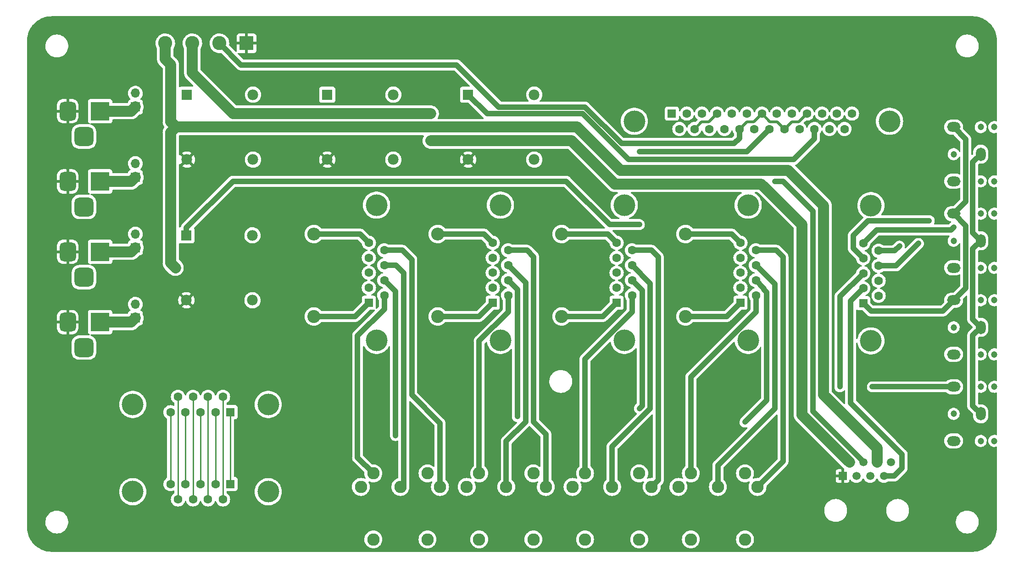
<source format=gbl>
G04 #@! TF.GenerationSoftware,KiCad,Pcbnew,(6.0.1-0)*
G04 #@! TF.CreationDate,2022-02-10T20:32:19-06:00*
G04 #@! TF.ProjectId,Input Board,496e7075-7420-4426-9f61-72642e6b6963,B*
G04 #@! TF.SameCoordinates,Original*
G04 #@! TF.FileFunction,Copper,L2,Bot*
G04 #@! TF.FilePolarity,Positive*
%FSLAX46Y46*%
G04 Gerber Fmt 4.6, Leading zero omitted, Abs format (unit mm)*
G04 Created by KiCad (PCBNEW (6.0.1-0)) date 2022-02-10 20:32:19*
%MOMM*%
%LPD*%
G01*
G04 APERTURE LIST*
G04 Aperture macros list*
%AMRoundRect*
0 Rectangle with rounded corners*
0 $1 Rounding radius*
0 $2 $3 $4 $5 $6 $7 $8 $9 X,Y pos of 4 corners*
0 Add a 4 corners polygon primitive as box body*
4,1,4,$2,$3,$4,$5,$6,$7,$8,$9,$2,$3,0*
0 Add four circle primitives for the rounded corners*
1,1,$1+$1,$2,$3*
1,1,$1+$1,$4,$5*
1,1,$1+$1,$6,$7*
1,1,$1+$1,$8,$9*
0 Add four rect primitives between the rounded corners*
20,1,$1+$1,$2,$3,$4,$5,0*
20,1,$1+$1,$4,$5,$6,$7,0*
20,1,$1+$1,$6,$7,$8,$9,0*
20,1,$1+$1,$8,$9,$2,$3,0*%
G04 Aperture macros list end*
G04 #@! TA.AperFunction,ComponentPad*
%ADD10R,2.600000X2.600000*%
G04 #@! TD*
G04 #@! TA.AperFunction,ComponentPad*
%ADD11C,2.600000*%
G04 #@! TD*
G04 #@! TA.AperFunction,ComponentPad*
%ADD12R,1.700000X1.700000*%
G04 #@! TD*
G04 #@! TA.AperFunction,ComponentPad*
%ADD13O,1.700000X1.700000*%
G04 #@! TD*
G04 #@! TA.AperFunction,ComponentPad*
%ADD14R,3.500000X3.500000*%
G04 #@! TD*
G04 #@! TA.AperFunction,ComponentPad*
%ADD15RoundRect,0.750000X-0.750000X-1.000000X0.750000X-1.000000X0.750000X1.000000X-0.750000X1.000000X0*%
G04 #@! TD*
G04 #@! TA.AperFunction,ComponentPad*
%ADD16RoundRect,0.875000X-0.875000X-0.875000X0.875000X-0.875000X0.875000X0.875000X-0.875000X0.875000X0*%
G04 #@! TD*
G04 #@! TA.AperFunction,WasherPad*
%ADD17C,1.200000*%
G04 #@! TD*
G04 #@! TA.AperFunction,ComponentPad*
%ADD18O,2.500000X1.800000*%
G04 #@! TD*
G04 #@! TA.AperFunction,ComponentPad*
%ADD19O,1.800000X2.500000*%
G04 #@! TD*
G04 #@! TA.AperFunction,ComponentPad*
%ADD20C,4.000000*%
G04 #@! TD*
G04 #@! TA.AperFunction,ComponentPad*
%ADD21R,1.600000X1.600000*%
G04 #@! TD*
G04 #@! TA.AperFunction,ComponentPad*
%ADD22C,1.600000*%
G04 #@! TD*
G04 #@! TA.AperFunction,ComponentPad*
%ADD23R,1.980000X1.980000*%
G04 #@! TD*
G04 #@! TA.AperFunction,ComponentPad*
%ADD24C,1.980000*%
G04 #@! TD*
G04 #@! TA.AperFunction,ComponentPad*
%ADD25C,1.935000*%
G04 #@! TD*
G04 #@! TA.AperFunction,ComponentPad*
%ADD26C,2.400000*%
G04 #@! TD*
G04 #@! TA.AperFunction,ComponentPad*
%ADD27O,2.400000X2.400000*%
G04 #@! TD*
G04 #@! TA.AperFunction,ComponentPad*
%ADD28C,2.286000*%
G04 #@! TD*
G04 #@! TA.AperFunction,ComponentPad*
%ADD29R,1.500000X1.500000*%
G04 #@! TD*
G04 #@! TA.AperFunction,ComponentPad*
%ADD30C,1.500000*%
G04 #@! TD*
G04 #@! TA.AperFunction,ViaPad*
%ADD31C,1.000000*%
G04 #@! TD*
G04 #@! TA.AperFunction,Conductor*
%ADD32C,0.500000*%
G04 #@! TD*
G04 #@! TA.AperFunction,Conductor*
%ADD33C,2.000000*%
G04 #@! TD*
G04 #@! TA.AperFunction,Conductor*
%ADD34C,1.000000*%
G04 #@! TD*
G04 #@! TA.AperFunction,Conductor*
%ADD35C,0.250000*%
G04 #@! TD*
G04 APERTURE END LIST*
D10*
X93000000Y-45500000D03*
D11*
X88000000Y-45500000D03*
X83000000Y-45500000D03*
X78000000Y-45500000D03*
D12*
X72500000Y-70275000D03*
D13*
X72500000Y-67735000D03*
D14*
X66000000Y-58042500D03*
D15*
X60000000Y-58042500D03*
D16*
X63000000Y-62742500D03*
D17*
X228500000Y-109000000D03*
X223500000Y-114000000D03*
X231000000Y-119000000D03*
X231000000Y-109000000D03*
X228500000Y-119000000D03*
D18*
X223500000Y-119000000D03*
D19*
X228500000Y-114000000D03*
D18*
X223500000Y-109000000D03*
D12*
X72500000Y-57275000D03*
D13*
X72500000Y-54735000D03*
D20*
X72010000Y-128389669D03*
X97010000Y-128389669D03*
D21*
X90050000Y-126969669D03*
D22*
X87280000Y-126969669D03*
X84510000Y-126969669D03*
X81740000Y-126969669D03*
X78970000Y-126969669D03*
X88665000Y-129809669D03*
X85895000Y-129809669D03*
X83125000Y-129809669D03*
X80355000Y-129809669D03*
D12*
X72500000Y-96275000D03*
D13*
X72500000Y-93735000D03*
D14*
X66000000Y-97042500D03*
D15*
X60000000Y-97042500D03*
D16*
X63000000Y-101742500D03*
D23*
X107900000Y-55000000D03*
D24*
X107900000Y-67000000D03*
D25*
X105900000Y-61000000D03*
D24*
X120100000Y-55000000D03*
X120100000Y-67000000D03*
D14*
X66000000Y-71042500D03*
D15*
X60000000Y-71042500D03*
D16*
X63000000Y-75742500D03*
D26*
X128280000Y-96000000D03*
D27*
X128280000Y-80760000D03*
D12*
X72500000Y-83275000D03*
D13*
X72500000Y-80735000D03*
D26*
X105420000Y-96000000D03*
D27*
X105420000Y-80760000D03*
D23*
X82000000Y-55000000D03*
D24*
X82000000Y-67000000D03*
D25*
X80000000Y-61000000D03*
D24*
X94200000Y-55000000D03*
X94200000Y-67000000D03*
D17*
X228500000Y-87000000D03*
X228500000Y-77000000D03*
X231000000Y-87000000D03*
X223500000Y-82000000D03*
X231000000Y-77000000D03*
D18*
X223500000Y-87000000D03*
D19*
X228500000Y-82000000D03*
D18*
X223500000Y-77000000D03*
D28*
X128705631Y-127500660D03*
X121405671Y-127500660D03*
X114105711Y-127500660D03*
X126404391Y-125001300D03*
X116406951Y-125001300D03*
X116406951Y-137200920D03*
X126404391Y-137200920D03*
X167768517Y-127500660D03*
X160468557Y-127500660D03*
X153168597Y-127500660D03*
X165467277Y-125001300D03*
X155469837Y-125001300D03*
X155469837Y-137200920D03*
X165467277Y-137200920D03*
D23*
X81900000Y-81000000D03*
D24*
X81900000Y-93000000D03*
D25*
X79900000Y-87000000D03*
D24*
X94100000Y-81000000D03*
X94100000Y-93000000D03*
D17*
X228500000Y-103000000D03*
X231000000Y-93000000D03*
X231000000Y-103000000D03*
X228500000Y-93000000D03*
X223500000Y-98000000D03*
D18*
X223500000Y-103000000D03*
D19*
X228500000Y-98000000D03*
D18*
X223500000Y-93000000D03*
D17*
X231000000Y-61000000D03*
X231000000Y-71000000D03*
X223500000Y-66000000D03*
X228500000Y-71000000D03*
X228500000Y-61000000D03*
D18*
X223500000Y-71000000D03*
D19*
X228500000Y-66000000D03*
D18*
X223500000Y-61000000D03*
D14*
X66000000Y-84042500D03*
D15*
X60000000Y-84042500D03*
D16*
X63000000Y-88742500D03*
D29*
X203000000Y-125500000D03*
D30*
X204270000Y-122960000D03*
X205540000Y-125500000D03*
X206810000Y-122960000D03*
X208080000Y-125500000D03*
X209350000Y-122960000D03*
X210620000Y-125500000D03*
X211890000Y-122960000D03*
D26*
X174000000Y-96000000D03*
D27*
X174000000Y-80760000D03*
D28*
X148237074Y-127500660D03*
X140937114Y-127500660D03*
X133637154Y-127500660D03*
X145935834Y-125001300D03*
X135938394Y-125001300D03*
X135938394Y-137200920D03*
X145935834Y-137200920D03*
D26*
X151140000Y-96000000D03*
D27*
X151140000Y-80760000D03*
D28*
X187299960Y-127500660D03*
X180000000Y-127500660D03*
X172700040Y-127500660D03*
X184998720Y-125001300D03*
X175001280Y-125001300D03*
X175001280Y-137200920D03*
X184998720Y-137200920D03*
D23*
X133900000Y-55000000D03*
D24*
X133900000Y-67000000D03*
D25*
X131900000Y-61000000D03*
D24*
X146100000Y-55000000D03*
X146100000Y-67000000D03*
D20*
X185580000Y-75420000D03*
X185580000Y-100420000D03*
D21*
X184160000Y-93460000D03*
D22*
X184160000Y-90690000D03*
X184160000Y-87920000D03*
X184160000Y-85150000D03*
X184160000Y-82380000D03*
X187000000Y-92075000D03*
X187000000Y-89305000D03*
X187000000Y-86535000D03*
X187000000Y-83765000D03*
D20*
X164570000Y-59920000D03*
X211670000Y-59920000D03*
D21*
X171500000Y-58500000D03*
D22*
X174270000Y-58500000D03*
X177040000Y-58500000D03*
X179810000Y-58500000D03*
X182580000Y-58500000D03*
X185350000Y-58500000D03*
X188120000Y-58500000D03*
X190890000Y-58500000D03*
X193660000Y-58500000D03*
X196430000Y-58500000D03*
X199200000Y-58500000D03*
X201970000Y-58500000D03*
X204740000Y-58500000D03*
X172885000Y-61340000D03*
X175655000Y-61340000D03*
X178425000Y-61340000D03*
X181195000Y-61340000D03*
X183965000Y-61340000D03*
X186735000Y-61340000D03*
X189505000Y-61340000D03*
X192275000Y-61340000D03*
X195045000Y-61340000D03*
X197815000Y-61340000D03*
X200585000Y-61340000D03*
X203355000Y-61340000D03*
D20*
X208229669Y-100510000D03*
X208229669Y-75510000D03*
D21*
X206809669Y-93550000D03*
D22*
X206809669Y-90780000D03*
X206809669Y-88010000D03*
X206809669Y-85240000D03*
X206809669Y-82470000D03*
X209649669Y-92165000D03*
X209649669Y-89395000D03*
X209649669Y-86625000D03*
X209649669Y-83855000D03*
D20*
X72010000Y-112270331D03*
X97010000Y-112270331D03*
D21*
X90050000Y-113690331D03*
D22*
X87280000Y-113690331D03*
X84510000Y-113690331D03*
X81740000Y-113690331D03*
X78970000Y-113690331D03*
X88665000Y-110850331D03*
X85895000Y-110850331D03*
X83125000Y-110850331D03*
X80355000Y-110850331D03*
D20*
X162720000Y-75420000D03*
X162720000Y-100420000D03*
D21*
X161300000Y-93460000D03*
D22*
X161300000Y-90690000D03*
X161300000Y-87920000D03*
X161300000Y-85150000D03*
X161300000Y-82380000D03*
X164140000Y-92075000D03*
X164140000Y-89305000D03*
X164140000Y-86535000D03*
X164140000Y-83765000D03*
D20*
X139860000Y-100420000D03*
X139860000Y-75420000D03*
D21*
X138440000Y-93460000D03*
D22*
X138440000Y-90690000D03*
X138440000Y-87920000D03*
X138440000Y-85150000D03*
X138440000Y-82380000D03*
X141280000Y-92075000D03*
X141280000Y-89305000D03*
X141280000Y-86535000D03*
X141280000Y-83765000D03*
D20*
X117000000Y-100420000D03*
X117000000Y-75420000D03*
D21*
X115580000Y-93460000D03*
D22*
X115580000Y-90690000D03*
X115580000Y-87920000D03*
X115580000Y-85150000D03*
X115580000Y-82380000D03*
X118420000Y-92075000D03*
X118420000Y-89305000D03*
X118420000Y-86535000D03*
X118420000Y-83765000D03*
D31*
X127000000Y-63500000D03*
X127000000Y-58500000D03*
X190500000Y-71000000D03*
X165500000Y-79000000D03*
X165500000Y-65500000D03*
X221000000Y-126500000D03*
X139500000Y-110000000D03*
X221000000Y-90000000D03*
X129500000Y-110000000D03*
X147000000Y-45000000D03*
X208000000Y-70000000D03*
X221000000Y-106000000D03*
X181500000Y-110000000D03*
X107500000Y-77500000D03*
X60000000Y-124000000D03*
X117000000Y-106500000D03*
X220500000Y-52500000D03*
X67000000Y-46000000D03*
X160500000Y-110000000D03*
X203000000Y-86500000D03*
X76000000Y-85500000D03*
X90500000Y-81500000D03*
X86000000Y-85500000D03*
X174000000Y-76000000D03*
X106500000Y-133000000D03*
X127000000Y-45000000D03*
X87500000Y-67000000D03*
X141000000Y-132500000D03*
X208500000Y-105500000D03*
X107000000Y-45000000D03*
X151000000Y-76000000D03*
X153000000Y-67000000D03*
X185500000Y-54500000D03*
X93000000Y-74500000D03*
X106000000Y-112000000D03*
X189500000Y-76000000D03*
X180000000Y-132500000D03*
X208500000Y-109000000D03*
X202500000Y-109000000D03*
X219000000Y-78300480D03*
X223500000Y-79500000D03*
X217000000Y-82500000D03*
X213500000Y-83000000D03*
X120500000Y-118000000D03*
X143000000Y-114500000D03*
X165500000Y-113000000D03*
X185000000Y-115500000D03*
D32*
X186620000Y-60000000D02*
X188120000Y-58500000D01*
X185305000Y-60000000D02*
X186620000Y-60000000D01*
X183965000Y-61340000D02*
X185305000Y-60000000D01*
D33*
X127000000Y-58500000D02*
X90500000Y-58500000D01*
X90500000Y-58500000D02*
X83000000Y-51000000D01*
X153000000Y-63500000D02*
X127000000Y-63500000D01*
X204270000Y-122960000D02*
X195500000Y-114190000D01*
X195500000Y-114190000D02*
X195500000Y-79000000D01*
X195500000Y-79000000D02*
X188000000Y-71500000D01*
X188000000Y-71500000D02*
X161000000Y-71500000D01*
X161000000Y-71500000D02*
X153000000Y-63500000D01*
X83000000Y-45500000D02*
X83000000Y-51000000D01*
D34*
X165500000Y-79000000D02*
X160000000Y-79000000D01*
X152000000Y-71000000D02*
X90500000Y-71000000D01*
X90500000Y-71000000D02*
X81900000Y-79600000D01*
X160000000Y-79000000D02*
X152000000Y-71000000D01*
X81900000Y-79600000D02*
X81900000Y-81000000D01*
X183000000Y-64000000D02*
X183965000Y-63035000D01*
X162196378Y-64000000D02*
X183000000Y-64000000D01*
X183965000Y-63035000D02*
X183965000Y-61340000D01*
X155496858Y-57300480D02*
X162196378Y-64000000D01*
X139579502Y-57300480D02*
X155496858Y-57300480D01*
X131779022Y-49500000D02*
X139579502Y-57300480D01*
X92000000Y-49500000D02*
X131779022Y-49500000D01*
X88000000Y-45500000D02*
X92000000Y-49500000D01*
D33*
X78000000Y-45500000D02*
X78000000Y-48435000D01*
X78000000Y-48435000D02*
X79032500Y-49467500D01*
D32*
X178310000Y-60000000D02*
X179810000Y-58500000D01*
X176995000Y-60000000D02*
X178310000Y-60000000D01*
X175655000Y-61340000D02*
X176995000Y-60000000D01*
X190935000Y-60000000D02*
X189620000Y-60000000D01*
X189620000Y-60000000D02*
X188120000Y-58500000D01*
X192275000Y-61340000D02*
X193615000Y-60000000D01*
X192275000Y-61340000D02*
X190935000Y-60000000D01*
X194930000Y-60000000D02*
X196430000Y-58500000D01*
X193615000Y-60000000D02*
X194930000Y-60000000D01*
D34*
X197500000Y-113500000D02*
X206810000Y-122810000D01*
X190500000Y-71000000D02*
X192000000Y-71000000D01*
X197500000Y-76500000D02*
X197500000Y-113500000D01*
X192000000Y-71000000D02*
X197500000Y-76500000D01*
X206810000Y-122810000D02*
X206810000Y-122960000D01*
X185345000Y-65500000D02*
X189505000Y-61340000D01*
X165500000Y-65500000D02*
X185345000Y-65500000D01*
X194000000Y-67000000D02*
X197815000Y-63185000D01*
X163500000Y-67000000D02*
X194000000Y-67000000D01*
X137400000Y-58500000D02*
X155000000Y-58500000D01*
X155000000Y-58500000D02*
X163500000Y-67000000D01*
X133900000Y-55000000D02*
X137400000Y-58500000D01*
X197815000Y-63185000D02*
X197815000Y-61340000D01*
D33*
X79032500Y-60032500D02*
X80000000Y-61000000D01*
X105900000Y-61000000D02*
X131900000Y-61000000D01*
X199500000Y-110500000D02*
X209350000Y-120350000D01*
X80000000Y-61000000D02*
X79032500Y-61967500D01*
X209350000Y-120350000D02*
X209350000Y-122960000D01*
X79032500Y-86132500D02*
X79900000Y-87000000D01*
X193000000Y-69000000D02*
X199500000Y-75500000D01*
X79032500Y-61967500D02*
X79032500Y-86132500D01*
X154000000Y-61000000D02*
X162000000Y-69000000D01*
X80000000Y-61000000D02*
X105900000Y-61000000D01*
X131900000Y-61000000D02*
X154000000Y-61000000D01*
X79032500Y-49467500D02*
X79032500Y-60032500D01*
X162000000Y-69000000D02*
X193000000Y-69000000D01*
X199500000Y-75500000D02*
X199500000Y-110500000D01*
D34*
X212500000Y-125500000D02*
X210620000Y-125500000D01*
X204500000Y-112000000D02*
X214000000Y-121500000D01*
X214000000Y-121500000D02*
X214000000Y-124000000D01*
X204500000Y-93089669D02*
X204500000Y-112000000D01*
X214000000Y-124000000D02*
X212500000Y-125500000D01*
X206809669Y-90780000D02*
X204500000Y-93089669D01*
D33*
X66000000Y-58042500D02*
X71732500Y-58042500D01*
X71732500Y-58042500D02*
X72500000Y-57275000D01*
X71732500Y-71042500D02*
X72500000Y-70275000D01*
X66000000Y-71042500D02*
X71732500Y-71042500D01*
X66000000Y-84042500D02*
X71732500Y-84042500D01*
X71732500Y-84042500D02*
X72500000Y-83275000D01*
X66000000Y-97042500D02*
X71732500Y-97042500D01*
X71732500Y-97042500D02*
X72500000Y-96275000D01*
D35*
X90050000Y-113690331D02*
X90050000Y-126969669D01*
X87280000Y-113690331D02*
X87280000Y-126969669D01*
X84510000Y-113690331D02*
X84510000Y-126969669D01*
X81740000Y-113690331D02*
X81740000Y-126969669D01*
X78970000Y-113690331D02*
X78970000Y-126969669D01*
X88665000Y-110850331D02*
X88665000Y-129809669D01*
X85895000Y-110850331D02*
X85895000Y-129809669D01*
X83125000Y-110850331D02*
X83125000Y-129809669D01*
X80355000Y-110850331D02*
X80355000Y-129809669D01*
D34*
X206809669Y-93550000D02*
X208259669Y-95000000D01*
X221500000Y-95000000D02*
X223500000Y-93000000D01*
X208259669Y-95000000D02*
X221500000Y-95000000D01*
X225750000Y-74750000D02*
X223500000Y-77000000D01*
X225750000Y-79250000D02*
X225750000Y-90750000D01*
X225750000Y-90750000D02*
X223500000Y-93000000D01*
X223500000Y-61000000D02*
X225750000Y-63250000D01*
X225750000Y-63250000D02*
X225750000Y-74750000D01*
X223500000Y-77000000D02*
X225750000Y-79250000D01*
X206809669Y-88010000D02*
X202500000Y-92319669D01*
X208500000Y-109000000D02*
X223500000Y-109000000D01*
X202500000Y-92319669D02*
X202500000Y-109000000D01*
X205000000Y-83430331D02*
X205000000Y-81000000D01*
X207699520Y-78300480D02*
X219000000Y-78300480D01*
X205000000Y-81000000D02*
X207699520Y-78300480D01*
X206809669Y-85240000D02*
X205000000Y-83430331D01*
X227000000Y-96500000D02*
X228500000Y-98000000D01*
X228500000Y-66000000D02*
X227000000Y-67500000D01*
X227000000Y-67500000D02*
X227000000Y-80500000D01*
X228500000Y-98000000D02*
X227000000Y-99500000D01*
X206809669Y-82470000D02*
X209279669Y-80000000D01*
X227000000Y-99500000D02*
X227000000Y-112500000D01*
X228500000Y-82000000D02*
X227000000Y-83500000D01*
X223000000Y-80000000D02*
X223500000Y-79500000D01*
X227000000Y-80500000D02*
X228500000Y-82000000D01*
X227000000Y-83500000D02*
X227000000Y-96500000D01*
X227000000Y-112500000D02*
X228500000Y-114000000D01*
X209279669Y-80000000D02*
X223000000Y-80000000D01*
X212875000Y-86625000D02*
X217000000Y-82500000D01*
X209649669Y-86625000D02*
X212875000Y-86625000D01*
X209649669Y-83855000D02*
X212645000Y-83855000D01*
X212645000Y-83855000D02*
X213500000Y-83000000D01*
X105420000Y-96000000D02*
X113040000Y-96000000D01*
X113040000Y-96000000D02*
X115580000Y-93460000D01*
X105420000Y-80760000D02*
X113960000Y-80760000D01*
X113960000Y-80760000D02*
X115580000Y-82380000D01*
X113500000Y-99554022D02*
X113500000Y-122094349D01*
X118420000Y-92075000D02*
X118420000Y-94634022D01*
X118420000Y-94634022D02*
X113500000Y-99554022D01*
X113500000Y-122094349D02*
X116406951Y-125001300D01*
X120500000Y-91385000D02*
X120500000Y-98500000D01*
X120500000Y-98500000D02*
X120500000Y-118000000D01*
X118420000Y-89305000D02*
X120500000Y-91385000D01*
X118420000Y-86535000D02*
X120535000Y-86535000D01*
X122000000Y-88000000D02*
X122000000Y-126906331D01*
X120535000Y-86535000D02*
X122000000Y-88000000D01*
X122000000Y-126906331D02*
X121405671Y-127500660D01*
X123500000Y-85500000D02*
X123500000Y-110500000D01*
X121765000Y-83765000D02*
X123500000Y-85500000D01*
X128705631Y-115705631D02*
X128705631Y-127500660D01*
X123500000Y-110500000D02*
X128705631Y-115705631D01*
X118420000Y-83765000D02*
X121765000Y-83765000D01*
X128280000Y-96000000D02*
X135900000Y-96000000D01*
X135900000Y-96000000D02*
X138440000Y-93460000D01*
X136820000Y-80760000D02*
X138440000Y-82380000D01*
X128280000Y-80760000D02*
X136820000Y-80760000D01*
X135938394Y-100523920D02*
X135938394Y-125001300D01*
X141280000Y-95182314D02*
X135938394Y-100523920D01*
X141280000Y-92075000D02*
X141280000Y-95182314D01*
X143000000Y-91025000D02*
X143000000Y-114500000D01*
X141280000Y-89305000D02*
X143000000Y-91025000D01*
X140937114Y-119062886D02*
X140937114Y-127500660D01*
X144500000Y-89755000D02*
X144500000Y-115500000D01*
X141280000Y-86535000D02*
X144500000Y-89755000D01*
X144500000Y-115500000D02*
X140937114Y-119062886D01*
X144765000Y-83765000D02*
X146000000Y-85000000D01*
X146000000Y-115500000D02*
X148237074Y-117737074D01*
X146000000Y-85000000D02*
X146000000Y-115500000D01*
X148237074Y-117737074D02*
X148237074Y-127500660D01*
X141280000Y-83765000D02*
X144765000Y-83765000D01*
X158760000Y-96000000D02*
X161300000Y-93460000D01*
X151140000Y-96000000D02*
X158760000Y-96000000D01*
X151140000Y-80760000D02*
X159680000Y-80760000D01*
X159680000Y-80760000D02*
X161300000Y-82380000D01*
X164140000Y-95182314D02*
X155469837Y-103852477D01*
X164140000Y-92075000D02*
X164140000Y-95182314D01*
X155469837Y-103852477D02*
X155469837Y-125001300D01*
X166000000Y-112500000D02*
X165500000Y-113000000D01*
X166000000Y-97500000D02*
X166000000Y-112500000D01*
X164140000Y-89305000D02*
X166000000Y-91165000D01*
X166000000Y-91165000D02*
X166000000Y-97500000D01*
X164140000Y-86535000D02*
X167500000Y-89895000D01*
X167500000Y-89895000D02*
X167500000Y-113000000D01*
X160468557Y-120031443D02*
X160468557Y-127500660D01*
X167500000Y-113000000D02*
X160468557Y-120031443D01*
X167765000Y-83765000D02*
X169000000Y-85000000D01*
X169000000Y-126269177D02*
X167768517Y-127500660D01*
X164140000Y-83765000D02*
X167765000Y-83765000D01*
X169000000Y-85000000D02*
X169000000Y-126269177D01*
X181620000Y-96000000D02*
X184160000Y-93460000D01*
X174000000Y-96000000D02*
X181620000Y-96000000D01*
X174000000Y-80760000D02*
X182540000Y-80760000D01*
X182540000Y-80760000D02*
X184160000Y-82380000D01*
X187000000Y-95182314D02*
X175001280Y-107181034D01*
X175001280Y-107181034D02*
X175001280Y-125001300D01*
X187000000Y-92075000D02*
X187000000Y-95182314D01*
X188499511Y-90804511D02*
X188499511Y-90999511D01*
X188499511Y-90999511D02*
X189000000Y-91500000D01*
X189000000Y-91500000D02*
X189000000Y-111500000D01*
X187000000Y-89305000D02*
X188499511Y-90804511D01*
X189000000Y-111500000D02*
X185000000Y-115500000D01*
X190500000Y-90035000D02*
X190500000Y-113000000D01*
X190500000Y-113000000D02*
X180000000Y-123500000D01*
X187000000Y-86535000D02*
X190500000Y-90035000D01*
X180000000Y-123500000D02*
X180000000Y-127500660D01*
X192000000Y-122800620D02*
X187299960Y-127500660D01*
X187000000Y-83765000D02*
X190765000Y-83765000D01*
X192000000Y-85000000D02*
X192000000Y-122800620D01*
X190765000Y-83765000D02*
X192000000Y-85000000D01*
G04 #@! TA.AperFunction,Conductor*
G36*
X226970057Y-40509500D02*
G01*
X226984858Y-40511805D01*
X226984861Y-40511805D01*
X226993730Y-40513186D01*
X227014158Y-40510515D01*
X227035983Y-40509571D01*
X227386007Y-40524853D01*
X227396958Y-40525811D01*
X227774579Y-40575527D01*
X227785403Y-40577436D01*
X228157243Y-40659870D01*
X228167860Y-40662715D01*
X228531110Y-40777248D01*
X228541425Y-40781001D01*
X228893334Y-40926766D01*
X228903269Y-40931399D01*
X229241128Y-41107278D01*
X229250637Y-41112768D01*
X229571860Y-41317410D01*
X229580864Y-41323714D01*
X229883043Y-41555583D01*
X229891463Y-41562649D01*
X230172268Y-41819959D01*
X230180041Y-41827732D01*
X230437351Y-42108537D01*
X230444417Y-42116957D01*
X230676286Y-42419136D01*
X230682590Y-42428140D01*
X230887232Y-42749363D01*
X230892722Y-42758872D01*
X231068601Y-43096731D01*
X231073238Y-43106675D01*
X231218996Y-43458568D01*
X231222752Y-43468890D01*
X231332980Y-43818486D01*
X231337285Y-43832139D01*
X231340130Y-43842757D01*
X231422564Y-44214597D01*
X231424473Y-44225421D01*
X231474189Y-44603042D01*
X231475147Y-44613993D01*
X231490104Y-44956583D01*
X231488724Y-44981461D01*
X231486814Y-44993730D01*
X231490876Y-45024792D01*
X231490936Y-45025251D01*
X231492000Y-45041589D01*
X231492000Y-59816814D01*
X231471998Y-59884935D01*
X231418342Y-59931428D01*
X231348068Y-59941532D01*
X231327207Y-59935955D01*
X231327082Y-59936376D01*
X231321550Y-59934737D01*
X231316180Y-59932595D01*
X231116366Y-59892849D01*
X231110592Y-59892773D01*
X231110588Y-59892773D01*
X231007452Y-59891424D01*
X230912655Y-59890183D01*
X230906958Y-59891162D01*
X230906957Y-59891162D01*
X230739129Y-59920000D01*
X230711870Y-59924684D01*
X230520734Y-59995198D01*
X230515773Y-59998150D01*
X230515772Y-59998150D01*
X230406222Y-60063326D01*
X230345649Y-60099363D01*
X230192478Y-60233690D01*
X230188911Y-60238215D01*
X230188906Y-60238220D01*
X230116046Y-60330643D01*
X230066351Y-60393681D01*
X230063662Y-60398792D01*
X230063660Y-60398795D01*
X230022986Y-60476105D01*
X229971492Y-60573978D01*
X229911078Y-60768543D01*
X229887132Y-60970859D01*
X229900457Y-61174151D01*
X229950605Y-61371610D01*
X230035898Y-61556624D01*
X230153479Y-61722997D01*
X230157613Y-61727024D01*
X230287899Y-61853943D01*
X230299410Y-61865157D01*
X230304206Y-61868362D01*
X230304209Y-61868364D01*
X230381913Y-61920284D01*
X230468803Y-61978342D01*
X230474106Y-61980620D01*
X230474109Y-61980622D01*
X230621842Y-62044093D01*
X230655987Y-62058763D01*
X230728817Y-62075243D01*
X230849055Y-62102450D01*
X230849060Y-62102451D01*
X230854692Y-62103725D01*
X230860463Y-62103952D01*
X230860465Y-62103952D01*
X230923470Y-62106427D01*
X231058263Y-62111723D01*
X231259883Y-62082490D01*
X231325501Y-62060216D01*
X231396433Y-62057260D01*
X231457706Y-62093123D01*
X231489863Y-62156419D01*
X231492000Y-62179529D01*
X231492000Y-69816814D01*
X231471998Y-69884935D01*
X231418342Y-69931428D01*
X231348068Y-69941532D01*
X231327207Y-69935955D01*
X231327082Y-69936376D01*
X231321550Y-69934737D01*
X231316180Y-69932595D01*
X231116366Y-69892849D01*
X231110592Y-69892773D01*
X231110588Y-69892773D01*
X231007452Y-69891424D01*
X230912655Y-69890183D01*
X230906958Y-69891162D01*
X230906957Y-69891162D01*
X230800236Y-69909500D01*
X230711870Y-69924684D01*
X230520734Y-69995198D01*
X230515773Y-69998150D01*
X230515772Y-69998150D01*
X230396636Y-70069029D01*
X230345649Y-70099363D01*
X230192478Y-70233690D01*
X230188911Y-70238215D01*
X230188906Y-70238220D01*
X230102331Y-70348040D01*
X230066351Y-70393681D01*
X230063662Y-70398792D01*
X230063660Y-70398795D01*
X230017882Y-70485806D01*
X229971492Y-70573978D01*
X229911078Y-70768543D01*
X229887132Y-70970859D01*
X229900457Y-71174151D01*
X229950605Y-71371610D01*
X230035898Y-71556624D01*
X230153479Y-71722997D01*
X230299410Y-71865157D01*
X230304206Y-71868362D01*
X230304209Y-71868364D01*
X230372149Y-71913760D01*
X230468803Y-71978342D01*
X230474106Y-71980620D01*
X230474109Y-71980622D01*
X230641158Y-72052392D01*
X230655987Y-72058763D01*
X230728817Y-72075243D01*
X230849055Y-72102450D01*
X230849060Y-72102451D01*
X230854692Y-72103725D01*
X230860463Y-72103952D01*
X230860465Y-72103952D01*
X230923470Y-72106427D01*
X231058263Y-72111723D01*
X231259883Y-72082490D01*
X231325501Y-72060216D01*
X231396433Y-72057260D01*
X231457706Y-72093123D01*
X231489863Y-72156419D01*
X231492000Y-72179529D01*
X231492000Y-75816814D01*
X231471998Y-75884935D01*
X231418342Y-75931428D01*
X231348068Y-75941532D01*
X231327207Y-75935955D01*
X231327082Y-75936376D01*
X231321550Y-75934737D01*
X231316180Y-75932595D01*
X231116366Y-75892849D01*
X231110592Y-75892773D01*
X231110588Y-75892773D01*
X231007452Y-75891424D01*
X230912655Y-75890183D01*
X230906958Y-75891162D01*
X230906957Y-75891162D01*
X230717567Y-75923705D01*
X230711870Y-75924684D01*
X230520734Y-75995198D01*
X230515773Y-75998150D01*
X230515772Y-75998150D01*
X230406222Y-76063326D01*
X230345649Y-76099363D01*
X230192478Y-76233690D01*
X230188911Y-76238215D01*
X230188906Y-76238220D01*
X230107493Y-76341493D01*
X230066351Y-76393681D01*
X230063662Y-76398792D01*
X230063660Y-76398795D01*
X230015709Y-76489935D01*
X229971492Y-76573978D01*
X229911078Y-76768543D01*
X229887132Y-76970859D01*
X229900457Y-77174151D01*
X229950605Y-77371610D01*
X230035898Y-77556624D01*
X230153479Y-77722997D01*
X230180245Y-77749071D01*
X230263791Y-77830458D01*
X230299410Y-77865157D01*
X230304206Y-77868362D01*
X230304209Y-77868364D01*
X230393587Y-77928084D01*
X230468803Y-77978342D01*
X230474106Y-77980620D01*
X230474109Y-77980622D01*
X230606694Y-78037585D01*
X230655987Y-78058763D01*
X230710430Y-78071082D01*
X230849055Y-78102450D01*
X230849060Y-78102451D01*
X230854692Y-78103725D01*
X230860463Y-78103952D01*
X230860465Y-78103952D01*
X230923470Y-78106427D01*
X231058263Y-78111723D01*
X231259883Y-78082490D01*
X231325501Y-78060216D01*
X231396433Y-78057260D01*
X231457706Y-78093123D01*
X231489863Y-78156419D01*
X231492000Y-78179529D01*
X231492000Y-85816814D01*
X231471998Y-85884935D01*
X231418342Y-85931428D01*
X231348068Y-85941532D01*
X231327207Y-85935955D01*
X231327082Y-85936376D01*
X231321550Y-85934737D01*
X231316180Y-85932595D01*
X231116366Y-85892849D01*
X231110592Y-85892773D01*
X231110588Y-85892773D01*
X231007452Y-85891424D01*
X230912655Y-85890183D01*
X230906958Y-85891162D01*
X230906957Y-85891162D01*
X230800236Y-85909500D01*
X230711870Y-85924684D01*
X230520734Y-85995198D01*
X230515773Y-85998150D01*
X230515772Y-85998150D01*
X230368519Y-86085757D01*
X230345649Y-86099363D01*
X230192478Y-86233690D01*
X230188911Y-86238215D01*
X230188906Y-86238220D01*
X230130434Y-86312392D01*
X230066351Y-86393681D01*
X230063662Y-86398792D01*
X230063660Y-86398795D01*
X230023944Y-86474284D01*
X229971492Y-86573978D01*
X229911078Y-86768543D01*
X229887132Y-86970859D01*
X229900457Y-87174151D01*
X229950605Y-87371610D01*
X230035898Y-87556624D01*
X230153479Y-87722997D01*
X230196441Y-87764849D01*
X230290997Y-87856961D01*
X230299410Y-87865157D01*
X230304206Y-87868362D01*
X230304209Y-87868364D01*
X230379816Y-87918883D01*
X230468803Y-87978342D01*
X230474106Y-87980620D01*
X230474109Y-87980622D01*
X230591120Y-88030894D01*
X230655987Y-88058763D01*
X230728817Y-88075243D01*
X230849055Y-88102450D01*
X230849060Y-88102451D01*
X230854692Y-88103725D01*
X230860463Y-88103952D01*
X230860465Y-88103952D01*
X230923470Y-88106427D01*
X231058263Y-88111723D01*
X231259883Y-88082490D01*
X231325501Y-88060216D01*
X231396433Y-88057260D01*
X231457706Y-88093123D01*
X231489863Y-88156419D01*
X231492000Y-88179529D01*
X231492000Y-91816814D01*
X231471998Y-91884935D01*
X231418342Y-91931428D01*
X231348068Y-91941532D01*
X231327207Y-91935955D01*
X231327082Y-91936376D01*
X231321550Y-91934737D01*
X231316180Y-91932595D01*
X231116366Y-91892849D01*
X231110592Y-91892773D01*
X231110588Y-91892773D01*
X231007452Y-91891424D01*
X230912655Y-91890183D01*
X230906958Y-91891162D01*
X230906957Y-91891162D01*
X230734642Y-91920771D01*
X230711870Y-91924684D01*
X230520734Y-91995198D01*
X230515773Y-91998150D01*
X230515772Y-91998150D01*
X230406222Y-92063326D01*
X230345649Y-92099363D01*
X230192478Y-92233690D01*
X230188911Y-92238215D01*
X230188906Y-92238220D01*
X230122653Y-92322262D01*
X230066351Y-92393681D01*
X230063662Y-92398792D01*
X230063660Y-92398795D01*
X230022985Y-92476106D01*
X229971492Y-92573978D01*
X229911078Y-92768543D01*
X229887132Y-92970859D01*
X229900457Y-93174151D01*
X229950605Y-93371610D01*
X230035898Y-93556624D01*
X230153479Y-93722997D01*
X230169255Y-93738365D01*
X230294828Y-93860693D01*
X230299410Y-93865157D01*
X230304206Y-93868362D01*
X230304209Y-93868364D01*
X230433263Y-93954595D01*
X230468803Y-93978342D01*
X230474106Y-93980620D01*
X230474109Y-93980622D01*
X230560967Y-94017939D01*
X230655987Y-94058763D01*
X230724682Y-94074307D01*
X230849055Y-94102450D01*
X230849060Y-94102451D01*
X230854692Y-94103725D01*
X230860463Y-94103952D01*
X230860465Y-94103952D01*
X230923470Y-94106427D01*
X231058263Y-94111723D01*
X231259883Y-94082490D01*
X231325501Y-94060216D01*
X231396433Y-94057260D01*
X231457706Y-94093123D01*
X231489863Y-94156419D01*
X231492000Y-94179529D01*
X231492000Y-101816814D01*
X231471998Y-101884935D01*
X231418342Y-101931428D01*
X231348068Y-101941532D01*
X231327207Y-101935955D01*
X231327082Y-101936376D01*
X231321550Y-101934737D01*
X231316180Y-101932595D01*
X231116366Y-101892849D01*
X231110592Y-101892773D01*
X231110588Y-101892773D01*
X231007452Y-101891424D01*
X230912655Y-101890183D01*
X230906958Y-101891162D01*
X230906957Y-101891162D01*
X230717567Y-101923705D01*
X230711870Y-101924684D01*
X230520734Y-101995198D01*
X230515773Y-101998150D01*
X230515772Y-101998150D01*
X230406222Y-102063326D01*
X230345649Y-102099363D01*
X230192478Y-102233690D01*
X230188911Y-102238215D01*
X230188906Y-102238220D01*
X230102331Y-102348040D01*
X230066351Y-102393681D01*
X230063662Y-102398792D01*
X230063660Y-102398795D01*
X230015709Y-102489935D01*
X229971492Y-102573978D01*
X229911078Y-102768543D01*
X229887132Y-102970859D01*
X229900457Y-103174151D01*
X229950605Y-103371610D01*
X230035898Y-103556624D01*
X230153479Y-103722997D01*
X230299410Y-103865157D01*
X230304206Y-103868362D01*
X230304209Y-103868364D01*
X230427869Y-103950991D01*
X230468803Y-103978342D01*
X230474106Y-103980620D01*
X230474109Y-103980622D01*
X230563115Y-104018862D01*
X230655987Y-104058763D01*
X230728817Y-104075243D01*
X230849055Y-104102450D01*
X230849060Y-104102451D01*
X230854692Y-104103725D01*
X230860463Y-104103952D01*
X230860465Y-104103952D01*
X230923470Y-104106427D01*
X231058263Y-104111723D01*
X231259883Y-104082490D01*
X231325501Y-104060216D01*
X231396433Y-104057260D01*
X231457706Y-104093123D01*
X231489863Y-104156419D01*
X231492000Y-104179529D01*
X231492000Y-107816814D01*
X231471998Y-107884935D01*
X231418342Y-107931428D01*
X231348068Y-107941532D01*
X231327207Y-107935955D01*
X231327082Y-107936376D01*
X231321550Y-107934737D01*
X231316180Y-107932595D01*
X231116366Y-107892849D01*
X231110592Y-107892773D01*
X231110588Y-107892773D01*
X231007452Y-107891424D01*
X230912655Y-107890183D01*
X230906958Y-107891162D01*
X230906957Y-107891162D01*
X230717567Y-107923705D01*
X230711870Y-107924684D01*
X230520734Y-107995198D01*
X230515773Y-107998150D01*
X230515772Y-107998150D01*
X230412668Y-108059491D01*
X230345649Y-108099363D01*
X230192478Y-108233690D01*
X230188911Y-108238215D01*
X230188906Y-108238220D01*
X230152778Y-108284049D01*
X230066351Y-108393681D01*
X230063662Y-108398792D01*
X230063660Y-108398795D01*
X230045493Y-108433325D01*
X229971492Y-108573978D01*
X229911078Y-108768543D01*
X229887132Y-108970859D01*
X229900457Y-109174151D01*
X229950605Y-109371610D01*
X230035898Y-109556624D01*
X230153479Y-109722997D01*
X230157613Y-109727024D01*
X230287516Y-109853570D01*
X230299410Y-109865157D01*
X230304206Y-109868362D01*
X230304209Y-109868364D01*
X230416205Y-109943197D01*
X230468803Y-109978342D01*
X230474106Y-109980620D01*
X230474109Y-109980622D01*
X230598685Y-110034144D01*
X230655987Y-110058763D01*
X230728817Y-110075243D01*
X230849055Y-110102450D01*
X230849060Y-110102451D01*
X230854692Y-110103725D01*
X230860463Y-110103952D01*
X230860465Y-110103952D01*
X230923470Y-110106427D01*
X231058263Y-110111723D01*
X231259883Y-110082490D01*
X231325501Y-110060216D01*
X231396433Y-110057260D01*
X231457706Y-110093123D01*
X231489863Y-110156419D01*
X231492000Y-110179529D01*
X231492000Y-117816814D01*
X231471998Y-117884935D01*
X231418342Y-117931428D01*
X231348068Y-117941532D01*
X231327207Y-117935955D01*
X231327082Y-117936376D01*
X231321550Y-117934737D01*
X231316180Y-117932595D01*
X231116366Y-117892849D01*
X231110592Y-117892773D01*
X231110588Y-117892773D01*
X231007452Y-117891424D01*
X230912655Y-117890183D01*
X230906958Y-117891162D01*
X230906957Y-117891162D01*
X230843796Y-117902015D01*
X230711870Y-117924684D01*
X230520734Y-117995198D01*
X230515773Y-117998150D01*
X230515772Y-117998150D01*
X230406222Y-118063326D01*
X230345649Y-118099363D01*
X230192478Y-118233690D01*
X230188911Y-118238215D01*
X230188906Y-118238220D01*
X230135449Y-118306031D01*
X230066351Y-118393681D01*
X230063662Y-118398792D01*
X230063660Y-118398795D01*
X230017968Y-118485642D01*
X229971492Y-118573978D01*
X229911078Y-118768543D01*
X229887132Y-118970859D01*
X229900457Y-119174151D01*
X229950605Y-119371610D01*
X230035898Y-119556624D01*
X230153479Y-119722997D01*
X230162808Y-119732085D01*
X230269249Y-119835775D01*
X230299410Y-119865157D01*
X230304206Y-119868362D01*
X230304209Y-119868364D01*
X230415867Y-119942971D01*
X230468803Y-119978342D01*
X230474106Y-119980620D01*
X230474109Y-119980622D01*
X230650680Y-120056483D01*
X230655987Y-120058763D01*
X230728817Y-120075243D01*
X230849055Y-120102450D01*
X230849060Y-120102451D01*
X230854692Y-120103725D01*
X230860463Y-120103952D01*
X230860465Y-120103952D01*
X230923470Y-120106427D01*
X231058263Y-120111723D01*
X231259883Y-120082490D01*
X231268795Y-120079465D01*
X231273115Y-120077998D01*
X231325501Y-120060216D01*
X231396433Y-120057260D01*
X231457706Y-120093123D01*
X231489863Y-120156419D01*
X231492000Y-120179529D01*
X231492000Y-134950672D01*
X231490500Y-134970056D01*
X231486814Y-134993730D01*
X231489485Y-135014158D01*
X231490429Y-135035983D01*
X231482064Y-135227586D01*
X231475147Y-135386007D01*
X231474189Y-135396958D01*
X231424473Y-135774579D01*
X231422564Y-135785403D01*
X231340130Y-136157243D01*
X231337285Y-136167860D01*
X231248694Y-136448836D01*
X231222755Y-136531103D01*
X231218999Y-136541425D01*
X231155879Y-136693812D01*
X231073238Y-136893325D01*
X231068601Y-136903269D01*
X230892722Y-137241128D01*
X230887232Y-137250637D01*
X230682590Y-137571860D01*
X230676286Y-137580864D01*
X230444417Y-137883043D01*
X230437353Y-137891460D01*
X230181731Y-138170424D01*
X230180041Y-138172268D01*
X230172272Y-138180037D01*
X229962434Y-138372318D01*
X229891463Y-138437351D01*
X229883043Y-138444417D01*
X229580864Y-138676286D01*
X229571860Y-138682590D01*
X229250637Y-138887232D01*
X229241128Y-138892722D01*
X228903269Y-139068601D01*
X228893334Y-139073234D01*
X228541425Y-139218999D01*
X228531110Y-139222752D01*
X228167861Y-139337285D01*
X228157243Y-139340130D01*
X227785403Y-139422564D01*
X227774579Y-139424473D01*
X227396958Y-139474189D01*
X227386007Y-139475147D01*
X227043417Y-139490104D01*
X227018539Y-139488724D01*
X227018160Y-139488665D01*
X227006270Y-139486814D01*
X226974749Y-139490936D01*
X226958411Y-139492000D01*
X57049328Y-139492000D01*
X57029943Y-139490500D01*
X57015142Y-139488195D01*
X57015139Y-139488195D01*
X57006270Y-139486814D01*
X56985842Y-139489485D01*
X56964017Y-139490429D01*
X56613993Y-139475147D01*
X56603042Y-139474189D01*
X56225421Y-139424473D01*
X56214597Y-139422564D01*
X55842757Y-139340130D01*
X55832139Y-139337285D01*
X55468890Y-139222752D01*
X55458575Y-139218999D01*
X55106666Y-139073234D01*
X55096731Y-139068601D01*
X54758872Y-138892722D01*
X54749363Y-138887232D01*
X54428140Y-138682590D01*
X54419136Y-138676286D01*
X54116957Y-138444417D01*
X54108537Y-138437351D01*
X54037566Y-138372318D01*
X53827728Y-138180037D01*
X53819959Y-138172268D01*
X53818270Y-138170424D01*
X53562647Y-137891460D01*
X53555583Y-137883043D01*
X53323714Y-137580864D01*
X53317410Y-137571860D01*
X53112768Y-137250637D01*
X53107278Y-137241128D01*
X53086347Y-137200920D01*
X114750344Y-137200920D01*
X114770740Y-137460070D01*
X114831424Y-137712840D01*
X114930903Y-137953004D01*
X115066728Y-138174649D01*
X115235553Y-138372318D01*
X115433222Y-138541143D01*
X115654867Y-138676968D01*
X115659437Y-138678861D01*
X115659439Y-138678862D01*
X115791724Y-138733656D01*
X115895031Y-138776447D01*
X115981494Y-138797205D01*
X116142988Y-138835976D01*
X116142994Y-138835977D01*
X116147801Y-138837131D01*
X116406951Y-138857527D01*
X116666101Y-138837131D01*
X116670908Y-138835977D01*
X116670914Y-138835976D01*
X116832408Y-138797205D01*
X116918871Y-138776447D01*
X117022178Y-138733656D01*
X117154463Y-138678862D01*
X117154465Y-138678861D01*
X117159035Y-138676968D01*
X117380680Y-138541143D01*
X117578349Y-138372318D01*
X117747174Y-138174649D01*
X117882999Y-137953004D01*
X117982478Y-137712840D01*
X118043162Y-137460070D01*
X118063558Y-137200920D01*
X124747784Y-137200920D01*
X124768180Y-137460070D01*
X124828864Y-137712840D01*
X124928343Y-137953004D01*
X125064168Y-138174649D01*
X125232993Y-138372318D01*
X125430662Y-138541143D01*
X125652307Y-138676968D01*
X125656877Y-138678861D01*
X125656879Y-138678862D01*
X125789164Y-138733656D01*
X125892471Y-138776447D01*
X125978934Y-138797205D01*
X126140428Y-138835976D01*
X126140434Y-138835977D01*
X126145241Y-138837131D01*
X126404391Y-138857527D01*
X126663541Y-138837131D01*
X126668348Y-138835977D01*
X126668354Y-138835976D01*
X126829848Y-138797205D01*
X126916311Y-138776447D01*
X127019618Y-138733656D01*
X127151903Y-138678862D01*
X127151905Y-138678861D01*
X127156475Y-138676968D01*
X127378120Y-138541143D01*
X127575789Y-138372318D01*
X127744614Y-138174649D01*
X127880439Y-137953004D01*
X127979918Y-137712840D01*
X128040602Y-137460070D01*
X128060998Y-137200920D01*
X134281787Y-137200920D01*
X134302183Y-137460070D01*
X134362867Y-137712840D01*
X134462346Y-137953004D01*
X134598171Y-138174649D01*
X134766996Y-138372318D01*
X134964665Y-138541143D01*
X135186310Y-138676968D01*
X135190880Y-138678861D01*
X135190882Y-138678862D01*
X135323167Y-138733656D01*
X135426474Y-138776447D01*
X135512937Y-138797205D01*
X135674431Y-138835976D01*
X135674437Y-138835977D01*
X135679244Y-138837131D01*
X135938394Y-138857527D01*
X136197544Y-138837131D01*
X136202351Y-138835977D01*
X136202357Y-138835976D01*
X136363851Y-138797205D01*
X136450314Y-138776447D01*
X136553621Y-138733656D01*
X136685906Y-138678862D01*
X136685908Y-138678861D01*
X136690478Y-138676968D01*
X136912123Y-138541143D01*
X137109792Y-138372318D01*
X137278617Y-138174649D01*
X137414442Y-137953004D01*
X137513921Y-137712840D01*
X137574605Y-137460070D01*
X137595001Y-137200920D01*
X144279227Y-137200920D01*
X144299623Y-137460070D01*
X144360307Y-137712840D01*
X144459786Y-137953004D01*
X144595611Y-138174649D01*
X144764436Y-138372318D01*
X144962105Y-138541143D01*
X145183750Y-138676968D01*
X145188320Y-138678861D01*
X145188322Y-138678862D01*
X145320607Y-138733656D01*
X145423914Y-138776447D01*
X145510377Y-138797205D01*
X145671871Y-138835976D01*
X145671877Y-138835977D01*
X145676684Y-138837131D01*
X145935834Y-138857527D01*
X146194984Y-138837131D01*
X146199791Y-138835977D01*
X146199797Y-138835976D01*
X146361291Y-138797205D01*
X146447754Y-138776447D01*
X146551061Y-138733656D01*
X146683346Y-138678862D01*
X146683348Y-138678861D01*
X146687918Y-138676968D01*
X146909563Y-138541143D01*
X147107232Y-138372318D01*
X147276057Y-138174649D01*
X147411882Y-137953004D01*
X147511361Y-137712840D01*
X147572045Y-137460070D01*
X147592441Y-137200920D01*
X153813230Y-137200920D01*
X153833626Y-137460070D01*
X153894310Y-137712840D01*
X153993789Y-137953004D01*
X154129614Y-138174649D01*
X154298439Y-138372318D01*
X154496108Y-138541143D01*
X154717753Y-138676968D01*
X154722323Y-138678861D01*
X154722325Y-138678862D01*
X154854610Y-138733656D01*
X154957917Y-138776447D01*
X155044380Y-138797205D01*
X155205874Y-138835976D01*
X155205880Y-138835977D01*
X155210687Y-138837131D01*
X155469837Y-138857527D01*
X155728987Y-138837131D01*
X155733794Y-138835977D01*
X155733800Y-138835976D01*
X155895294Y-138797205D01*
X155981757Y-138776447D01*
X156085064Y-138733656D01*
X156217349Y-138678862D01*
X156217351Y-138678861D01*
X156221921Y-138676968D01*
X156443566Y-138541143D01*
X156641235Y-138372318D01*
X156810060Y-138174649D01*
X156945885Y-137953004D01*
X157045364Y-137712840D01*
X157106048Y-137460070D01*
X157126444Y-137200920D01*
X163810670Y-137200920D01*
X163831066Y-137460070D01*
X163891750Y-137712840D01*
X163991229Y-137953004D01*
X164127054Y-138174649D01*
X164295879Y-138372318D01*
X164493548Y-138541143D01*
X164715193Y-138676968D01*
X164719763Y-138678861D01*
X164719765Y-138678862D01*
X164852050Y-138733656D01*
X164955357Y-138776447D01*
X165041820Y-138797205D01*
X165203314Y-138835976D01*
X165203320Y-138835977D01*
X165208127Y-138837131D01*
X165467277Y-138857527D01*
X165726427Y-138837131D01*
X165731234Y-138835977D01*
X165731240Y-138835976D01*
X165892734Y-138797205D01*
X165979197Y-138776447D01*
X166082504Y-138733656D01*
X166214789Y-138678862D01*
X166214791Y-138678861D01*
X166219361Y-138676968D01*
X166441006Y-138541143D01*
X166638675Y-138372318D01*
X166807500Y-138174649D01*
X166943325Y-137953004D01*
X167042804Y-137712840D01*
X167103488Y-137460070D01*
X167123884Y-137200920D01*
X173344673Y-137200920D01*
X173365069Y-137460070D01*
X173425753Y-137712840D01*
X173525232Y-137953004D01*
X173661057Y-138174649D01*
X173829882Y-138372318D01*
X174027551Y-138541143D01*
X174249196Y-138676968D01*
X174253766Y-138678861D01*
X174253768Y-138678862D01*
X174386053Y-138733656D01*
X174489360Y-138776447D01*
X174575823Y-138797205D01*
X174737317Y-138835976D01*
X174737323Y-138835977D01*
X174742130Y-138837131D01*
X175001280Y-138857527D01*
X175260430Y-138837131D01*
X175265237Y-138835977D01*
X175265243Y-138835976D01*
X175426737Y-138797205D01*
X175513200Y-138776447D01*
X175616507Y-138733656D01*
X175748792Y-138678862D01*
X175748794Y-138678861D01*
X175753364Y-138676968D01*
X175975009Y-138541143D01*
X176172678Y-138372318D01*
X176341503Y-138174649D01*
X176477328Y-137953004D01*
X176576807Y-137712840D01*
X176637491Y-137460070D01*
X176657887Y-137200920D01*
X183342113Y-137200920D01*
X183362509Y-137460070D01*
X183423193Y-137712840D01*
X183522672Y-137953004D01*
X183658497Y-138174649D01*
X183827322Y-138372318D01*
X184024991Y-138541143D01*
X184246636Y-138676968D01*
X184251206Y-138678861D01*
X184251208Y-138678862D01*
X184383493Y-138733656D01*
X184486800Y-138776447D01*
X184573263Y-138797205D01*
X184734757Y-138835976D01*
X184734763Y-138835977D01*
X184739570Y-138837131D01*
X184998720Y-138857527D01*
X185257870Y-138837131D01*
X185262677Y-138835977D01*
X185262683Y-138835976D01*
X185424177Y-138797205D01*
X185510640Y-138776447D01*
X185613947Y-138733656D01*
X185746232Y-138678862D01*
X185746234Y-138678861D01*
X185750804Y-138676968D01*
X185972449Y-138541143D01*
X186170118Y-138372318D01*
X186338943Y-138174649D01*
X186474768Y-137953004D01*
X186574247Y-137712840D01*
X186634931Y-137460070D01*
X186655327Y-137200920D01*
X186634931Y-136941770D01*
X186625693Y-136903288D01*
X186575402Y-136693812D01*
X186574247Y-136689000D01*
X186572353Y-136684427D01*
X186476662Y-136453408D01*
X186476661Y-136453406D01*
X186474768Y-136448836D01*
X186338943Y-136227191D01*
X186288271Y-136167861D01*
X186173331Y-136033284D01*
X186170118Y-136029522D01*
X185972449Y-135860697D01*
X185750804Y-135724872D01*
X185746234Y-135722979D01*
X185746232Y-135722978D01*
X185515213Y-135627287D01*
X185515211Y-135627286D01*
X185510640Y-135625393D01*
X185424177Y-135604635D01*
X185262683Y-135565864D01*
X185262677Y-135565863D01*
X185257870Y-135564709D01*
X184998720Y-135544313D01*
X184739570Y-135564709D01*
X184734763Y-135565863D01*
X184734757Y-135565864D01*
X184573263Y-135604635D01*
X184486800Y-135625393D01*
X184482229Y-135627286D01*
X184482227Y-135627287D01*
X184251208Y-135722978D01*
X184251206Y-135722979D01*
X184246636Y-135724872D01*
X184024991Y-135860697D01*
X183827322Y-136029522D01*
X183824109Y-136033284D01*
X183709170Y-136167861D01*
X183658497Y-136227191D01*
X183522672Y-136448836D01*
X183520779Y-136453406D01*
X183520778Y-136453408D01*
X183425087Y-136684427D01*
X183423193Y-136689000D01*
X183422038Y-136693812D01*
X183371748Y-136903288D01*
X183362509Y-136941770D01*
X183342113Y-137200920D01*
X176657887Y-137200920D01*
X176637491Y-136941770D01*
X176628253Y-136903288D01*
X176577962Y-136693812D01*
X176576807Y-136689000D01*
X176574913Y-136684427D01*
X176479222Y-136453408D01*
X176479221Y-136453406D01*
X176477328Y-136448836D01*
X176341503Y-136227191D01*
X176290831Y-136167861D01*
X176175891Y-136033284D01*
X176172678Y-136029522D01*
X175975009Y-135860697D01*
X175753364Y-135724872D01*
X175748794Y-135722979D01*
X175748792Y-135722978D01*
X175517773Y-135627287D01*
X175517771Y-135627286D01*
X175513200Y-135625393D01*
X175426737Y-135604635D01*
X175265243Y-135565864D01*
X175265237Y-135565863D01*
X175260430Y-135564709D01*
X175001280Y-135544313D01*
X174742130Y-135564709D01*
X174737323Y-135565863D01*
X174737317Y-135565864D01*
X174575823Y-135604635D01*
X174489360Y-135625393D01*
X174484789Y-135627286D01*
X174484787Y-135627287D01*
X174253768Y-135722978D01*
X174253766Y-135722979D01*
X174249196Y-135724872D01*
X174027551Y-135860697D01*
X173829882Y-136029522D01*
X173826669Y-136033284D01*
X173711730Y-136167861D01*
X173661057Y-136227191D01*
X173525232Y-136448836D01*
X173523339Y-136453406D01*
X173523338Y-136453408D01*
X173427647Y-136684427D01*
X173425753Y-136689000D01*
X173424598Y-136693812D01*
X173374308Y-136903288D01*
X173365069Y-136941770D01*
X173344673Y-137200920D01*
X167123884Y-137200920D01*
X167103488Y-136941770D01*
X167094250Y-136903288D01*
X167043959Y-136693812D01*
X167042804Y-136689000D01*
X167040910Y-136684427D01*
X166945219Y-136453408D01*
X166945218Y-136453406D01*
X166943325Y-136448836D01*
X166807500Y-136227191D01*
X166756828Y-136167861D01*
X166641888Y-136033284D01*
X166638675Y-136029522D01*
X166441006Y-135860697D01*
X166219361Y-135724872D01*
X166214791Y-135722979D01*
X166214789Y-135722978D01*
X165983770Y-135627287D01*
X165983768Y-135627286D01*
X165979197Y-135625393D01*
X165892734Y-135604635D01*
X165731240Y-135565864D01*
X165731234Y-135565863D01*
X165726427Y-135564709D01*
X165467277Y-135544313D01*
X165208127Y-135564709D01*
X165203320Y-135565863D01*
X165203314Y-135565864D01*
X165041820Y-135604635D01*
X164955357Y-135625393D01*
X164950786Y-135627286D01*
X164950784Y-135627287D01*
X164719765Y-135722978D01*
X164719763Y-135722979D01*
X164715193Y-135724872D01*
X164493548Y-135860697D01*
X164295879Y-136029522D01*
X164292666Y-136033284D01*
X164177727Y-136167861D01*
X164127054Y-136227191D01*
X163991229Y-136448836D01*
X163989336Y-136453406D01*
X163989335Y-136453408D01*
X163893644Y-136684427D01*
X163891750Y-136689000D01*
X163890595Y-136693812D01*
X163840305Y-136903288D01*
X163831066Y-136941770D01*
X163810670Y-137200920D01*
X157126444Y-137200920D01*
X157106048Y-136941770D01*
X157096810Y-136903288D01*
X157046519Y-136693812D01*
X157045364Y-136689000D01*
X157043470Y-136684427D01*
X156947779Y-136453408D01*
X156947778Y-136453406D01*
X156945885Y-136448836D01*
X156810060Y-136227191D01*
X156759388Y-136167861D01*
X156644448Y-136033284D01*
X156641235Y-136029522D01*
X156443566Y-135860697D01*
X156221921Y-135724872D01*
X156217351Y-135722979D01*
X156217349Y-135722978D01*
X155986330Y-135627287D01*
X155986328Y-135627286D01*
X155981757Y-135625393D01*
X155895294Y-135604635D01*
X155733800Y-135565864D01*
X155733794Y-135565863D01*
X155728987Y-135564709D01*
X155469837Y-135544313D01*
X155210687Y-135564709D01*
X155205880Y-135565863D01*
X155205874Y-135565864D01*
X155044380Y-135604635D01*
X154957917Y-135625393D01*
X154953346Y-135627286D01*
X154953344Y-135627287D01*
X154722325Y-135722978D01*
X154722323Y-135722979D01*
X154717753Y-135724872D01*
X154496108Y-135860697D01*
X154298439Y-136029522D01*
X154295226Y-136033284D01*
X154180287Y-136167861D01*
X154129614Y-136227191D01*
X153993789Y-136448836D01*
X153991896Y-136453406D01*
X153991895Y-136453408D01*
X153896204Y-136684427D01*
X153894310Y-136689000D01*
X153893155Y-136693812D01*
X153842865Y-136903288D01*
X153833626Y-136941770D01*
X153813230Y-137200920D01*
X147592441Y-137200920D01*
X147572045Y-136941770D01*
X147562807Y-136903288D01*
X147512516Y-136693812D01*
X147511361Y-136689000D01*
X147509467Y-136684427D01*
X147413776Y-136453408D01*
X147413775Y-136453406D01*
X147411882Y-136448836D01*
X147276057Y-136227191D01*
X147225385Y-136167861D01*
X147110445Y-136033284D01*
X147107232Y-136029522D01*
X146909563Y-135860697D01*
X146687918Y-135724872D01*
X146683348Y-135722979D01*
X146683346Y-135722978D01*
X146452327Y-135627287D01*
X146452325Y-135627286D01*
X146447754Y-135625393D01*
X146361291Y-135604635D01*
X146199797Y-135565864D01*
X146199791Y-135565863D01*
X146194984Y-135564709D01*
X145935834Y-135544313D01*
X145676684Y-135564709D01*
X145671877Y-135565863D01*
X145671871Y-135565864D01*
X145510377Y-135604635D01*
X145423914Y-135625393D01*
X145419343Y-135627286D01*
X145419341Y-135627287D01*
X145188322Y-135722978D01*
X145188320Y-135722979D01*
X145183750Y-135724872D01*
X144962105Y-135860697D01*
X144764436Y-136029522D01*
X144761223Y-136033284D01*
X144646284Y-136167861D01*
X144595611Y-136227191D01*
X144459786Y-136448836D01*
X144457893Y-136453406D01*
X144457892Y-136453408D01*
X144362201Y-136684427D01*
X144360307Y-136689000D01*
X144359152Y-136693812D01*
X144308862Y-136903288D01*
X144299623Y-136941770D01*
X144279227Y-137200920D01*
X137595001Y-137200920D01*
X137574605Y-136941770D01*
X137565367Y-136903288D01*
X137515076Y-136693812D01*
X137513921Y-136689000D01*
X137512027Y-136684427D01*
X137416336Y-136453408D01*
X137416335Y-136453406D01*
X137414442Y-136448836D01*
X137278617Y-136227191D01*
X137227945Y-136167861D01*
X137113005Y-136033284D01*
X137109792Y-136029522D01*
X136912123Y-135860697D01*
X136690478Y-135724872D01*
X136685908Y-135722979D01*
X136685906Y-135722978D01*
X136454887Y-135627287D01*
X136454885Y-135627286D01*
X136450314Y-135625393D01*
X136363851Y-135604635D01*
X136202357Y-135565864D01*
X136202351Y-135565863D01*
X136197544Y-135564709D01*
X135938394Y-135544313D01*
X135679244Y-135564709D01*
X135674437Y-135565863D01*
X135674431Y-135565864D01*
X135512937Y-135604635D01*
X135426474Y-135625393D01*
X135421903Y-135627286D01*
X135421901Y-135627287D01*
X135190882Y-135722978D01*
X135190880Y-135722979D01*
X135186310Y-135724872D01*
X134964665Y-135860697D01*
X134766996Y-136029522D01*
X134763783Y-136033284D01*
X134648844Y-136167861D01*
X134598171Y-136227191D01*
X134462346Y-136448836D01*
X134460453Y-136453406D01*
X134460452Y-136453408D01*
X134364761Y-136684427D01*
X134362867Y-136689000D01*
X134361712Y-136693812D01*
X134311422Y-136903288D01*
X134302183Y-136941770D01*
X134281787Y-137200920D01*
X128060998Y-137200920D01*
X128040602Y-136941770D01*
X128031364Y-136903288D01*
X127981073Y-136693812D01*
X127979918Y-136689000D01*
X127978024Y-136684427D01*
X127882333Y-136453408D01*
X127882332Y-136453406D01*
X127880439Y-136448836D01*
X127744614Y-136227191D01*
X127693942Y-136167861D01*
X127579002Y-136033284D01*
X127575789Y-136029522D01*
X127378120Y-135860697D01*
X127156475Y-135724872D01*
X127151905Y-135722979D01*
X127151903Y-135722978D01*
X126920884Y-135627287D01*
X126920882Y-135627286D01*
X126916311Y-135625393D01*
X126829848Y-135604635D01*
X126668354Y-135565864D01*
X126668348Y-135565863D01*
X126663541Y-135564709D01*
X126404391Y-135544313D01*
X126145241Y-135564709D01*
X126140434Y-135565863D01*
X126140428Y-135565864D01*
X125978934Y-135604635D01*
X125892471Y-135625393D01*
X125887900Y-135627286D01*
X125887898Y-135627287D01*
X125656879Y-135722978D01*
X125656877Y-135722979D01*
X125652307Y-135724872D01*
X125430662Y-135860697D01*
X125232993Y-136029522D01*
X125229780Y-136033284D01*
X125114841Y-136167861D01*
X125064168Y-136227191D01*
X124928343Y-136448836D01*
X124926450Y-136453406D01*
X124926449Y-136453408D01*
X124830758Y-136684427D01*
X124828864Y-136689000D01*
X124827709Y-136693812D01*
X124777419Y-136903288D01*
X124768180Y-136941770D01*
X124747784Y-137200920D01*
X118063558Y-137200920D01*
X118043162Y-136941770D01*
X118033924Y-136903288D01*
X117983633Y-136693812D01*
X117982478Y-136689000D01*
X117980584Y-136684427D01*
X117884893Y-136453408D01*
X117884892Y-136453406D01*
X117882999Y-136448836D01*
X117747174Y-136227191D01*
X117696502Y-136167861D01*
X117581562Y-136033284D01*
X117578349Y-136029522D01*
X117380680Y-135860697D01*
X117159035Y-135724872D01*
X117154465Y-135722979D01*
X117154463Y-135722978D01*
X116923444Y-135627287D01*
X116923442Y-135627286D01*
X116918871Y-135625393D01*
X116832408Y-135604635D01*
X116670914Y-135565864D01*
X116670908Y-135565863D01*
X116666101Y-135564709D01*
X116406951Y-135544313D01*
X116147801Y-135564709D01*
X116142994Y-135565863D01*
X116142988Y-135565864D01*
X115981494Y-135604635D01*
X115895031Y-135625393D01*
X115890460Y-135627286D01*
X115890458Y-135627287D01*
X115659439Y-135722978D01*
X115659437Y-135722979D01*
X115654867Y-135724872D01*
X115433222Y-135860697D01*
X115235553Y-136029522D01*
X115232340Y-136033284D01*
X115117401Y-136167861D01*
X115066728Y-136227191D01*
X114930903Y-136448836D01*
X114929010Y-136453406D01*
X114929009Y-136453408D01*
X114833318Y-136684427D01*
X114831424Y-136689000D01*
X114830269Y-136693812D01*
X114779979Y-136903288D01*
X114770740Y-136941770D01*
X114750344Y-137200920D01*
X53086347Y-137200920D01*
X52931399Y-136903269D01*
X52926762Y-136893325D01*
X52844122Y-136693812D01*
X52781001Y-136541425D01*
X52777245Y-136531103D01*
X52751307Y-136448836D01*
X52662715Y-136167860D01*
X52659870Y-136157243D01*
X52577436Y-135785403D01*
X52575527Y-135774579D01*
X52525811Y-135396957D01*
X52524853Y-135386006D01*
X52510059Y-135047173D01*
X52511686Y-135020769D01*
X52512263Y-135017342D01*
X52512263Y-135017340D01*
X52513071Y-135012539D01*
X52513224Y-135000000D01*
X52509273Y-134972412D01*
X52508000Y-134954549D01*
X52508000Y-134132703D01*
X55890743Y-134132703D01*
X55928268Y-134417734D01*
X56004129Y-134695036D01*
X56005813Y-134698984D01*
X56113168Y-134950672D01*
X56116923Y-134959476D01*
X56264561Y-135206161D01*
X56444313Y-135430528D01*
X56461397Y-135446740D01*
X56586928Y-135565864D01*
X56652851Y-135628423D01*
X56886317Y-135796186D01*
X56890112Y-135798195D01*
X56890113Y-135798196D01*
X56911869Y-135809715D01*
X57140392Y-135930712D01*
X57410373Y-136029511D01*
X57691264Y-136090755D01*
X57719841Y-136093004D01*
X57914282Y-136108307D01*
X57914291Y-136108307D01*
X57916739Y-136108500D01*
X58072271Y-136108500D01*
X58074407Y-136108354D01*
X58074418Y-136108354D01*
X58282548Y-136094165D01*
X58282554Y-136094164D01*
X58286825Y-136093873D01*
X58291020Y-136093004D01*
X58291022Y-136093004D01*
X58427584Y-136064723D01*
X58568342Y-136035574D01*
X58839343Y-135939607D01*
X59094812Y-135807750D01*
X59098313Y-135805289D01*
X59098317Y-135805287D01*
X59215430Y-135722978D01*
X59330023Y-135642441D01*
X59435621Y-135544313D01*
X59537479Y-135449661D01*
X59537481Y-135449658D01*
X59540622Y-135446740D01*
X59722713Y-135224268D01*
X59872927Y-134979142D01*
X59885425Y-134950672D01*
X59986757Y-134719830D01*
X59988483Y-134715898D01*
X60067244Y-134439406D01*
X60107751Y-134154784D01*
X60107845Y-134136951D01*
X60107867Y-134132703D01*
X223890743Y-134132703D01*
X223928268Y-134417734D01*
X224004129Y-134695036D01*
X224005813Y-134698984D01*
X224113168Y-134950672D01*
X224116923Y-134959476D01*
X224264561Y-135206161D01*
X224444313Y-135430528D01*
X224461397Y-135446740D01*
X224586928Y-135565864D01*
X224652851Y-135628423D01*
X224886317Y-135796186D01*
X224890112Y-135798195D01*
X224890113Y-135798196D01*
X224911869Y-135809715D01*
X225140392Y-135930712D01*
X225410373Y-136029511D01*
X225691264Y-136090755D01*
X225719841Y-136093004D01*
X225914282Y-136108307D01*
X225914291Y-136108307D01*
X225916739Y-136108500D01*
X226072271Y-136108500D01*
X226074407Y-136108354D01*
X226074418Y-136108354D01*
X226282548Y-136094165D01*
X226282554Y-136094164D01*
X226286825Y-136093873D01*
X226291020Y-136093004D01*
X226291022Y-136093004D01*
X226427584Y-136064723D01*
X226568342Y-136035574D01*
X226839343Y-135939607D01*
X227094812Y-135807750D01*
X227098313Y-135805289D01*
X227098317Y-135805287D01*
X227215430Y-135722978D01*
X227330023Y-135642441D01*
X227435621Y-135544313D01*
X227537479Y-135449661D01*
X227537481Y-135449658D01*
X227540622Y-135446740D01*
X227722713Y-135224268D01*
X227872927Y-134979142D01*
X227885425Y-134950672D01*
X227986757Y-134719830D01*
X227988483Y-134715898D01*
X228067244Y-134439406D01*
X228107751Y-134154784D01*
X228107845Y-134136951D01*
X228109235Y-133871583D01*
X228109235Y-133871576D01*
X228109257Y-133867297D01*
X228071732Y-133582266D01*
X227995871Y-133304964D01*
X227984023Y-133277186D01*
X227884763Y-133044476D01*
X227884761Y-133044472D01*
X227883077Y-133040524D01*
X227758756Y-132832799D01*
X227737643Y-132797521D01*
X227737640Y-132797517D01*
X227735439Y-132793839D01*
X227555687Y-132569472D01*
X227347149Y-132371577D01*
X227113683Y-132203814D01*
X227091843Y-132192250D01*
X227068654Y-132179972D01*
X226859608Y-132069288D01*
X226634612Y-131986951D01*
X226593658Y-131971964D01*
X226593656Y-131971963D01*
X226589627Y-131970489D01*
X226308736Y-131909245D01*
X226277685Y-131906801D01*
X226085718Y-131891693D01*
X226085709Y-131891693D01*
X226083261Y-131891500D01*
X225927729Y-131891500D01*
X225925593Y-131891646D01*
X225925582Y-131891646D01*
X225717452Y-131905835D01*
X225717446Y-131905836D01*
X225713175Y-131906127D01*
X225708980Y-131906996D01*
X225708978Y-131906996D01*
X225572416Y-131935277D01*
X225431658Y-131964426D01*
X225160657Y-132060393D01*
X224905188Y-132192250D01*
X224901687Y-132194711D01*
X224901683Y-132194713D01*
X224891594Y-132201804D01*
X224669977Y-132357559D01*
X224654892Y-132371577D01*
X224463980Y-132548984D01*
X224459378Y-132553260D01*
X224277287Y-132775732D01*
X224127073Y-133020858D01*
X224011517Y-133284102D01*
X223932756Y-133560594D01*
X223918929Y-133657750D01*
X223899960Y-133791038D01*
X223892249Y-133845216D01*
X223892227Y-133849505D01*
X223892226Y-133849512D01*
X223890765Y-134128417D01*
X223890743Y-134132703D01*
X60107867Y-134132703D01*
X60109235Y-133871583D01*
X60109235Y-133871576D01*
X60109257Y-133867297D01*
X60071732Y-133582266D01*
X59995871Y-133304964D01*
X59984023Y-133277186D01*
X59884763Y-133044476D01*
X59884761Y-133044472D01*
X59883077Y-133040524D01*
X59758756Y-132832799D01*
X59737643Y-132797521D01*
X59737640Y-132797517D01*
X59735439Y-132793839D01*
X59555687Y-132569472D01*
X59347149Y-132371577D01*
X59113683Y-132203814D01*
X59091843Y-132192250D01*
X59068654Y-132179972D01*
X58859608Y-132069288D01*
X58634612Y-131986951D01*
X58623004Y-131982703D01*
X199620743Y-131982703D01*
X199658268Y-132267734D01*
X199734129Y-132545036D01*
X199735813Y-132548984D01*
X199841824Y-132797521D01*
X199846923Y-132809476D01*
X199858693Y-132829142D01*
X199987568Y-133044476D01*
X199994561Y-133056161D01*
X200174313Y-133280528D01*
X200382851Y-133478423D01*
X200616317Y-133646186D01*
X200620112Y-133648195D01*
X200620113Y-133648196D01*
X200641869Y-133659715D01*
X200870392Y-133780712D01*
X200894699Y-133789607D01*
X201118709Y-133871583D01*
X201140373Y-133879511D01*
X201421264Y-133940755D01*
X201449841Y-133943004D01*
X201644282Y-133958307D01*
X201644291Y-133958307D01*
X201646739Y-133958500D01*
X201802271Y-133958500D01*
X201804407Y-133958354D01*
X201804418Y-133958354D01*
X202012548Y-133944165D01*
X202012554Y-133944164D01*
X202016825Y-133943873D01*
X202021020Y-133943004D01*
X202021022Y-133943004D01*
X202157583Y-133914724D01*
X202298342Y-133885574D01*
X202569343Y-133789607D01*
X202824812Y-133657750D01*
X202828313Y-133655289D01*
X202828317Y-133655287D01*
X202963051Y-133560594D01*
X203060023Y-133492441D01*
X203261772Y-133304964D01*
X203267479Y-133299661D01*
X203267481Y-133299658D01*
X203270622Y-133296740D01*
X203452713Y-133074268D01*
X203602927Y-132829142D01*
X203718483Y-132565898D01*
X203797244Y-132289406D01*
X203829837Y-132060393D01*
X203837146Y-132009036D01*
X203837146Y-132009034D01*
X203837751Y-132004784D01*
X203837845Y-131986951D01*
X203837867Y-131982703D01*
X211050743Y-131982703D01*
X211088268Y-132267734D01*
X211164129Y-132545036D01*
X211165813Y-132548984D01*
X211271824Y-132797521D01*
X211276923Y-132809476D01*
X211288693Y-132829142D01*
X211417568Y-133044476D01*
X211424561Y-133056161D01*
X211604313Y-133280528D01*
X211812851Y-133478423D01*
X212046317Y-133646186D01*
X212050112Y-133648195D01*
X212050113Y-133648196D01*
X212071869Y-133659715D01*
X212300392Y-133780712D01*
X212324699Y-133789607D01*
X212548709Y-133871583D01*
X212570373Y-133879511D01*
X212851264Y-133940755D01*
X212879841Y-133943004D01*
X213074282Y-133958307D01*
X213074291Y-133958307D01*
X213076739Y-133958500D01*
X213232271Y-133958500D01*
X213234407Y-133958354D01*
X213234418Y-133958354D01*
X213442548Y-133944165D01*
X213442554Y-133944164D01*
X213446825Y-133943873D01*
X213451020Y-133943004D01*
X213451022Y-133943004D01*
X213587583Y-133914724D01*
X213728342Y-133885574D01*
X213999343Y-133789607D01*
X214254812Y-133657750D01*
X214258313Y-133655289D01*
X214258317Y-133655287D01*
X214393051Y-133560594D01*
X214490023Y-133492441D01*
X214691772Y-133304964D01*
X214697479Y-133299661D01*
X214697481Y-133299658D01*
X214700622Y-133296740D01*
X214882713Y-133074268D01*
X215032927Y-132829142D01*
X215148483Y-132565898D01*
X215227244Y-132289406D01*
X215259837Y-132060393D01*
X215267146Y-132009036D01*
X215267146Y-132009034D01*
X215267751Y-132004784D01*
X215267845Y-131986951D01*
X215269235Y-131721583D01*
X215269235Y-131721576D01*
X215269257Y-131717297D01*
X215231732Y-131432266D01*
X215155871Y-131154964D01*
X215133189Y-131101788D01*
X215044763Y-130894476D01*
X215044761Y-130894472D01*
X215043077Y-130890524D01*
X214895439Y-130643839D01*
X214715687Y-130419472D01*
X214546492Y-130258912D01*
X214510258Y-130224527D01*
X214510255Y-130224525D01*
X214507149Y-130221577D01*
X214292637Y-130067434D01*
X214277172Y-130056321D01*
X214277171Y-130056320D01*
X214273683Y-130053814D01*
X214251843Y-130042250D01*
X214228654Y-130029972D01*
X214019608Y-129919288D01*
X213876845Y-129867044D01*
X213753658Y-129821964D01*
X213753656Y-129821963D01*
X213749627Y-129820489D01*
X213468736Y-129759245D01*
X213437685Y-129756801D01*
X213245718Y-129741693D01*
X213245709Y-129741693D01*
X213243261Y-129741500D01*
X213087729Y-129741500D01*
X213085593Y-129741646D01*
X213085582Y-129741646D01*
X212877452Y-129755835D01*
X212877446Y-129755836D01*
X212873175Y-129756127D01*
X212868980Y-129756996D01*
X212868978Y-129756996D01*
X212732416Y-129785277D01*
X212591658Y-129814426D01*
X212320657Y-129910393D01*
X212065188Y-130042250D01*
X212061687Y-130044711D01*
X212061683Y-130044713D01*
X211997208Y-130090027D01*
X211829977Y-130207559D01*
X211619378Y-130403260D01*
X211437287Y-130625732D01*
X211287073Y-130870858D01*
X211285347Y-130874791D01*
X211285346Y-130874792D01*
X211253565Y-130947192D01*
X211171517Y-131134102D01*
X211092756Y-131410594D01*
X211052249Y-131695216D01*
X211052227Y-131699505D01*
X211052226Y-131699512D01*
X211050807Y-131970489D01*
X211050743Y-131982703D01*
X203837867Y-131982703D01*
X203839235Y-131721583D01*
X203839235Y-131721576D01*
X203839257Y-131717297D01*
X203801732Y-131432266D01*
X203725871Y-131154964D01*
X203703189Y-131101788D01*
X203614763Y-130894476D01*
X203614761Y-130894472D01*
X203613077Y-130890524D01*
X203465439Y-130643839D01*
X203285687Y-130419472D01*
X203116492Y-130258912D01*
X203080258Y-130224527D01*
X203080255Y-130224525D01*
X203077149Y-130221577D01*
X202862637Y-130067434D01*
X202847172Y-130056321D01*
X202847171Y-130056320D01*
X202843683Y-130053814D01*
X202821843Y-130042250D01*
X202798654Y-130029972D01*
X202589608Y-129919288D01*
X202446845Y-129867044D01*
X202323658Y-129821964D01*
X202323656Y-129821963D01*
X202319627Y-129820489D01*
X202038736Y-129759245D01*
X202007685Y-129756801D01*
X201815718Y-129741693D01*
X201815709Y-129741693D01*
X201813261Y-129741500D01*
X201657729Y-129741500D01*
X201655593Y-129741646D01*
X201655582Y-129741646D01*
X201447452Y-129755835D01*
X201447446Y-129755836D01*
X201443175Y-129756127D01*
X201438980Y-129756996D01*
X201438978Y-129756996D01*
X201302416Y-129785277D01*
X201161658Y-129814426D01*
X200890657Y-129910393D01*
X200635188Y-130042250D01*
X200631687Y-130044711D01*
X200631683Y-130044713D01*
X200567208Y-130090027D01*
X200399977Y-130207559D01*
X200189378Y-130403260D01*
X200007287Y-130625732D01*
X199857073Y-130870858D01*
X199855347Y-130874791D01*
X199855346Y-130874792D01*
X199823565Y-130947192D01*
X199741517Y-131134102D01*
X199662756Y-131410594D01*
X199622249Y-131695216D01*
X199622227Y-131699505D01*
X199622226Y-131699512D01*
X199620807Y-131970489D01*
X199620743Y-131982703D01*
X58623004Y-131982703D01*
X58593658Y-131971964D01*
X58593656Y-131971963D01*
X58589627Y-131970489D01*
X58308736Y-131909245D01*
X58277685Y-131906801D01*
X58085718Y-131891693D01*
X58085709Y-131891693D01*
X58083261Y-131891500D01*
X57927729Y-131891500D01*
X57925593Y-131891646D01*
X57925582Y-131891646D01*
X57717452Y-131905835D01*
X57717446Y-131905836D01*
X57713175Y-131906127D01*
X57708980Y-131906996D01*
X57708978Y-131906996D01*
X57572416Y-131935277D01*
X57431658Y-131964426D01*
X57160657Y-132060393D01*
X56905188Y-132192250D01*
X56901687Y-132194711D01*
X56901683Y-132194713D01*
X56891594Y-132201804D01*
X56669977Y-132357559D01*
X56654892Y-132371577D01*
X56463980Y-132548984D01*
X56459378Y-132553260D01*
X56277287Y-132775732D01*
X56127073Y-133020858D01*
X56011517Y-133284102D01*
X55932756Y-133560594D01*
X55918929Y-133657750D01*
X55899960Y-133791038D01*
X55892249Y-133845216D01*
X55892227Y-133849505D01*
X55892226Y-133849512D01*
X55890765Y-134128417D01*
X55890743Y-134132703D01*
X52508000Y-134132703D01*
X52508000Y-128389669D01*
X69496540Y-128389669D01*
X69516359Y-128704689D01*
X69575505Y-129014741D01*
X69673044Y-129314935D01*
X69674731Y-129318521D01*
X69674733Y-129318525D01*
X69805750Y-129596952D01*
X69805754Y-129596959D01*
X69807438Y-129600538D01*
X69976568Y-129867044D01*
X69979093Y-129870096D01*
X70142346Y-130067434D01*
X70177767Y-130110251D01*
X70407860Y-130326323D01*
X70663221Y-130511853D01*
X70666690Y-130513760D01*
X70666693Y-130513762D01*
X70928816Y-130657866D01*
X70939821Y-130663916D01*
X70943490Y-130665369D01*
X70943495Y-130665371D01*
X71229628Y-130778659D01*
X71233298Y-130780112D01*
X71539025Y-130858609D01*
X71852179Y-130898169D01*
X72167821Y-130898169D01*
X72480975Y-130858609D01*
X72786702Y-130780112D01*
X72790372Y-130778659D01*
X73076505Y-130665371D01*
X73076510Y-130665369D01*
X73080179Y-130663916D01*
X73091184Y-130657866D01*
X73353307Y-130513762D01*
X73353310Y-130513760D01*
X73356779Y-130511853D01*
X73612140Y-130326323D01*
X73842233Y-130110251D01*
X73877655Y-130067434D01*
X74040907Y-129870096D01*
X74043432Y-129867044D01*
X74212562Y-129600538D01*
X74214246Y-129596959D01*
X74214250Y-129596952D01*
X74345267Y-129318525D01*
X74345269Y-129318521D01*
X74346956Y-129314935D01*
X74444495Y-129014741D01*
X74503641Y-128704689D01*
X74523460Y-128389669D01*
X74503641Y-128074649D01*
X74444495Y-127764597D01*
X74389050Y-127593956D01*
X74348182Y-127468176D01*
X74348182Y-127468175D01*
X74346956Y-127464403D01*
X74263522Y-127287096D01*
X74214250Y-127182386D01*
X74214246Y-127182379D01*
X74212562Y-127178800D01*
X74079843Y-126969669D01*
X77656502Y-126969669D01*
X77676457Y-127197756D01*
X77735716Y-127418912D01*
X77738039Y-127423893D01*
X77738039Y-127423894D01*
X77830151Y-127621431D01*
X77830154Y-127621436D01*
X77832477Y-127626418D01*
X77835634Y-127630926D01*
X77922425Y-127754876D01*
X77963802Y-127813969D01*
X78125700Y-127975867D01*
X78130208Y-127979024D01*
X78130211Y-127979026D01*
X78171259Y-128007768D01*
X78313251Y-128107192D01*
X78318233Y-128109515D01*
X78318238Y-128109518D01*
X78496556Y-128192668D01*
X78520757Y-128203953D01*
X78526065Y-128205375D01*
X78526067Y-128205376D01*
X78736598Y-128261788D01*
X78736600Y-128261788D01*
X78741913Y-128263212D01*
X78970000Y-128283167D01*
X79198087Y-128263212D01*
X79203400Y-128261788D01*
X79203402Y-128261788D01*
X79413933Y-128205376D01*
X79413935Y-128205375D01*
X79419243Y-128203953D01*
X79542251Y-128146594D01*
X79612442Y-128135933D01*
X79677254Y-128164913D01*
X79716111Y-128224333D01*
X79721500Y-128260789D01*
X79721500Y-128590275D01*
X79701498Y-128658396D01*
X79667771Y-128693488D01*
X79515211Y-128800312D01*
X79515208Y-128800314D01*
X79510700Y-128803471D01*
X79348802Y-128965369D01*
X79217477Y-129152920D01*
X79215154Y-129157902D01*
X79215151Y-129157907D01*
X79123039Y-129355444D01*
X79120716Y-129360426D01*
X79061457Y-129581582D01*
X79041502Y-129809669D01*
X79061457Y-130037756D01*
X79062881Y-130043069D01*
X79062881Y-130043071D01*
X79111503Y-130224527D01*
X79120716Y-130258912D01*
X79123039Y-130263893D01*
X79123039Y-130263894D01*
X79215151Y-130461431D01*
X79215154Y-130461436D01*
X79217477Y-130466418D01*
X79220634Y-130470926D01*
X79331589Y-130629386D01*
X79348802Y-130653969D01*
X79510700Y-130815867D01*
X79515208Y-130819024D01*
X79515211Y-130819026D01*
X79584012Y-130867201D01*
X79698251Y-130947192D01*
X79703233Y-130949515D01*
X79703238Y-130949518D01*
X79900775Y-131041630D01*
X79905757Y-131043953D01*
X79911065Y-131045375D01*
X79911067Y-131045376D01*
X80121598Y-131101788D01*
X80121600Y-131101788D01*
X80126913Y-131103212D01*
X80355000Y-131123167D01*
X80583087Y-131103212D01*
X80588400Y-131101788D01*
X80588402Y-131101788D01*
X80798933Y-131045376D01*
X80798935Y-131045375D01*
X80804243Y-131043953D01*
X80809225Y-131041630D01*
X81006762Y-130949518D01*
X81006767Y-130949515D01*
X81011749Y-130947192D01*
X81125988Y-130867201D01*
X81194789Y-130819026D01*
X81194792Y-130819024D01*
X81199300Y-130815867D01*
X81361198Y-130653969D01*
X81378412Y-130629386D01*
X81489366Y-130470926D01*
X81492523Y-130466418D01*
X81494846Y-130461436D01*
X81494849Y-130461431D01*
X81586961Y-130263894D01*
X81586961Y-130263893D01*
X81589284Y-130258912D01*
X81598498Y-130224527D01*
X81618293Y-130150650D01*
X81655245Y-130090027D01*
X81719106Y-130059006D01*
X81789600Y-130067434D01*
X81844347Y-130112637D01*
X81861707Y-130150650D01*
X81881503Y-130224527D01*
X81890716Y-130258912D01*
X81893039Y-130263893D01*
X81893039Y-130263894D01*
X81985151Y-130461431D01*
X81985154Y-130461436D01*
X81987477Y-130466418D01*
X81990634Y-130470926D01*
X82101589Y-130629386D01*
X82118802Y-130653969D01*
X82280700Y-130815867D01*
X82285208Y-130819024D01*
X82285211Y-130819026D01*
X82354012Y-130867201D01*
X82468251Y-130947192D01*
X82473233Y-130949515D01*
X82473238Y-130949518D01*
X82670775Y-131041630D01*
X82675757Y-131043953D01*
X82681065Y-131045375D01*
X82681067Y-131045376D01*
X82891598Y-131101788D01*
X82891600Y-131101788D01*
X82896913Y-131103212D01*
X83125000Y-131123167D01*
X83353087Y-131103212D01*
X83358400Y-131101788D01*
X83358402Y-131101788D01*
X83568933Y-131045376D01*
X83568935Y-131045375D01*
X83574243Y-131043953D01*
X83579225Y-131041630D01*
X83776762Y-130949518D01*
X83776767Y-130949515D01*
X83781749Y-130947192D01*
X83895988Y-130867201D01*
X83964789Y-130819026D01*
X83964792Y-130819024D01*
X83969300Y-130815867D01*
X84131198Y-130653969D01*
X84148412Y-130629386D01*
X84259366Y-130470926D01*
X84262523Y-130466418D01*
X84264846Y-130461436D01*
X84264849Y-130461431D01*
X84356961Y-130263894D01*
X84356961Y-130263893D01*
X84359284Y-130258912D01*
X84368498Y-130224527D01*
X84388293Y-130150650D01*
X84425245Y-130090027D01*
X84489106Y-130059006D01*
X84559600Y-130067434D01*
X84614347Y-130112637D01*
X84631707Y-130150650D01*
X84651503Y-130224527D01*
X84660716Y-130258912D01*
X84663039Y-130263893D01*
X84663039Y-130263894D01*
X84755151Y-130461431D01*
X84755154Y-130461436D01*
X84757477Y-130466418D01*
X84760634Y-130470926D01*
X84871589Y-130629386D01*
X84888802Y-130653969D01*
X85050700Y-130815867D01*
X85055208Y-130819024D01*
X85055211Y-130819026D01*
X85124012Y-130867201D01*
X85238251Y-130947192D01*
X85243233Y-130949515D01*
X85243238Y-130949518D01*
X85440775Y-131041630D01*
X85445757Y-131043953D01*
X85451065Y-131045375D01*
X85451067Y-131045376D01*
X85661598Y-131101788D01*
X85661600Y-131101788D01*
X85666913Y-131103212D01*
X85895000Y-131123167D01*
X86123087Y-131103212D01*
X86128400Y-131101788D01*
X86128402Y-131101788D01*
X86338933Y-131045376D01*
X86338935Y-131045375D01*
X86344243Y-131043953D01*
X86349225Y-131041630D01*
X86546762Y-130949518D01*
X86546767Y-130949515D01*
X86551749Y-130947192D01*
X86665988Y-130867201D01*
X86734789Y-130819026D01*
X86734792Y-130819024D01*
X86739300Y-130815867D01*
X86901198Y-130653969D01*
X86918412Y-130629386D01*
X87029366Y-130470926D01*
X87032523Y-130466418D01*
X87034846Y-130461436D01*
X87034849Y-130461431D01*
X87126961Y-130263894D01*
X87126961Y-130263893D01*
X87129284Y-130258912D01*
X87138498Y-130224527D01*
X87158293Y-130150650D01*
X87195245Y-130090027D01*
X87259106Y-130059006D01*
X87329600Y-130067434D01*
X87384347Y-130112637D01*
X87401707Y-130150650D01*
X87421503Y-130224527D01*
X87430716Y-130258912D01*
X87433039Y-130263893D01*
X87433039Y-130263894D01*
X87525151Y-130461431D01*
X87525154Y-130461436D01*
X87527477Y-130466418D01*
X87530634Y-130470926D01*
X87641589Y-130629386D01*
X87658802Y-130653969D01*
X87820700Y-130815867D01*
X87825208Y-130819024D01*
X87825211Y-130819026D01*
X87894012Y-130867201D01*
X88008251Y-130947192D01*
X88013233Y-130949515D01*
X88013238Y-130949518D01*
X88210775Y-131041630D01*
X88215757Y-131043953D01*
X88221065Y-131045375D01*
X88221067Y-131045376D01*
X88431598Y-131101788D01*
X88431600Y-131101788D01*
X88436913Y-131103212D01*
X88665000Y-131123167D01*
X88893087Y-131103212D01*
X88898400Y-131101788D01*
X88898402Y-131101788D01*
X89108933Y-131045376D01*
X89108935Y-131045375D01*
X89114243Y-131043953D01*
X89119225Y-131041630D01*
X89316762Y-130949518D01*
X89316767Y-130949515D01*
X89321749Y-130947192D01*
X89435988Y-130867201D01*
X89504789Y-130819026D01*
X89504792Y-130819024D01*
X89509300Y-130815867D01*
X89671198Y-130653969D01*
X89688412Y-130629386D01*
X89799366Y-130470926D01*
X89802523Y-130466418D01*
X89804846Y-130461436D01*
X89804849Y-130461431D01*
X89896961Y-130263894D01*
X89896961Y-130263893D01*
X89899284Y-130258912D01*
X89908498Y-130224527D01*
X89957119Y-130043071D01*
X89957119Y-130043069D01*
X89958543Y-130037756D01*
X89978498Y-129809669D01*
X89958543Y-129581582D01*
X89899284Y-129360426D01*
X89896961Y-129355444D01*
X89804849Y-129157907D01*
X89804846Y-129157902D01*
X89802523Y-129152920D01*
X89671198Y-128965369D01*
X89509300Y-128803471D01*
X89504792Y-128800314D01*
X89504789Y-128800312D01*
X89352229Y-128693488D01*
X89307901Y-128638031D01*
X89298500Y-128590275D01*
X89298500Y-128404169D01*
X89302758Y-128389669D01*
X94496540Y-128389669D01*
X94516359Y-128704689D01*
X94575505Y-129014741D01*
X94673044Y-129314935D01*
X94674731Y-129318521D01*
X94674733Y-129318525D01*
X94805750Y-129596952D01*
X94805754Y-129596959D01*
X94807438Y-129600538D01*
X94976568Y-129867044D01*
X94979093Y-129870096D01*
X95142346Y-130067434D01*
X95177767Y-130110251D01*
X95407860Y-130326323D01*
X95663221Y-130511853D01*
X95666690Y-130513760D01*
X95666693Y-130513762D01*
X95928816Y-130657866D01*
X95939821Y-130663916D01*
X95943490Y-130665369D01*
X95943495Y-130665371D01*
X96229628Y-130778659D01*
X96233298Y-130780112D01*
X96539025Y-130858609D01*
X96852179Y-130898169D01*
X97167821Y-130898169D01*
X97480975Y-130858609D01*
X97786702Y-130780112D01*
X97790372Y-130778659D01*
X98076505Y-130665371D01*
X98076510Y-130665369D01*
X98080179Y-130663916D01*
X98091184Y-130657866D01*
X98353307Y-130513762D01*
X98353310Y-130513760D01*
X98356779Y-130511853D01*
X98612140Y-130326323D01*
X98842233Y-130110251D01*
X98877655Y-130067434D01*
X99040907Y-129870096D01*
X99043432Y-129867044D01*
X99212562Y-129600538D01*
X99214246Y-129596959D01*
X99214250Y-129596952D01*
X99345267Y-129318525D01*
X99345269Y-129318521D01*
X99346956Y-129314935D01*
X99444495Y-129014741D01*
X99503641Y-128704689D01*
X99523460Y-128389669D01*
X99503641Y-128074649D01*
X99444495Y-127764597D01*
X99389050Y-127593956D01*
X99348182Y-127468176D01*
X99348182Y-127468175D01*
X99346956Y-127464403D01*
X99263522Y-127287096D01*
X99214250Y-127182386D01*
X99214246Y-127182379D01*
X99212562Y-127178800D01*
X99043432Y-126912294D01*
X98919783Y-126762828D01*
X98844758Y-126672139D01*
X98844757Y-126672138D01*
X98842233Y-126669087D01*
X98835496Y-126662760D01*
X98695491Y-126531287D01*
X98612140Y-126453015D01*
X98595478Y-126440909D01*
X98494581Y-126367604D01*
X98356779Y-126267485D01*
X98334910Y-126255462D01*
X98083648Y-126117329D01*
X98083647Y-126117328D01*
X98080179Y-126115422D01*
X98076510Y-126113969D01*
X98076505Y-126113967D01*
X97790372Y-126000679D01*
X97790371Y-126000679D01*
X97786702Y-125999226D01*
X97480975Y-125920729D01*
X97167821Y-125881169D01*
X96852179Y-125881169D01*
X96539025Y-125920729D01*
X96233298Y-125999226D01*
X96229629Y-126000679D01*
X96229628Y-126000679D01*
X95943495Y-126113967D01*
X95943490Y-126113969D01*
X95939821Y-126115422D01*
X95936353Y-126117328D01*
X95936352Y-126117329D01*
X95685091Y-126255462D01*
X95663221Y-126267485D01*
X95525419Y-126367604D01*
X95424523Y-126440909D01*
X95407860Y-126453015D01*
X95324509Y-126531287D01*
X95184505Y-126662760D01*
X95177767Y-126669087D01*
X95175243Y-126672138D01*
X95175242Y-126672139D01*
X95100217Y-126762828D01*
X94976568Y-126912294D01*
X94807438Y-127178800D01*
X94805754Y-127182379D01*
X94805750Y-127182386D01*
X94756478Y-127287096D01*
X94673044Y-127464403D01*
X94671818Y-127468175D01*
X94671818Y-127468176D01*
X94630950Y-127593956D01*
X94575505Y-127764597D01*
X94516359Y-128074649D01*
X94496540Y-128389669D01*
X89302758Y-128389669D01*
X89318502Y-128336048D01*
X89372158Y-128289555D01*
X89424500Y-128278169D01*
X90898134Y-128278169D01*
X90960316Y-128271414D01*
X91096705Y-128220284D01*
X91213261Y-128132930D01*
X91300615Y-128016374D01*
X91351745Y-127879985D01*
X91358500Y-127817803D01*
X91358500Y-126121535D01*
X91351745Y-126059353D01*
X91300615Y-125922964D01*
X91213261Y-125806408D01*
X91096705Y-125719054D01*
X90960316Y-125667924D01*
X90898134Y-125661169D01*
X90809500Y-125661169D01*
X90741379Y-125641167D01*
X90694886Y-125587511D01*
X90683500Y-125535169D01*
X90683500Y-115124831D01*
X90703502Y-115056710D01*
X90757158Y-115010217D01*
X90809500Y-114998831D01*
X90898134Y-114998831D01*
X90960316Y-114992076D01*
X91096705Y-114940946D01*
X91213261Y-114853592D01*
X91300615Y-114737036D01*
X91351745Y-114600647D01*
X91358500Y-114538465D01*
X91358500Y-112842197D01*
X91351745Y-112780015D01*
X91300615Y-112643626D01*
X91213261Y-112527070D01*
X91096705Y-112439716D01*
X90960316Y-112388586D01*
X90898134Y-112381831D01*
X89424500Y-112381831D01*
X89356379Y-112361829D01*
X89309886Y-112308173D01*
X89301654Y-112270331D01*
X94496540Y-112270331D01*
X94516359Y-112585351D01*
X94575505Y-112895403D01*
X94588285Y-112934737D01*
X94668930Y-113182934D01*
X94673044Y-113195597D01*
X94674731Y-113199183D01*
X94674733Y-113199187D01*
X94805750Y-113477614D01*
X94805754Y-113477621D01*
X94807438Y-113481200D01*
X94976568Y-113747706D01*
X94979093Y-113750758D01*
X95131292Y-113934734D01*
X95177767Y-113990913D01*
X95407860Y-114206985D01*
X95663221Y-114392515D01*
X95666690Y-114394422D01*
X95666693Y-114394424D01*
X95936352Y-114542671D01*
X95939821Y-114544578D01*
X95943490Y-114546031D01*
X95943495Y-114546033D01*
X96168193Y-114634997D01*
X96233298Y-114660774D01*
X96539025Y-114739271D01*
X96852179Y-114778831D01*
X97167821Y-114778831D01*
X97480975Y-114739271D01*
X97786702Y-114660774D01*
X97851807Y-114634997D01*
X98076505Y-114546033D01*
X98076510Y-114546031D01*
X98080179Y-114544578D01*
X98083648Y-114542671D01*
X98353307Y-114394424D01*
X98353310Y-114394422D01*
X98356779Y-114392515D01*
X98612140Y-114206985D01*
X98842233Y-113990913D01*
X98888709Y-113934734D01*
X99040907Y-113750758D01*
X99043432Y-113747706D01*
X99212562Y-113481200D01*
X99214246Y-113477621D01*
X99214250Y-113477614D01*
X99345267Y-113199187D01*
X99345269Y-113199183D01*
X99346956Y-113195597D01*
X99351071Y-113182934D01*
X99431715Y-112934737D01*
X99444495Y-112895403D01*
X99503641Y-112585351D01*
X99523460Y-112270331D01*
X99503641Y-111955311D01*
X99444495Y-111645259D01*
X99346956Y-111345065D01*
X99274606Y-111191312D01*
X99214250Y-111063048D01*
X99214246Y-111063041D01*
X99212562Y-111059462D01*
X99043432Y-110792956D01*
X98884627Y-110600994D01*
X98844758Y-110552801D01*
X98844757Y-110552800D01*
X98842233Y-110549749D01*
X98612140Y-110333677D01*
X98356779Y-110148147D01*
X98304073Y-110119171D01*
X98083648Y-109997991D01*
X98083647Y-109997990D01*
X98080179Y-109996084D01*
X98076510Y-109994631D01*
X98076505Y-109994629D01*
X97790372Y-109881341D01*
X97790371Y-109881341D01*
X97786702Y-109879888D01*
X97480975Y-109801391D01*
X97167821Y-109761831D01*
X96852179Y-109761831D01*
X96539025Y-109801391D01*
X96233298Y-109879888D01*
X96229629Y-109881341D01*
X96229628Y-109881341D01*
X95943495Y-109994629D01*
X95943490Y-109994631D01*
X95939821Y-109996084D01*
X95936353Y-109997990D01*
X95936352Y-109997991D01*
X95715928Y-110119171D01*
X95663221Y-110148147D01*
X95407860Y-110333677D01*
X95177767Y-110549749D01*
X95175243Y-110552800D01*
X95175242Y-110552801D01*
X95135373Y-110600994D01*
X94976568Y-110792956D01*
X94807438Y-111059462D01*
X94805754Y-111063041D01*
X94805750Y-111063048D01*
X94745394Y-111191312D01*
X94673044Y-111345065D01*
X94575505Y-111645259D01*
X94516359Y-111955311D01*
X94496540Y-112270331D01*
X89301654Y-112270331D01*
X89298500Y-112255831D01*
X89298500Y-112069725D01*
X89318502Y-112001604D01*
X89352229Y-111966512D01*
X89504789Y-111859688D01*
X89504792Y-111859686D01*
X89509300Y-111856529D01*
X89671198Y-111694631D01*
X89802523Y-111507080D01*
X89804846Y-111502098D01*
X89804849Y-111502093D01*
X89896961Y-111304556D01*
X89896961Y-111304555D01*
X89899284Y-111299574D01*
X89947624Y-111119170D01*
X89957119Y-111083733D01*
X89957119Y-111083731D01*
X89958543Y-111078418D01*
X89978498Y-110850331D01*
X89958543Y-110622244D01*
X89938479Y-110547363D01*
X89900707Y-110406398D01*
X89900706Y-110406396D01*
X89899284Y-110401088D01*
X89896961Y-110396106D01*
X89804849Y-110198569D01*
X89804846Y-110198564D01*
X89802523Y-110193582D01*
X89724735Y-110082490D01*
X89674357Y-110010542D01*
X89674355Y-110010539D01*
X89671198Y-110006031D01*
X89509300Y-109844133D01*
X89504792Y-109840976D01*
X89504789Y-109840974D01*
X89403380Y-109769967D01*
X89321749Y-109712808D01*
X89316767Y-109710485D01*
X89316762Y-109710482D01*
X89119225Y-109618370D01*
X89119224Y-109618370D01*
X89114243Y-109616047D01*
X89108935Y-109614625D01*
X89108933Y-109614624D01*
X88898402Y-109558212D01*
X88898400Y-109558212D01*
X88893087Y-109556788D01*
X88665000Y-109536833D01*
X88436913Y-109556788D01*
X88431600Y-109558212D01*
X88431598Y-109558212D01*
X88221067Y-109614624D01*
X88221065Y-109614625D01*
X88215757Y-109616047D01*
X88210776Y-109618370D01*
X88210775Y-109618370D01*
X88013238Y-109710482D01*
X88013233Y-109710485D01*
X88008251Y-109712808D01*
X87926620Y-109769967D01*
X87825211Y-109840974D01*
X87825208Y-109840976D01*
X87820700Y-109844133D01*
X87658802Y-110006031D01*
X87655645Y-110010539D01*
X87655643Y-110010542D01*
X87605265Y-110082490D01*
X87527477Y-110193582D01*
X87525154Y-110198564D01*
X87525151Y-110198569D01*
X87433039Y-110396106D01*
X87430716Y-110401088D01*
X87429294Y-110406396D01*
X87429293Y-110406398D01*
X87401707Y-110509350D01*
X87364755Y-110569973D01*
X87300894Y-110600994D01*
X87230400Y-110592566D01*
X87175653Y-110547363D01*
X87158293Y-110509350D01*
X87130707Y-110406398D01*
X87130706Y-110406396D01*
X87129284Y-110401088D01*
X87126961Y-110396106D01*
X87034849Y-110198569D01*
X87034846Y-110198564D01*
X87032523Y-110193582D01*
X86954735Y-110082490D01*
X86904357Y-110010542D01*
X86904355Y-110010539D01*
X86901198Y-110006031D01*
X86739300Y-109844133D01*
X86734792Y-109840976D01*
X86734789Y-109840974D01*
X86633380Y-109769967D01*
X86551749Y-109712808D01*
X86546767Y-109710485D01*
X86546762Y-109710482D01*
X86349225Y-109618370D01*
X86349224Y-109618370D01*
X86344243Y-109616047D01*
X86338935Y-109614625D01*
X86338933Y-109614624D01*
X86128402Y-109558212D01*
X86128400Y-109558212D01*
X86123087Y-109556788D01*
X85895000Y-109536833D01*
X85666913Y-109556788D01*
X85661600Y-109558212D01*
X85661598Y-109558212D01*
X85451067Y-109614624D01*
X85451065Y-109614625D01*
X85445757Y-109616047D01*
X85440776Y-109618370D01*
X85440775Y-109618370D01*
X85243238Y-109710482D01*
X85243233Y-109710485D01*
X85238251Y-109712808D01*
X85156620Y-109769967D01*
X85055211Y-109840974D01*
X85055208Y-109840976D01*
X85050700Y-109844133D01*
X84888802Y-110006031D01*
X84885645Y-110010539D01*
X84885643Y-110010542D01*
X84835265Y-110082490D01*
X84757477Y-110193582D01*
X84755154Y-110198564D01*
X84755151Y-110198569D01*
X84663039Y-110396106D01*
X84660716Y-110401088D01*
X84659294Y-110406396D01*
X84659293Y-110406398D01*
X84631707Y-110509350D01*
X84594755Y-110569973D01*
X84530894Y-110600994D01*
X84460400Y-110592566D01*
X84405653Y-110547363D01*
X84388293Y-110509350D01*
X84360707Y-110406398D01*
X84360706Y-110406396D01*
X84359284Y-110401088D01*
X84356961Y-110396106D01*
X84264849Y-110198569D01*
X84264846Y-110198564D01*
X84262523Y-110193582D01*
X84184735Y-110082490D01*
X84134357Y-110010542D01*
X84134355Y-110010539D01*
X84131198Y-110006031D01*
X83969300Y-109844133D01*
X83964792Y-109840976D01*
X83964789Y-109840974D01*
X83863380Y-109769967D01*
X83781749Y-109712808D01*
X83776767Y-109710485D01*
X83776762Y-109710482D01*
X83579225Y-109618370D01*
X83579224Y-109618370D01*
X83574243Y-109616047D01*
X83568935Y-109614625D01*
X83568933Y-109614624D01*
X83358402Y-109558212D01*
X83358400Y-109558212D01*
X83353087Y-109556788D01*
X83125000Y-109536833D01*
X82896913Y-109556788D01*
X82891600Y-109558212D01*
X82891598Y-109558212D01*
X82681067Y-109614624D01*
X82681065Y-109614625D01*
X82675757Y-109616047D01*
X82670776Y-109618370D01*
X82670775Y-109618370D01*
X82473238Y-109710482D01*
X82473233Y-109710485D01*
X82468251Y-109712808D01*
X82386620Y-109769967D01*
X82285211Y-109840974D01*
X82285208Y-109840976D01*
X82280700Y-109844133D01*
X82118802Y-110006031D01*
X82115645Y-110010539D01*
X82115643Y-110010542D01*
X82065265Y-110082490D01*
X81987477Y-110193582D01*
X81985154Y-110198564D01*
X81985151Y-110198569D01*
X81893039Y-110396106D01*
X81890716Y-110401088D01*
X81889294Y-110406396D01*
X81889293Y-110406398D01*
X81861707Y-110509350D01*
X81824755Y-110569973D01*
X81760894Y-110600994D01*
X81690400Y-110592566D01*
X81635653Y-110547363D01*
X81618293Y-110509350D01*
X81590707Y-110406398D01*
X81590706Y-110406396D01*
X81589284Y-110401088D01*
X81586961Y-110396106D01*
X81494849Y-110198569D01*
X81494846Y-110198564D01*
X81492523Y-110193582D01*
X81414735Y-110082490D01*
X81364357Y-110010542D01*
X81364355Y-110010539D01*
X81361198Y-110006031D01*
X81199300Y-109844133D01*
X81194792Y-109840976D01*
X81194789Y-109840974D01*
X81093380Y-109769967D01*
X81011749Y-109712808D01*
X81006767Y-109710485D01*
X81006762Y-109710482D01*
X80809225Y-109618370D01*
X80809224Y-109618370D01*
X80804243Y-109616047D01*
X80798935Y-109614625D01*
X80798933Y-109614624D01*
X80588402Y-109558212D01*
X80588400Y-109558212D01*
X80583087Y-109556788D01*
X80355000Y-109536833D01*
X80126913Y-109556788D01*
X80121600Y-109558212D01*
X80121598Y-109558212D01*
X79911067Y-109614624D01*
X79911065Y-109614625D01*
X79905757Y-109616047D01*
X79900776Y-109618370D01*
X79900775Y-109618370D01*
X79703238Y-109710482D01*
X79703233Y-109710485D01*
X79698251Y-109712808D01*
X79616620Y-109769967D01*
X79515211Y-109840974D01*
X79515208Y-109840976D01*
X79510700Y-109844133D01*
X79348802Y-110006031D01*
X79345645Y-110010539D01*
X79345643Y-110010542D01*
X79295265Y-110082490D01*
X79217477Y-110193582D01*
X79215154Y-110198564D01*
X79215151Y-110198569D01*
X79123039Y-110396106D01*
X79120716Y-110401088D01*
X79119294Y-110406396D01*
X79119293Y-110406398D01*
X79081521Y-110547363D01*
X79061457Y-110622244D01*
X79041502Y-110850331D01*
X79061457Y-111078418D01*
X79062881Y-111083731D01*
X79062881Y-111083733D01*
X79072377Y-111119170D01*
X79120716Y-111299574D01*
X79123039Y-111304555D01*
X79123039Y-111304556D01*
X79215151Y-111502093D01*
X79215154Y-111502098D01*
X79217477Y-111507080D01*
X79348802Y-111694631D01*
X79510700Y-111856529D01*
X79515208Y-111859686D01*
X79515211Y-111859688D01*
X79667771Y-111966512D01*
X79712099Y-112021969D01*
X79721500Y-112069725D01*
X79721500Y-112399211D01*
X79701498Y-112467332D01*
X79647842Y-112513825D01*
X79577568Y-112523929D01*
X79542252Y-112513406D01*
X79419243Y-112456047D01*
X79413935Y-112454625D01*
X79413933Y-112454624D01*
X79203402Y-112398212D01*
X79203400Y-112398212D01*
X79198087Y-112396788D01*
X78970000Y-112376833D01*
X78741913Y-112396788D01*
X78736600Y-112398212D01*
X78736598Y-112398212D01*
X78526067Y-112454624D01*
X78526065Y-112454625D01*
X78520757Y-112456047D01*
X78515776Y-112458370D01*
X78515775Y-112458370D01*
X78318238Y-112550482D01*
X78318233Y-112550485D01*
X78313251Y-112552808D01*
X78218499Y-112619154D01*
X78130211Y-112680974D01*
X78130208Y-112680976D01*
X78125700Y-112684133D01*
X77963802Y-112846031D01*
X77960645Y-112850539D01*
X77960643Y-112850542D01*
X77930571Y-112893490D01*
X77832477Y-113033582D01*
X77830154Y-113038564D01*
X77830151Y-113038569D01*
X77740940Y-113229885D01*
X77735716Y-113241088D01*
X77734294Y-113246396D01*
X77734293Y-113246398D01*
X77689967Y-113411825D01*
X77676457Y-113462244D01*
X77656502Y-113690331D01*
X77676457Y-113918418D01*
X77677881Y-113923731D01*
X77677881Y-113923733D01*
X77729347Y-114115803D01*
X77735716Y-114139574D01*
X77738039Y-114144555D01*
X77738039Y-114144556D01*
X77830151Y-114342093D01*
X77830154Y-114342098D01*
X77832477Y-114347080D01*
X77963802Y-114534631D01*
X78125700Y-114696529D01*
X78130208Y-114699686D01*
X78130211Y-114699688D01*
X78282771Y-114806512D01*
X78327099Y-114861969D01*
X78336500Y-114909725D01*
X78336500Y-125750275D01*
X78316498Y-125818396D01*
X78282771Y-125853488D01*
X78130211Y-125960312D01*
X78130208Y-125960314D01*
X78125700Y-125963471D01*
X77963802Y-126125369D01*
X77960645Y-126129877D01*
X77960643Y-126129880D01*
X77954857Y-126138144D01*
X77832477Y-126312920D01*
X77830154Y-126317902D01*
X77830151Y-126317907D01*
X77741277Y-126508500D01*
X77735716Y-126520426D01*
X77734294Y-126525734D01*
X77734293Y-126525736D01*
X77696153Y-126668075D01*
X77676457Y-126741582D01*
X77656502Y-126969669D01*
X74079843Y-126969669D01*
X74043432Y-126912294D01*
X73919783Y-126762828D01*
X73844758Y-126672139D01*
X73844757Y-126672138D01*
X73842233Y-126669087D01*
X73835496Y-126662760D01*
X73695491Y-126531287D01*
X73612140Y-126453015D01*
X73595478Y-126440909D01*
X73494581Y-126367604D01*
X73356779Y-126267485D01*
X73334910Y-126255462D01*
X73083648Y-126117329D01*
X73083647Y-126117328D01*
X73080179Y-126115422D01*
X73076510Y-126113969D01*
X73076505Y-126113967D01*
X72790372Y-126000679D01*
X72790371Y-126000679D01*
X72786702Y-125999226D01*
X72480975Y-125920729D01*
X72167821Y-125881169D01*
X71852179Y-125881169D01*
X71539025Y-125920729D01*
X71233298Y-125999226D01*
X71229629Y-126000679D01*
X71229628Y-126000679D01*
X70943495Y-126113967D01*
X70943490Y-126113969D01*
X70939821Y-126115422D01*
X70936353Y-126117328D01*
X70936352Y-126117329D01*
X70685091Y-126255462D01*
X70663221Y-126267485D01*
X70525419Y-126367604D01*
X70424523Y-126440909D01*
X70407860Y-126453015D01*
X70324509Y-126531287D01*
X70184505Y-126662760D01*
X70177767Y-126669087D01*
X70175243Y-126672138D01*
X70175242Y-126672139D01*
X70100217Y-126762828D01*
X69976568Y-126912294D01*
X69807438Y-127178800D01*
X69805754Y-127182379D01*
X69805750Y-127182386D01*
X69756478Y-127287096D01*
X69673044Y-127464403D01*
X69671818Y-127468175D01*
X69671818Y-127468176D01*
X69630950Y-127593956D01*
X69575505Y-127764597D01*
X69516359Y-128074649D01*
X69496540Y-128389669D01*
X52508000Y-128389669D01*
X52508000Y-112270331D01*
X69496540Y-112270331D01*
X69516359Y-112585351D01*
X69575505Y-112895403D01*
X69588285Y-112934737D01*
X69668930Y-113182934D01*
X69673044Y-113195597D01*
X69674731Y-113199183D01*
X69674733Y-113199187D01*
X69805750Y-113477614D01*
X69805754Y-113477621D01*
X69807438Y-113481200D01*
X69976568Y-113747706D01*
X69979093Y-113750758D01*
X70131292Y-113934734D01*
X70177767Y-113990913D01*
X70407860Y-114206985D01*
X70663221Y-114392515D01*
X70666690Y-114394422D01*
X70666693Y-114394424D01*
X70936352Y-114542671D01*
X70939821Y-114544578D01*
X70943490Y-114546031D01*
X70943495Y-114546033D01*
X71168193Y-114634997D01*
X71233298Y-114660774D01*
X71539025Y-114739271D01*
X71852179Y-114778831D01*
X72167821Y-114778831D01*
X72480975Y-114739271D01*
X72786702Y-114660774D01*
X72851807Y-114634997D01*
X73076505Y-114546033D01*
X73076510Y-114546031D01*
X73080179Y-114544578D01*
X73083648Y-114542671D01*
X73353307Y-114394424D01*
X73353310Y-114394422D01*
X73356779Y-114392515D01*
X73612140Y-114206985D01*
X73842233Y-113990913D01*
X73888709Y-113934734D01*
X74040907Y-113750758D01*
X74043432Y-113747706D01*
X74212562Y-113481200D01*
X74214246Y-113477621D01*
X74214250Y-113477614D01*
X74345267Y-113199187D01*
X74345269Y-113199183D01*
X74346956Y-113195597D01*
X74351071Y-113182934D01*
X74431715Y-112934737D01*
X74444495Y-112895403D01*
X74503641Y-112585351D01*
X74523460Y-112270331D01*
X74503641Y-111955311D01*
X74444495Y-111645259D01*
X74346956Y-111345065D01*
X74274606Y-111191312D01*
X74214250Y-111063048D01*
X74214246Y-111063041D01*
X74212562Y-111059462D01*
X74043432Y-110792956D01*
X73884627Y-110600994D01*
X73844758Y-110552801D01*
X73844757Y-110552800D01*
X73842233Y-110549749D01*
X73612140Y-110333677D01*
X73356779Y-110148147D01*
X73304073Y-110119171D01*
X73083648Y-109997991D01*
X73083647Y-109997990D01*
X73080179Y-109996084D01*
X73076510Y-109994631D01*
X73076505Y-109994629D01*
X72790372Y-109881341D01*
X72790371Y-109881341D01*
X72786702Y-109879888D01*
X72480975Y-109801391D01*
X72167821Y-109761831D01*
X71852179Y-109761831D01*
X71539025Y-109801391D01*
X71233298Y-109879888D01*
X71229629Y-109881341D01*
X71229628Y-109881341D01*
X70943495Y-109994629D01*
X70943490Y-109994631D01*
X70939821Y-109996084D01*
X70936353Y-109997990D01*
X70936352Y-109997991D01*
X70715928Y-110119171D01*
X70663221Y-110148147D01*
X70407860Y-110333677D01*
X70177767Y-110549749D01*
X70175243Y-110552800D01*
X70175242Y-110552801D01*
X70135373Y-110600994D01*
X69976568Y-110792956D01*
X69807438Y-111059462D01*
X69805754Y-111063041D01*
X69805750Y-111063048D01*
X69745394Y-111191312D01*
X69673044Y-111345065D01*
X69575505Y-111645259D01*
X69516359Y-111955311D01*
X69496540Y-112270331D01*
X52508000Y-112270331D01*
X52508000Y-102709864D01*
X60741500Y-102709864D01*
X60744619Y-102767457D01*
X60745456Y-102771743D01*
X60777028Y-102933411D01*
X60789620Y-102997893D01*
X60872804Y-103217452D01*
X60915454Y-103290002D01*
X60983770Y-103406211D01*
X60991791Y-103419856D01*
X61143181Y-103599319D01*
X61322644Y-103750709D01*
X61525048Y-103869696D01*
X61744607Y-103952880D01*
X61749839Y-103953902D01*
X61749840Y-103953902D01*
X61874990Y-103978342D01*
X61975043Y-103997881D01*
X61979401Y-103998117D01*
X62030948Y-104000909D01*
X62030963Y-104000909D01*
X62032636Y-104001000D01*
X63967364Y-104001000D01*
X63969037Y-104000909D01*
X63969052Y-104000909D01*
X64020599Y-103998117D01*
X64024957Y-103997881D01*
X64125010Y-103978342D01*
X64250160Y-103953902D01*
X64250161Y-103953902D01*
X64255393Y-103952880D01*
X64474952Y-103869696D01*
X64677356Y-103750709D01*
X64856819Y-103599319D01*
X65008209Y-103419856D01*
X65016231Y-103406211D01*
X65084546Y-103290002D01*
X65127196Y-103217452D01*
X65210380Y-102997893D01*
X65222973Y-102933411D01*
X65254544Y-102771743D01*
X65255381Y-102767457D01*
X65258500Y-102709864D01*
X65258500Y-100775136D01*
X65256328Y-100735020D01*
X65255617Y-100721901D01*
X65255381Y-100717543D01*
X65219691Y-100534787D01*
X65211402Y-100492340D01*
X65211402Y-100492339D01*
X65210380Y-100487107D01*
X65127196Y-100267548D01*
X65008209Y-100065144D01*
X64856819Y-99885681D01*
X64677356Y-99734291D01*
X64670770Y-99730419D01*
X64609464Y-99694379D01*
X64474952Y-99615304D01*
X64288932Y-99544827D01*
X64232317Y-99501988D01*
X64207849Y-99435340D01*
X64223298Y-99366045D01*
X64273759Y-99316102D01*
X64333573Y-99301000D01*
X67798134Y-99301000D01*
X67860316Y-99294245D01*
X67996705Y-99243115D01*
X68113261Y-99155761D01*
X68200615Y-99039205D01*
X68251745Y-98902816D01*
X68258500Y-98840634D01*
X68258500Y-98677000D01*
X68278502Y-98608879D01*
X68332158Y-98562386D01*
X68384500Y-98551000D01*
X71708484Y-98551000D01*
X71712002Y-98551049D01*
X71806650Y-98553693D01*
X71806653Y-98553693D01*
X71811705Y-98553834D01*
X71889598Y-98543441D01*
X71896139Y-98542742D01*
X71924832Y-98540433D01*
X71969423Y-98536846D01*
X71969427Y-98536845D01*
X71974465Y-98536440D01*
X72006378Y-98528601D01*
X72019758Y-98526074D01*
X72052320Y-98521729D01*
X72057161Y-98520268D01*
X72057163Y-98520267D01*
X72127529Y-98499022D01*
X72133892Y-98497281D01*
X72210206Y-98478537D01*
X72240452Y-98465699D01*
X72253263Y-98461061D01*
X72258579Y-98459456D01*
X72284708Y-98451567D01*
X72289256Y-98449349D01*
X72289263Y-98449346D01*
X72355318Y-98417129D01*
X72361320Y-98414393D01*
X72428428Y-98385907D01*
X72433656Y-98383688D01*
X72461456Y-98366181D01*
X72473360Y-98359555D01*
X72502888Y-98345154D01*
X72567100Y-98299857D01*
X72572586Y-98296199D01*
X72634786Y-98257029D01*
X72634787Y-98257028D01*
X72639067Y-98254333D01*
X72642856Y-98250992D01*
X72642862Y-98250988D01*
X72663717Y-98232602D01*
X72674412Y-98224156D01*
X72677363Y-98222074D01*
X72701247Y-98205226D01*
X72722750Y-98185591D01*
X72762466Y-98145875D01*
X72768236Y-98140456D01*
X72817358Y-98097150D01*
X72817361Y-98097147D01*
X72821155Y-98093802D01*
X72847679Y-98061511D01*
X72855949Y-98052392D01*
X73237936Y-97670405D01*
X73300248Y-97636379D01*
X73327031Y-97633500D01*
X73398134Y-97633500D01*
X73460316Y-97626745D01*
X73596705Y-97575615D01*
X73713261Y-97488261D01*
X73800615Y-97371705D01*
X73851745Y-97235316D01*
X73858500Y-97173134D01*
X73858500Y-96964067D01*
X73867675Y-96916867D01*
X73942260Y-96732261D01*
X73944155Y-96727571D01*
X73975842Y-96588099D01*
X73996815Y-96495787D01*
X73996816Y-96495784D01*
X73997935Y-96490856D01*
X74000394Y-96451784D01*
X74012860Y-96253641D01*
X74013178Y-96248587D01*
X73989489Y-96006998D01*
X73975791Y-95955151D01*
X103707296Y-95955151D01*
X103707520Y-95959817D01*
X103707520Y-95959822D01*
X103712392Y-96061238D01*
X103719480Y-96208798D01*
X103744251Y-96333328D01*
X103766460Y-96444981D01*
X103769021Y-96457857D01*
X103770600Y-96462255D01*
X103770602Y-96462262D01*
X103816925Y-96591282D01*
X103854831Y-96696858D01*
X103857048Y-96700984D01*
X103959476Y-96891612D01*
X103975025Y-96920551D01*
X103977820Y-96924294D01*
X103977822Y-96924297D01*
X104124171Y-97120282D01*
X104124176Y-97120288D01*
X104126963Y-97124020D01*
X104130272Y-97127300D01*
X104130277Y-97127306D01*
X104255331Y-97251273D01*
X104307307Y-97302797D01*
X104311069Y-97305555D01*
X104311072Y-97305558D01*
X104411086Y-97378891D01*
X104512094Y-97452953D01*
X104516229Y-97455129D01*
X104516233Y-97455131D01*
X104565556Y-97481081D01*
X104736827Y-97571191D01*
X104822322Y-97601047D01*
X104914197Y-97633131D01*
X104976568Y-97654912D01*
X105226050Y-97702278D01*
X105346532Y-97707011D01*
X105475125Y-97712064D01*
X105475130Y-97712064D01*
X105479793Y-97712247D01*
X105578774Y-97701407D01*
X105727569Y-97685112D01*
X105727575Y-97685111D01*
X105732222Y-97684602D01*
X105841680Y-97655784D01*
X105927721Y-97633131D01*
X105977793Y-97619948D01*
X106096700Y-97568862D01*
X106206807Y-97521557D01*
X106206810Y-97521555D01*
X106211110Y-97519708D01*
X106215090Y-97517245D01*
X106215094Y-97517243D01*
X106423064Y-97388547D01*
X106423066Y-97388545D01*
X106427047Y-97386082D01*
X106430624Y-97383054D01*
X106617289Y-97225031D01*
X106617291Y-97225029D01*
X106620862Y-97222006D01*
X106770459Y-97051423D01*
X106830411Y-97013395D01*
X106865190Y-97008500D01*
X112978157Y-97008500D01*
X112991764Y-97009237D01*
X113023262Y-97012659D01*
X113023267Y-97012659D01*
X113029388Y-97013324D01*
X113055638Y-97011027D01*
X113079388Y-97008950D01*
X113084214Y-97008621D01*
X113086686Y-97008500D01*
X113089769Y-97008500D01*
X113101738Y-97007326D01*
X113132506Y-97004310D01*
X113133819Y-97004188D01*
X113178084Y-97000315D01*
X113226413Y-96996087D01*
X113231532Y-96994600D01*
X113236833Y-96994080D01*
X113325834Y-96967209D01*
X113326967Y-96966874D01*
X113410414Y-96942630D01*
X113410418Y-96942628D01*
X113416336Y-96940909D01*
X113421068Y-96938456D01*
X113426169Y-96936916D01*
X113434296Y-96932595D01*
X113508260Y-96893269D01*
X113509426Y-96892657D01*
X113586453Y-96852729D01*
X113591926Y-96849892D01*
X113596089Y-96846569D01*
X113600796Y-96844066D01*
X113672918Y-96785245D01*
X113673774Y-96784554D01*
X113712973Y-96753262D01*
X113715477Y-96750758D01*
X113716195Y-96750116D01*
X113720528Y-96746415D01*
X113754062Y-96719065D01*
X113783288Y-96683737D01*
X113791277Y-96674958D01*
X115660830Y-94805405D01*
X115723142Y-94771379D01*
X115749925Y-94768500D01*
X116428134Y-94768500D01*
X116490316Y-94761745D01*
X116497712Y-94758973D01*
X116497718Y-94758971D01*
X116546826Y-94740561D01*
X116617633Y-94735378D01*
X116680002Y-94769299D01*
X116714131Y-94831555D01*
X116709184Y-94902379D01*
X116680150Y-94947638D01*
X112830621Y-98797167D01*
X112820478Y-98806269D01*
X112790975Y-98829990D01*
X112769833Y-98855186D01*
X112758709Y-98868443D01*
X112755528Y-98872091D01*
X112753885Y-98873903D01*
X112751691Y-98876097D01*
X112724358Y-98909371D01*
X112723696Y-98910169D01*
X112663846Y-98981496D01*
X112661278Y-98986166D01*
X112657897Y-98990283D01*
X112642368Y-99019245D01*
X112614023Y-99072108D01*
X112613394Y-99073267D01*
X112571538Y-99149403D01*
X112571535Y-99149411D01*
X112568567Y-99154809D01*
X112566955Y-99159891D01*
X112564438Y-99164585D01*
X112537238Y-99253553D01*
X112536918Y-99254581D01*
X112508765Y-99343328D01*
X112508171Y-99348624D01*
X112506613Y-99353720D01*
X112498497Y-99433623D01*
X112497218Y-99446209D01*
X112497089Y-99447415D01*
X112491500Y-99497249D01*
X112491500Y-99500776D01*
X112491445Y-99501761D01*
X112490998Y-99507441D01*
X112486626Y-99550484D01*
X112487206Y-99556615D01*
X112490941Y-99596131D01*
X112491500Y-99607989D01*
X112491500Y-122032506D01*
X112490763Y-122046113D01*
X112487870Y-122072747D01*
X112486676Y-122083737D01*
X112487213Y-122089872D01*
X112491050Y-122133737D01*
X112491379Y-122138563D01*
X112491500Y-122141035D01*
X112491500Y-122144118D01*
X112491801Y-122147186D01*
X112495690Y-122186855D01*
X112495812Y-122188168D01*
X112503913Y-122280762D01*
X112505400Y-122285881D01*
X112505920Y-122291182D01*
X112532791Y-122380183D01*
X112533126Y-122381316D01*
X112538211Y-122398816D01*
X112559091Y-122470685D01*
X112561544Y-122475417D01*
X112563084Y-122480518D01*
X112565978Y-122485961D01*
X112606731Y-122562609D01*
X112607343Y-122563775D01*
X112650108Y-122646275D01*
X112653431Y-122650438D01*
X112655934Y-122655145D01*
X112714755Y-122727267D01*
X112715446Y-122728123D01*
X112746738Y-122767322D01*
X112749242Y-122769826D01*
X112749884Y-122770544D01*
X112753585Y-122774877D01*
X112780935Y-122808411D01*
X112785682Y-122812338D01*
X112785684Y-122812340D01*
X112816262Y-122837636D01*
X112825042Y-122845626D01*
X114726078Y-124746662D01*
X114760104Y-124808974D01*
X114762595Y-124845640D01*
X114750344Y-125001300D01*
X114770740Y-125260450D01*
X114831424Y-125513220D01*
X114833317Y-125517791D01*
X114833318Y-125517793D01*
X114919269Y-125725296D01*
X114930903Y-125753384D01*
X114972526Y-125821305D01*
X114975904Y-125826818D01*
X114994443Y-125895351D01*
X114972987Y-125963028D01*
X114918348Y-126008361D01*
X114847874Y-126016958D01*
X114820254Y-126009062D01*
X114622204Y-125927027D01*
X114622202Y-125927026D01*
X114617631Y-125925133D01*
X114493579Y-125895351D01*
X114369674Y-125865604D01*
X114369668Y-125865603D01*
X114364861Y-125864449D01*
X114105711Y-125844053D01*
X113846561Y-125864449D01*
X113841754Y-125865603D01*
X113841748Y-125865604D01*
X113717843Y-125895351D01*
X113593791Y-125925133D01*
X113589220Y-125927026D01*
X113589218Y-125927027D01*
X113358199Y-126022718D01*
X113358197Y-126022719D01*
X113353627Y-126024612D01*
X113131982Y-126160437D01*
X113128215Y-126163654D01*
X113128214Y-126163655D01*
X113008880Y-126265576D01*
X112934313Y-126329262D01*
X112921996Y-126343683D01*
X112781230Y-126508500D01*
X112765488Y-126526931D01*
X112629663Y-126748576D01*
X112627770Y-126753146D01*
X112627769Y-126753148D01*
X112532078Y-126984167D01*
X112530184Y-126988740D01*
X112529029Y-126993552D01*
X112485359Y-127175453D01*
X112469500Y-127241510D01*
X112449104Y-127500660D01*
X112469500Y-127759810D01*
X112470654Y-127764617D01*
X112470655Y-127764623D01*
X112483438Y-127817866D01*
X112530184Y-128012580D01*
X112532077Y-128017151D01*
X112532078Y-128017153D01*
X112616218Y-128220284D01*
X112629663Y-128252744D01*
X112765488Y-128474389D01*
X112934313Y-128672058D01*
X113131982Y-128840883D01*
X113353627Y-128976708D01*
X113358197Y-128978601D01*
X113358199Y-128978602D01*
X113454563Y-129018517D01*
X113593791Y-129076187D01*
X113680254Y-129096945D01*
X113841748Y-129135716D01*
X113841754Y-129135717D01*
X113846561Y-129136871D01*
X114105711Y-129157267D01*
X114364861Y-129136871D01*
X114369668Y-129135717D01*
X114369674Y-129135716D01*
X114531168Y-129096945D01*
X114617631Y-129076187D01*
X114756859Y-129018517D01*
X114853223Y-128978602D01*
X114853225Y-128978601D01*
X114857795Y-128976708D01*
X115079440Y-128840883D01*
X115277109Y-128672058D01*
X115445934Y-128474389D01*
X115581759Y-128252744D01*
X115595205Y-128220284D01*
X115679344Y-128017153D01*
X115679345Y-128017151D01*
X115681238Y-128012580D01*
X115727984Y-127817866D01*
X115740767Y-127764623D01*
X115740768Y-127764617D01*
X115741922Y-127759810D01*
X115762318Y-127500660D01*
X115741922Y-127241510D01*
X115726064Y-127175453D01*
X115682393Y-126993552D01*
X115681238Y-126988740D01*
X115679344Y-126984167D01*
X115583653Y-126753148D01*
X115583652Y-126753146D01*
X115581759Y-126748576D01*
X115536758Y-126675141D01*
X115518219Y-126606609D01*
X115539675Y-126538932D01*
X115594314Y-126493599D01*
X115664788Y-126485002D01*
X115692408Y-126492898D01*
X115785088Y-126531287D01*
X115895031Y-126576827D01*
X115953646Y-126590899D01*
X116142988Y-126636356D01*
X116142994Y-126636357D01*
X116147801Y-126637511D01*
X116406951Y-126657907D01*
X116666101Y-126637511D01*
X116670908Y-126636357D01*
X116670914Y-126636356D01*
X116860256Y-126590899D01*
X116918871Y-126576827D01*
X117010358Y-126538932D01*
X117154463Y-126479242D01*
X117154465Y-126479241D01*
X117159035Y-126477348D01*
X117380680Y-126341523D01*
X117427558Y-126301486D01*
X117574587Y-126175911D01*
X117578349Y-126172698D01*
X117747174Y-125975029D01*
X117882999Y-125753384D01*
X117894634Y-125725296D01*
X117980584Y-125517793D01*
X117980585Y-125517791D01*
X117982478Y-125513220D01*
X118043162Y-125260450D01*
X118063558Y-125001300D01*
X118043162Y-124742150D01*
X118039741Y-124727897D01*
X117988206Y-124513238D01*
X117982478Y-124489380D01*
X117974314Y-124469670D01*
X117884893Y-124253788D01*
X117884892Y-124253786D01*
X117882999Y-124249216D01*
X117747174Y-124027571D01*
X117700283Y-123972668D01*
X117581562Y-123833664D01*
X117578349Y-123829902D01*
X117438829Y-123710741D01*
X117384448Y-123664295D01*
X117384447Y-123664294D01*
X117380680Y-123661077D01*
X117159035Y-123525252D01*
X117154465Y-123523359D01*
X117154463Y-123523358D01*
X116923444Y-123427667D01*
X116923442Y-123427666D01*
X116918871Y-123425773D01*
X116784439Y-123393499D01*
X116670914Y-123366244D01*
X116670908Y-123366243D01*
X116666101Y-123365089D01*
X116406951Y-123344693D01*
X116251292Y-123356944D01*
X116181813Y-123342348D01*
X116152312Y-123320427D01*
X114545405Y-121713520D01*
X114511379Y-121651208D01*
X114508500Y-121624425D01*
X114508500Y-101580535D01*
X114528502Y-101512414D01*
X114582158Y-101465921D01*
X114652432Y-101455817D01*
X114717012Y-101485311D01*
X114748508Y-101526887D01*
X114797438Y-101630869D01*
X114966568Y-101897375D01*
X115049937Y-101998150D01*
X115133668Y-102099363D01*
X115167767Y-102140582D01*
X115397860Y-102356654D01*
X115653221Y-102542184D01*
X115656690Y-102544091D01*
X115656693Y-102544093D01*
X115926352Y-102692340D01*
X115929821Y-102694247D01*
X115933490Y-102695700D01*
X115933495Y-102695702D01*
X116160809Y-102785702D01*
X116223298Y-102810443D01*
X116529025Y-102888940D01*
X116842179Y-102928500D01*
X117157821Y-102928500D01*
X117470975Y-102888940D01*
X117776702Y-102810443D01*
X117839191Y-102785702D01*
X118066505Y-102695702D01*
X118066510Y-102695700D01*
X118070179Y-102694247D01*
X118073648Y-102692340D01*
X118343307Y-102544093D01*
X118343310Y-102544091D01*
X118346779Y-102542184D01*
X118602140Y-102356654D01*
X118832233Y-102140582D01*
X118866333Y-102099363D01*
X118950063Y-101998150D01*
X119033432Y-101897375D01*
X119202562Y-101630869D01*
X119251492Y-101526887D01*
X119298594Y-101473766D01*
X119366939Y-101454543D01*
X119434827Y-101475322D01*
X119480704Y-101529505D01*
X119491500Y-101580535D01*
X119491500Y-117936181D01*
X119490715Y-117950225D01*
X119486719Y-117985851D01*
X119487235Y-117991995D01*
X119491058Y-118037524D01*
X119491314Y-118043619D01*
X119491350Y-118043617D01*
X119491500Y-118046684D01*
X119491500Y-118049769D01*
X119491801Y-118052837D01*
X119495498Y-118090549D01*
X119495657Y-118092299D01*
X119503268Y-118182934D01*
X119504925Y-118188714D01*
X119504963Y-118188904D01*
X119505295Y-118190645D01*
X119505334Y-118190858D01*
X119505920Y-118196833D01*
X119507702Y-118202735D01*
X119532191Y-118283848D01*
X119532688Y-118285535D01*
X119557783Y-118373050D01*
X119560533Y-118378399D01*
X119560600Y-118378563D01*
X119561240Y-118380148D01*
X119561351Y-118380429D01*
X119563084Y-118386169D01*
X119565975Y-118391606D01*
X119565979Y-118391616D01*
X119605824Y-118466553D01*
X119606568Y-118467975D01*
X119648187Y-118548956D01*
X119651914Y-118553659D01*
X119652060Y-118553878D01*
X119653017Y-118555340D01*
X119653109Y-118555482D01*
X119655934Y-118560796D01*
X119688762Y-118601047D01*
X119713439Y-118631304D01*
X119714531Y-118632663D01*
X119771035Y-118703953D01*
X119775613Y-118707849D01*
X119775743Y-118707980D01*
X119776983Y-118709246D01*
X119777138Y-118709407D01*
X119780935Y-118714062D01*
X119785682Y-118717989D01*
X119785685Y-118717992D01*
X119851011Y-118772034D01*
X119852359Y-118773165D01*
X119916960Y-118828145D01*
X119916963Y-118828147D01*
X119921650Y-118832136D01*
X119926898Y-118835069D01*
X119927074Y-118835188D01*
X119928548Y-118836198D01*
X119928695Y-118836300D01*
X119933325Y-118840130D01*
X119938745Y-118843060D01*
X119938747Y-118843062D01*
X120013335Y-118883392D01*
X120014876Y-118884239D01*
X120088917Y-118925619D01*
X120094294Y-118928624D01*
X120100009Y-118930481D01*
X120100183Y-118930554D01*
X120101785Y-118931241D01*
X120102022Y-118931345D01*
X120107299Y-118934198D01*
X120113188Y-118936021D01*
X120194234Y-118961109D01*
X120195897Y-118961637D01*
X120282392Y-118989740D01*
X120288354Y-118990451D01*
X120288574Y-118990496D01*
X120290291Y-118990861D01*
X120290493Y-118990905D01*
X120296232Y-118992682D01*
X120302359Y-118993326D01*
X120386676Y-119002188D01*
X120388424Y-119002384D01*
X120444824Y-119009109D01*
X120478777Y-119013158D01*
X120484772Y-119012697D01*
X120484920Y-119012698D01*
X120486668Y-119012722D01*
X120486957Y-119012728D01*
X120492925Y-119013355D01*
X120583512Y-119005111D01*
X120585148Y-119004973D01*
X120675972Y-118997984D01*
X120681760Y-118996368D01*
X120681949Y-118996332D01*
X120683685Y-118996013D01*
X120683900Y-118995975D01*
X120689888Y-118995430D01*
X120695794Y-118993692D01*
X120695798Y-118993691D01*
X120777171Y-118969742D01*
X120778860Y-118969258D01*
X120831615Y-118954528D01*
X120902605Y-118955473D01*
X120961815Y-118994649D01*
X120990445Y-119059617D01*
X120991500Y-119075886D01*
X120991500Y-125802335D01*
X120971498Y-125870456D01*
X120917842Y-125916949D01*
X120903135Y-125922018D01*
X120903274Y-125922447D01*
X120898562Y-125923978D01*
X120893751Y-125925133D01*
X120889180Y-125927026D01*
X120889178Y-125927027D01*
X120658159Y-126022718D01*
X120658157Y-126022719D01*
X120653587Y-126024612D01*
X120431942Y-126160437D01*
X120428175Y-126163654D01*
X120428174Y-126163655D01*
X120308840Y-126265576D01*
X120234273Y-126329262D01*
X120221956Y-126343683D01*
X120081190Y-126508500D01*
X120065448Y-126526931D01*
X119929623Y-126748576D01*
X119927730Y-126753146D01*
X119927729Y-126753148D01*
X119832038Y-126984167D01*
X119830144Y-126988740D01*
X119828989Y-126993552D01*
X119785319Y-127175453D01*
X119769460Y-127241510D01*
X119749064Y-127500660D01*
X119769460Y-127759810D01*
X119770614Y-127764617D01*
X119770615Y-127764623D01*
X119783398Y-127817866D01*
X119830144Y-128012580D01*
X119832037Y-128017151D01*
X119832038Y-128017153D01*
X119916178Y-128220284D01*
X119929623Y-128252744D01*
X120065448Y-128474389D01*
X120234273Y-128672058D01*
X120431942Y-128840883D01*
X120653587Y-128976708D01*
X120658157Y-128978601D01*
X120658159Y-128978602D01*
X120754523Y-129018517D01*
X120893751Y-129076187D01*
X120980214Y-129096945D01*
X121141708Y-129135716D01*
X121141714Y-129135717D01*
X121146521Y-129136871D01*
X121405671Y-129157267D01*
X121664821Y-129136871D01*
X121669628Y-129135717D01*
X121669634Y-129135716D01*
X121831128Y-129096945D01*
X121917591Y-129076187D01*
X122056819Y-129018517D01*
X122153183Y-128978602D01*
X122153185Y-128978601D01*
X122157755Y-128976708D01*
X122379400Y-128840883D01*
X122577069Y-128672058D01*
X122745894Y-128474389D01*
X122881719Y-128252744D01*
X122895165Y-128220284D01*
X122979304Y-128017153D01*
X122979305Y-128017151D01*
X122981198Y-128012580D01*
X123027944Y-127817866D01*
X123040727Y-127764623D01*
X123040728Y-127764617D01*
X123041882Y-127759810D01*
X123062278Y-127500660D01*
X123041882Y-127241510D01*
X123003179Y-127080298D01*
X123000344Y-127038148D01*
X123002785Y-127014129D01*
X123002924Y-127012825D01*
X123008107Y-126966606D01*
X123008500Y-126963104D01*
X123008500Y-126959576D01*
X123008555Y-126958592D01*
X123009002Y-126952912D01*
X123013374Y-126909869D01*
X123009059Y-126864222D01*
X123008500Y-126852364D01*
X123008500Y-111738925D01*
X123028502Y-111670804D01*
X123082158Y-111624311D01*
X123152432Y-111614207D01*
X123217012Y-111643701D01*
X123223595Y-111649830D01*
X127660226Y-116086460D01*
X127694252Y-116148772D01*
X127697131Y-116175555D01*
X127697131Y-123660223D01*
X127677129Y-123728344D01*
X127623473Y-123774837D01*
X127553199Y-123784941D01*
X127489301Y-123756034D01*
X127381888Y-123664295D01*
X127381887Y-123664294D01*
X127378120Y-123661077D01*
X127156475Y-123525252D01*
X127151905Y-123523359D01*
X127151903Y-123523358D01*
X126920884Y-123427667D01*
X126920882Y-123427666D01*
X126916311Y-123425773D01*
X126781879Y-123393499D01*
X126668354Y-123366244D01*
X126668348Y-123366243D01*
X126663541Y-123365089D01*
X126404391Y-123344693D01*
X126145241Y-123365089D01*
X126140434Y-123366243D01*
X126140428Y-123366244D01*
X126026903Y-123393499D01*
X125892471Y-123425773D01*
X125887900Y-123427666D01*
X125887898Y-123427667D01*
X125656879Y-123523358D01*
X125656877Y-123523359D01*
X125652307Y-123525252D01*
X125430662Y-123661077D01*
X125426895Y-123664294D01*
X125426894Y-123664295D01*
X125372513Y-123710741D01*
X125232993Y-123829902D01*
X125229780Y-123833664D01*
X125111060Y-123972668D01*
X125064168Y-124027571D01*
X124928343Y-124249216D01*
X124926450Y-124253786D01*
X124926449Y-124253788D01*
X124837028Y-124469670D01*
X124828864Y-124489380D01*
X124823136Y-124513238D01*
X124771602Y-124727897D01*
X124768180Y-124742150D01*
X124747784Y-125001300D01*
X124768180Y-125260450D01*
X124828864Y-125513220D01*
X124830757Y-125517791D01*
X124830758Y-125517793D01*
X124916709Y-125725296D01*
X124928343Y-125753384D01*
X125064168Y-125975029D01*
X125232993Y-126172698D01*
X125236755Y-126175911D01*
X125383785Y-126301486D01*
X125430662Y-126341523D01*
X125652307Y-126477348D01*
X125656877Y-126479241D01*
X125656879Y-126479242D01*
X125800984Y-126538932D01*
X125892471Y-126576827D01*
X125951086Y-126590899D01*
X126140428Y-126636356D01*
X126140434Y-126636357D01*
X126145241Y-126637511D01*
X126404391Y-126657907D01*
X126663541Y-126637511D01*
X126668348Y-126636357D01*
X126668354Y-126636356D01*
X126857696Y-126590899D01*
X126916311Y-126576827D01*
X127026255Y-126531287D01*
X127118934Y-126492898D01*
X127189524Y-126485309D01*
X127253011Y-126517088D01*
X127289238Y-126578146D01*
X127286704Y-126649098D01*
X127274585Y-126675140D01*
X127229583Y-126748576D01*
X127227690Y-126753146D01*
X127227689Y-126753148D01*
X127131998Y-126984167D01*
X127130104Y-126988740D01*
X127128949Y-126993552D01*
X127085279Y-127175453D01*
X127069420Y-127241510D01*
X127049024Y-127500660D01*
X127069420Y-127759810D01*
X127070574Y-127764617D01*
X127070575Y-127764623D01*
X127083358Y-127817866D01*
X127130104Y-128012580D01*
X127131997Y-128017151D01*
X127131998Y-128017153D01*
X127216138Y-128220284D01*
X127229583Y-128252744D01*
X127365408Y-128474389D01*
X127534233Y-128672058D01*
X127731902Y-128840883D01*
X127953547Y-128976708D01*
X127958117Y-128978601D01*
X127958119Y-128978602D01*
X128054483Y-129018517D01*
X128193711Y-129076187D01*
X128280174Y-129096945D01*
X128441668Y-129135716D01*
X128441674Y-129135717D01*
X128446481Y-129136871D01*
X128705631Y-129157267D01*
X128964781Y-129136871D01*
X128969588Y-129135717D01*
X128969594Y-129135716D01*
X129131088Y-129096945D01*
X129217551Y-129076187D01*
X129356779Y-129018517D01*
X129453143Y-128978602D01*
X129453145Y-128978601D01*
X129457715Y-128976708D01*
X129679360Y-128840883D01*
X129877029Y-128672058D01*
X130045854Y-128474389D01*
X130181679Y-128252744D01*
X130195125Y-128220284D01*
X130279264Y-128017153D01*
X130279265Y-128017151D01*
X130281158Y-128012580D01*
X130327904Y-127817866D01*
X130340687Y-127764623D01*
X130340688Y-127764617D01*
X130341842Y-127759810D01*
X130362238Y-127500660D01*
X131980547Y-127500660D01*
X132000943Y-127759810D01*
X132002097Y-127764617D01*
X132002098Y-127764623D01*
X132014881Y-127817866D01*
X132061627Y-128012580D01*
X132063520Y-128017151D01*
X132063521Y-128017153D01*
X132147661Y-128220284D01*
X132161106Y-128252744D01*
X132296931Y-128474389D01*
X132465756Y-128672058D01*
X132663425Y-128840883D01*
X132885070Y-128976708D01*
X132889640Y-128978601D01*
X132889642Y-128978602D01*
X132986006Y-129018517D01*
X133125234Y-129076187D01*
X133211697Y-129096945D01*
X133373191Y-129135716D01*
X133373197Y-129135717D01*
X133378004Y-129136871D01*
X133637154Y-129157267D01*
X133896304Y-129136871D01*
X133901111Y-129135717D01*
X133901117Y-129135716D01*
X134062611Y-129096945D01*
X134149074Y-129076187D01*
X134288302Y-129018517D01*
X134384666Y-128978602D01*
X134384668Y-128978601D01*
X134389238Y-128976708D01*
X134610883Y-128840883D01*
X134808552Y-128672058D01*
X134977377Y-128474389D01*
X135113202Y-128252744D01*
X135126648Y-128220284D01*
X135210787Y-128017153D01*
X135210788Y-128017151D01*
X135212681Y-128012580D01*
X135259427Y-127817866D01*
X135272210Y-127764623D01*
X135272211Y-127764617D01*
X135273365Y-127759810D01*
X135293761Y-127500660D01*
X135273365Y-127241510D01*
X135257507Y-127175453D01*
X135213836Y-126993552D01*
X135212681Y-126988740D01*
X135210787Y-126984167D01*
X135115096Y-126753148D01*
X135115095Y-126753146D01*
X135113202Y-126748576D01*
X135068201Y-126675141D01*
X135049662Y-126606609D01*
X135071118Y-126538932D01*
X135125757Y-126493599D01*
X135196231Y-126485002D01*
X135223851Y-126492898D01*
X135316531Y-126531287D01*
X135426474Y-126576827D01*
X135485089Y-126590899D01*
X135674431Y-126636356D01*
X135674437Y-126636357D01*
X135679244Y-126637511D01*
X135938394Y-126657907D01*
X136197544Y-126637511D01*
X136202351Y-126636357D01*
X136202357Y-126636356D01*
X136391699Y-126590899D01*
X136450314Y-126576827D01*
X136541801Y-126538932D01*
X136685906Y-126479242D01*
X136685908Y-126479241D01*
X136690478Y-126477348D01*
X136912123Y-126341523D01*
X136959001Y-126301486D01*
X137106030Y-126175911D01*
X137109792Y-126172698D01*
X137278617Y-125975029D01*
X137414442Y-125753384D01*
X137426077Y-125725296D01*
X137512027Y-125517793D01*
X137512028Y-125517791D01*
X137513921Y-125513220D01*
X137574605Y-125260450D01*
X137595001Y-125001300D01*
X137574605Y-124742150D01*
X137571184Y-124727897D01*
X137519649Y-124513238D01*
X137513921Y-124489380D01*
X137505757Y-124469670D01*
X137416336Y-124253788D01*
X137416335Y-124253786D01*
X137414442Y-124249216D01*
X137278617Y-124027571D01*
X137231726Y-123972668D01*
X137113005Y-123833664D01*
X137109792Y-123829902D01*
X136991064Y-123728498D01*
X136952254Y-123669049D01*
X136946894Y-123632688D01*
X136946894Y-100993845D01*
X136966896Y-100925724D01*
X136983799Y-100904750D01*
X137163992Y-100724557D01*
X137226304Y-100690531D01*
X137297119Y-100695596D01*
X137353955Y-100738143D01*
X137376855Y-100790042D01*
X137384271Y-100828918D01*
X137425505Y-101045072D01*
X137523044Y-101345266D01*
X137524731Y-101348852D01*
X137524733Y-101348856D01*
X137655750Y-101627283D01*
X137655754Y-101627290D01*
X137657438Y-101630869D01*
X137826568Y-101897375D01*
X137909937Y-101998150D01*
X137993668Y-102099363D01*
X138027767Y-102140582D01*
X138257860Y-102356654D01*
X138513221Y-102542184D01*
X138516690Y-102544091D01*
X138516693Y-102544093D01*
X138786352Y-102692340D01*
X138789821Y-102694247D01*
X138793490Y-102695700D01*
X138793495Y-102695702D01*
X139020809Y-102785702D01*
X139083298Y-102810443D01*
X139389025Y-102888940D01*
X139702179Y-102928500D01*
X140017821Y-102928500D01*
X140330975Y-102888940D01*
X140636702Y-102810443D01*
X140699191Y-102785702D01*
X140926505Y-102695702D01*
X140926510Y-102695700D01*
X140930179Y-102694247D01*
X140933648Y-102692340D01*
X141203307Y-102544093D01*
X141203310Y-102544091D01*
X141206779Y-102542184D01*
X141462140Y-102356654D01*
X141692233Y-102140582D01*
X141768415Y-102048494D01*
X141827249Y-102008756D01*
X141898227Y-102007134D01*
X141958815Y-102044144D01*
X141989775Y-102108034D01*
X141991500Y-102128810D01*
X141991500Y-114436181D01*
X141990715Y-114450225D01*
X141986719Y-114485851D01*
X141987235Y-114491995D01*
X141991058Y-114537524D01*
X141991314Y-114543619D01*
X141991350Y-114543617D01*
X141991500Y-114546684D01*
X141991500Y-114549769D01*
X141993121Y-114566306D01*
X141995498Y-114590549D01*
X141995657Y-114592299D01*
X142003268Y-114682934D01*
X142004925Y-114688714D01*
X142004963Y-114688904D01*
X142005295Y-114690645D01*
X142005334Y-114690858D01*
X142005920Y-114696833D01*
X142007702Y-114702735D01*
X142032191Y-114783848D01*
X142032688Y-114785535D01*
X142052820Y-114855743D01*
X142057783Y-114873050D01*
X142060533Y-114878399D01*
X142060600Y-114878563D01*
X142061240Y-114880148D01*
X142061351Y-114880429D01*
X142063084Y-114886169D01*
X142065975Y-114891606D01*
X142065979Y-114891616D01*
X142105824Y-114966553D01*
X142106568Y-114967975D01*
X142148187Y-115048956D01*
X142151914Y-115053659D01*
X142152060Y-115053878D01*
X142153017Y-115055340D01*
X142153109Y-115055482D01*
X142155934Y-115060796D01*
X142205212Y-115121217D01*
X142213439Y-115131304D01*
X142214531Y-115132663D01*
X142271035Y-115203953D01*
X142275613Y-115207849D01*
X142275743Y-115207980D01*
X142276983Y-115209246D01*
X142277138Y-115209407D01*
X142280935Y-115214062D01*
X142285682Y-115217989D01*
X142285685Y-115217992D01*
X142351011Y-115272034D01*
X142352359Y-115273165D01*
X142416960Y-115328145D01*
X142416963Y-115328147D01*
X142421650Y-115332136D01*
X142426898Y-115335069D01*
X142427074Y-115335188D01*
X142428548Y-115336198D01*
X142428695Y-115336300D01*
X142433325Y-115340130D01*
X142438745Y-115343060D01*
X142438747Y-115343062D01*
X142513335Y-115383392D01*
X142514876Y-115384239D01*
X142588917Y-115425619D01*
X142594294Y-115428624D01*
X142600009Y-115430481D01*
X142600183Y-115430554D01*
X142601785Y-115431241D01*
X142602022Y-115431345D01*
X142607299Y-115434198D01*
X142613188Y-115436021D01*
X142694234Y-115461109D01*
X142695897Y-115461637D01*
X142782392Y-115489740D01*
X142788354Y-115490451D01*
X142788574Y-115490496D01*
X142790291Y-115490861D01*
X142790493Y-115490905D01*
X142796232Y-115492682D01*
X142802359Y-115493326D01*
X142803850Y-115493632D01*
X142866558Y-115526922D01*
X142901314Y-115588830D01*
X142897082Y-115659700D01*
X142867612Y-115706154D01*
X140267735Y-118306031D01*
X140257592Y-118315133D01*
X140228089Y-118338854D01*
X140224122Y-118343582D01*
X140195823Y-118377307D01*
X140192642Y-118380955D01*
X140190999Y-118382767D01*
X140188805Y-118384961D01*
X140161472Y-118418235D01*
X140160810Y-118419033D01*
X140100960Y-118490360D01*
X140098392Y-118495030D01*
X140095011Y-118499147D01*
X140071242Y-118543477D01*
X140051137Y-118580972D01*
X140050508Y-118582131D01*
X140008652Y-118658267D01*
X140008649Y-118658275D01*
X140005681Y-118663673D01*
X140004069Y-118668755D01*
X140001552Y-118673449D01*
X139974352Y-118762417D01*
X139974032Y-118763445D01*
X139945879Y-118852192D01*
X139945285Y-118857488D01*
X139943727Y-118862584D01*
X139935376Y-118944798D01*
X139934332Y-118955073D01*
X139934203Y-118956279D01*
X139930664Y-118987834D01*
X139929300Y-119000000D01*
X139928614Y-119006113D01*
X139928614Y-119009640D01*
X139928559Y-119010625D01*
X139928112Y-119016305D01*
X139923740Y-119059348D01*
X139927737Y-119101627D01*
X139928055Y-119104995D01*
X139928614Y-119116853D01*
X139928614Y-126132048D01*
X139908612Y-126200169D01*
X139884445Y-126227858D01*
X139765716Y-126329262D01*
X139753399Y-126343683D01*
X139612633Y-126508500D01*
X139596891Y-126526931D01*
X139461066Y-126748576D01*
X139459173Y-126753146D01*
X139459172Y-126753148D01*
X139363481Y-126984167D01*
X139361587Y-126988740D01*
X139360432Y-126993552D01*
X139316762Y-127175453D01*
X139300903Y-127241510D01*
X139280507Y-127500660D01*
X139300903Y-127759810D01*
X139302057Y-127764617D01*
X139302058Y-127764623D01*
X139314841Y-127817866D01*
X139361587Y-128012580D01*
X139363480Y-128017151D01*
X139363481Y-128017153D01*
X139447621Y-128220284D01*
X139461066Y-128252744D01*
X139596891Y-128474389D01*
X139765716Y-128672058D01*
X139963385Y-128840883D01*
X140185030Y-128976708D01*
X140189600Y-128978601D01*
X140189602Y-128978602D01*
X140285966Y-129018517D01*
X140425194Y-129076187D01*
X140511657Y-129096945D01*
X140673151Y-129135716D01*
X140673157Y-129135717D01*
X140677964Y-129136871D01*
X140937114Y-129157267D01*
X141196264Y-129136871D01*
X141201071Y-129135717D01*
X141201077Y-129135716D01*
X141362571Y-129096945D01*
X141449034Y-129076187D01*
X141588262Y-129018517D01*
X141684626Y-128978602D01*
X141684628Y-128978601D01*
X141689198Y-128976708D01*
X141910843Y-128840883D01*
X142108512Y-128672058D01*
X142277337Y-128474389D01*
X142413162Y-128252744D01*
X142426608Y-128220284D01*
X142510747Y-128017153D01*
X142510748Y-128017151D01*
X142512641Y-128012580D01*
X142559387Y-127817866D01*
X142572170Y-127764623D01*
X142572171Y-127764617D01*
X142573325Y-127759810D01*
X142593721Y-127500660D01*
X142573325Y-127241510D01*
X142557467Y-127175453D01*
X142513796Y-126993552D01*
X142512641Y-126988740D01*
X142510747Y-126984167D01*
X142415056Y-126753148D01*
X142415055Y-126753146D01*
X142413162Y-126748576D01*
X142277337Y-126526931D01*
X142261596Y-126508500D01*
X142120829Y-126343683D01*
X142108512Y-126329262D01*
X141989784Y-126227858D01*
X141950974Y-126168409D01*
X141945614Y-126132048D01*
X141945614Y-119532811D01*
X141965616Y-119464690D01*
X141982519Y-119443716D01*
X145160905Y-116265329D01*
X145223217Y-116231303D01*
X145294032Y-116236368D01*
X145339092Y-116265327D01*
X146341503Y-117267737D01*
X147191669Y-118117903D01*
X147225695Y-118180215D01*
X147228574Y-118206998D01*
X147228574Y-123660223D01*
X147208572Y-123728344D01*
X147154916Y-123774837D01*
X147084642Y-123784941D01*
X147020744Y-123756034D01*
X146913331Y-123664295D01*
X146913330Y-123664294D01*
X146909563Y-123661077D01*
X146687918Y-123525252D01*
X146683348Y-123523359D01*
X146683346Y-123523358D01*
X146452327Y-123427667D01*
X146452325Y-123427666D01*
X146447754Y-123425773D01*
X146313322Y-123393499D01*
X146199797Y-123366244D01*
X146199791Y-123366243D01*
X146194984Y-123365089D01*
X145935834Y-123344693D01*
X145676684Y-123365089D01*
X145671877Y-123366243D01*
X145671871Y-123366244D01*
X145558346Y-123393499D01*
X145423914Y-123425773D01*
X145419343Y-123427666D01*
X145419341Y-123427667D01*
X145188322Y-123523358D01*
X145188320Y-123523359D01*
X145183750Y-123525252D01*
X144962105Y-123661077D01*
X144958338Y-123664294D01*
X144958337Y-123664295D01*
X144903956Y-123710741D01*
X144764436Y-123829902D01*
X144761223Y-123833664D01*
X144642503Y-123972668D01*
X144595611Y-124027571D01*
X144459786Y-124249216D01*
X144457893Y-124253786D01*
X144457892Y-124253788D01*
X144368471Y-124469670D01*
X144360307Y-124489380D01*
X144354579Y-124513238D01*
X144303045Y-124727897D01*
X144299623Y-124742150D01*
X144279227Y-125001300D01*
X144299623Y-125260450D01*
X144360307Y-125513220D01*
X144362200Y-125517791D01*
X144362201Y-125517793D01*
X144448152Y-125725296D01*
X144459786Y-125753384D01*
X144595611Y-125975029D01*
X144764436Y-126172698D01*
X144768198Y-126175911D01*
X144915228Y-126301486D01*
X144962105Y-126341523D01*
X145183750Y-126477348D01*
X145188320Y-126479241D01*
X145188322Y-126479242D01*
X145332427Y-126538932D01*
X145423914Y-126576827D01*
X145482529Y-126590899D01*
X145671871Y-126636356D01*
X145671877Y-126636357D01*
X145676684Y-126637511D01*
X145935834Y-126657907D01*
X146194984Y-126637511D01*
X146199791Y-126636357D01*
X146199797Y-126636356D01*
X146389139Y-126590899D01*
X146447754Y-126576827D01*
X146557698Y-126531287D01*
X146650377Y-126492898D01*
X146720967Y-126485309D01*
X146784454Y-126517088D01*
X146820681Y-126578146D01*
X146818147Y-126649098D01*
X146806028Y-126675140D01*
X146761026Y-126748576D01*
X146759133Y-126753146D01*
X146759132Y-126753148D01*
X146663441Y-126984167D01*
X146661547Y-126988740D01*
X146660392Y-126993552D01*
X146616722Y-127175453D01*
X146600863Y-127241510D01*
X146580467Y-127500660D01*
X146600863Y-127759810D01*
X146602017Y-127764617D01*
X146602018Y-127764623D01*
X146614801Y-127817866D01*
X146661547Y-128012580D01*
X146663440Y-128017151D01*
X146663441Y-128017153D01*
X146747581Y-128220284D01*
X146761026Y-128252744D01*
X146896851Y-128474389D01*
X147065676Y-128672058D01*
X147263345Y-128840883D01*
X147484990Y-128976708D01*
X147489560Y-128978601D01*
X147489562Y-128978602D01*
X147585926Y-129018517D01*
X147725154Y-129076187D01*
X147811617Y-129096945D01*
X147973111Y-129135716D01*
X147973117Y-129135717D01*
X147977924Y-129136871D01*
X148237074Y-129157267D01*
X148496224Y-129136871D01*
X148501031Y-129135717D01*
X148501037Y-129135716D01*
X148662531Y-129096945D01*
X148748994Y-129076187D01*
X148888222Y-129018517D01*
X148984586Y-128978602D01*
X148984588Y-128978601D01*
X148989158Y-128976708D01*
X149210803Y-128840883D01*
X149408472Y-128672058D01*
X149577297Y-128474389D01*
X149713122Y-128252744D01*
X149726568Y-128220284D01*
X149810707Y-128017153D01*
X149810708Y-128017151D01*
X149812601Y-128012580D01*
X149859347Y-127817866D01*
X149872130Y-127764623D01*
X149872131Y-127764617D01*
X149873285Y-127759810D01*
X149893681Y-127500660D01*
X151511990Y-127500660D01*
X151532386Y-127759810D01*
X151533540Y-127764617D01*
X151533541Y-127764623D01*
X151546324Y-127817866D01*
X151593070Y-128012580D01*
X151594963Y-128017151D01*
X151594964Y-128017153D01*
X151679104Y-128220284D01*
X151692549Y-128252744D01*
X151828374Y-128474389D01*
X151997199Y-128672058D01*
X152194868Y-128840883D01*
X152416513Y-128976708D01*
X152421083Y-128978601D01*
X152421085Y-128978602D01*
X152517449Y-129018517D01*
X152656677Y-129076187D01*
X152743140Y-129096945D01*
X152904634Y-129135716D01*
X152904640Y-129135717D01*
X152909447Y-129136871D01*
X153168597Y-129157267D01*
X153427747Y-129136871D01*
X153432554Y-129135717D01*
X153432560Y-129135716D01*
X153594054Y-129096945D01*
X153680517Y-129076187D01*
X153819745Y-129018517D01*
X153916109Y-128978602D01*
X153916111Y-128978601D01*
X153920681Y-128976708D01*
X154142326Y-128840883D01*
X154339995Y-128672058D01*
X154508820Y-128474389D01*
X154644645Y-128252744D01*
X154658091Y-128220284D01*
X154742230Y-128017153D01*
X154742231Y-128017151D01*
X154744124Y-128012580D01*
X154790870Y-127817866D01*
X154803653Y-127764623D01*
X154803654Y-127764617D01*
X154804808Y-127759810D01*
X154825204Y-127500660D01*
X154804808Y-127241510D01*
X154788950Y-127175453D01*
X154745279Y-126993552D01*
X154744124Y-126988740D01*
X154742230Y-126984167D01*
X154646539Y-126753148D01*
X154646538Y-126753146D01*
X154644645Y-126748576D01*
X154599644Y-126675141D01*
X154581105Y-126606609D01*
X154602561Y-126538932D01*
X154657200Y-126493599D01*
X154727674Y-126485002D01*
X154755294Y-126492898D01*
X154847974Y-126531287D01*
X154957917Y-126576827D01*
X155016532Y-126590899D01*
X155205874Y-126636356D01*
X155205880Y-126636357D01*
X155210687Y-126637511D01*
X155469837Y-126657907D01*
X155728987Y-126637511D01*
X155733794Y-126636357D01*
X155733800Y-126636356D01*
X155923142Y-126590899D01*
X155981757Y-126576827D01*
X156073244Y-126538932D01*
X156217349Y-126479242D01*
X156217351Y-126479241D01*
X156221921Y-126477348D01*
X156443566Y-126341523D01*
X156490444Y-126301486D01*
X156637473Y-126175911D01*
X156641235Y-126172698D01*
X156810060Y-125975029D01*
X156945885Y-125753384D01*
X156957520Y-125725296D01*
X157043470Y-125517793D01*
X157043471Y-125517791D01*
X157045364Y-125513220D01*
X157106048Y-125260450D01*
X157126444Y-125001300D01*
X157106048Y-124742150D01*
X157102627Y-124727897D01*
X157051092Y-124513238D01*
X157045364Y-124489380D01*
X157037200Y-124469670D01*
X156947779Y-124253788D01*
X156947778Y-124253786D01*
X156945885Y-124249216D01*
X156810060Y-124027571D01*
X156763169Y-123972668D01*
X156644448Y-123833664D01*
X156641235Y-123829902D01*
X156522507Y-123728498D01*
X156483697Y-123669049D01*
X156478337Y-123632688D01*
X156478337Y-104322402D01*
X156498339Y-104254281D01*
X156515242Y-104233307D01*
X160023992Y-100724557D01*
X160086304Y-100690531D01*
X160157119Y-100695596D01*
X160213955Y-100738143D01*
X160236855Y-100790042D01*
X160244271Y-100828918D01*
X160285505Y-101045072D01*
X160383044Y-101345266D01*
X160384731Y-101348852D01*
X160384733Y-101348856D01*
X160515750Y-101627283D01*
X160515754Y-101627290D01*
X160517438Y-101630869D01*
X160686568Y-101897375D01*
X160769937Y-101998150D01*
X160853668Y-102099363D01*
X160887767Y-102140582D01*
X161117860Y-102356654D01*
X161373221Y-102542184D01*
X161376690Y-102544091D01*
X161376693Y-102544093D01*
X161646352Y-102692340D01*
X161649821Y-102694247D01*
X161653490Y-102695700D01*
X161653495Y-102695702D01*
X161880809Y-102785702D01*
X161943298Y-102810443D01*
X162249025Y-102888940D01*
X162562179Y-102928500D01*
X162877821Y-102928500D01*
X163190975Y-102888940D01*
X163496702Y-102810443D01*
X163559191Y-102785702D01*
X163786505Y-102695702D01*
X163786510Y-102695700D01*
X163790179Y-102694247D01*
X163793648Y-102692340D01*
X164063307Y-102544093D01*
X164063310Y-102544091D01*
X164066779Y-102542184D01*
X164322140Y-102356654D01*
X164552233Y-102140582D01*
X164586333Y-102099363D01*
X164670063Y-101998150D01*
X164753432Y-101897375D01*
X164759115Y-101888420D01*
X164812504Y-101841621D01*
X164882719Y-101831116D01*
X164947467Y-101860240D01*
X164986191Y-101919746D01*
X164991500Y-101955934D01*
X164991500Y-112030076D01*
X164971498Y-112098197D01*
X164954595Y-112119171D01*
X164830621Y-112243145D01*
X164820478Y-112252247D01*
X164790975Y-112275968D01*
X164763952Y-112308173D01*
X164758709Y-112314421D01*
X164755528Y-112318069D01*
X164753885Y-112319881D01*
X164751691Y-112322075D01*
X164724358Y-112355349D01*
X164723696Y-112356147D01*
X164663846Y-112427474D01*
X164661278Y-112432144D01*
X164657897Y-112436261D01*
X164635019Y-112478929D01*
X164614023Y-112518086D01*
X164613394Y-112519245D01*
X164571538Y-112595381D01*
X164571535Y-112595389D01*
X164568567Y-112600787D01*
X164566955Y-112605869D01*
X164564438Y-112610563D01*
X164537238Y-112699531D01*
X164536918Y-112700559D01*
X164508765Y-112789306D01*
X164508171Y-112794602D01*
X164506613Y-112799698D01*
X164497276Y-112891612D01*
X164497219Y-112892178D01*
X164497086Y-112893427D01*
X164486719Y-112985851D01*
X164487165Y-112991159D01*
X164486626Y-112996462D01*
X164492764Y-113061398D01*
X164495375Y-113089016D01*
X164495492Y-113090331D01*
X164502744Y-113176690D01*
X164503268Y-113182934D01*
X164504738Y-113188060D01*
X164505239Y-113193362D01*
X164531792Y-113282433D01*
X164532160Y-113283691D01*
X164557783Y-113373050D01*
X164560219Y-113377789D01*
X164561741Y-113382896D01*
X164605145Y-113465221D01*
X164605666Y-113466221D01*
X164648187Y-113548956D01*
X164651496Y-113553131D01*
X164653982Y-113557846D01*
X164712418Y-113630008D01*
X164713242Y-113631037D01*
X164755899Y-113684856D01*
X164771035Y-113703953D01*
X164775097Y-113707410D01*
X164778447Y-113711547D01*
X164783182Y-113715492D01*
X164783186Y-113715496D01*
X164821847Y-113747706D01*
X164846857Y-113768543D01*
X164849766Y-113770967D01*
X164850776Y-113771818D01*
X164916954Y-113828140D01*
X164916958Y-113828143D01*
X164921650Y-113832136D01*
X164926305Y-113834738D01*
X164930396Y-113838146D01*
X164935793Y-113841089D01*
X164935801Y-113841094D01*
X164980047Y-113865217D01*
X165030281Y-113915387D01*
X165045417Y-113984752D01*
X165020648Y-114051288D01*
X165008827Y-114064938D01*
X159799178Y-119274588D01*
X159789035Y-119283690D01*
X159770919Y-119298256D01*
X159759532Y-119307411D01*
X159755565Y-119312139D01*
X159727266Y-119345864D01*
X159724085Y-119349512D01*
X159722442Y-119351324D01*
X159720248Y-119353518D01*
X159692915Y-119386792D01*
X159692253Y-119387590D01*
X159632403Y-119458917D01*
X159629835Y-119463587D01*
X159626454Y-119467704D01*
X159619528Y-119480621D01*
X159582580Y-119549529D01*
X159581951Y-119550688D01*
X159540095Y-119626824D01*
X159540092Y-119626832D01*
X159537124Y-119632230D01*
X159535512Y-119637312D01*
X159532995Y-119642006D01*
X159505795Y-119730974D01*
X159505475Y-119732002D01*
X159477322Y-119820749D01*
X159476728Y-119826045D01*
X159475170Y-119831141D01*
X159466778Y-119913760D01*
X159465775Y-119923630D01*
X159465646Y-119924836D01*
X159460057Y-119974670D01*
X159460057Y-119978197D01*
X159460002Y-119979182D01*
X159459555Y-119984862D01*
X159457064Y-120009386D01*
X159456102Y-120018862D01*
X159455183Y-120027905D01*
X159457958Y-120057260D01*
X159459498Y-120073552D01*
X159460057Y-120085410D01*
X159460057Y-126132048D01*
X159440055Y-126200169D01*
X159415888Y-126227858D01*
X159297159Y-126329262D01*
X159284842Y-126343683D01*
X159144076Y-126508500D01*
X159128334Y-126526931D01*
X158992509Y-126748576D01*
X158990616Y-126753146D01*
X158990615Y-126753148D01*
X158894924Y-126984167D01*
X158893030Y-126988740D01*
X158891875Y-126993552D01*
X158848205Y-127175453D01*
X158832346Y-127241510D01*
X158811950Y-127500660D01*
X158832346Y-127759810D01*
X158833500Y-127764617D01*
X158833501Y-127764623D01*
X158846284Y-127817866D01*
X158893030Y-128012580D01*
X158894923Y-128017151D01*
X158894924Y-128017153D01*
X158979064Y-128220284D01*
X158992509Y-128252744D01*
X159128334Y-128474389D01*
X159297159Y-128672058D01*
X159494828Y-128840883D01*
X159716473Y-128976708D01*
X159721043Y-128978601D01*
X159721045Y-128978602D01*
X159817409Y-129018517D01*
X159956637Y-129076187D01*
X160043100Y-129096945D01*
X160204594Y-129135716D01*
X160204600Y-129135717D01*
X160209407Y-129136871D01*
X160468557Y-129157267D01*
X160727707Y-129136871D01*
X160732514Y-129135717D01*
X160732520Y-129135716D01*
X160894014Y-129096945D01*
X160980477Y-129076187D01*
X161119705Y-129018517D01*
X161216069Y-128978602D01*
X161216071Y-128978601D01*
X161220641Y-128976708D01*
X161442286Y-128840883D01*
X161639955Y-128672058D01*
X161808780Y-128474389D01*
X161944605Y-128252744D01*
X161958051Y-128220284D01*
X162042190Y-128017153D01*
X162042191Y-128017151D01*
X162044084Y-128012580D01*
X162090830Y-127817866D01*
X162103613Y-127764623D01*
X162103614Y-127764617D01*
X162104768Y-127759810D01*
X162125164Y-127500660D01*
X162104768Y-127241510D01*
X162088910Y-127175453D01*
X162045239Y-126993552D01*
X162044084Y-126988740D01*
X162042190Y-126984167D01*
X161946499Y-126753148D01*
X161946498Y-126753146D01*
X161944605Y-126748576D01*
X161808780Y-126526931D01*
X161793039Y-126508500D01*
X161652272Y-126343683D01*
X161639955Y-126329262D01*
X161521227Y-126227858D01*
X161482417Y-126168409D01*
X161477057Y-126132048D01*
X161477057Y-120501368D01*
X161497059Y-120433247D01*
X161513962Y-120412273D01*
X164580775Y-117345460D01*
X167776405Y-114149829D01*
X167838717Y-114115803D01*
X167909532Y-114120868D01*
X167966368Y-114163415D01*
X167991179Y-114229935D01*
X167991500Y-114238924D01*
X167991500Y-125725296D01*
X167971498Y-125793417D01*
X167917842Y-125839910D01*
X167855615Y-125850908D01*
X167768517Y-125844053D01*
X167509367Y-125864449D01*
X167504560Y-125865603D01*
X167504554Y-125865604D01*
X167380649Y-125895351D01*
X167256597Y-125925133D01*
X167252026Y-125927026D01*
X167252024Y-125927027D01*
X167053974Y-126009062D01*
X166983384Y-126016651D01*
X166919897Y-125984872D01*
X166883670Y-125923814D01*
X166886204Y-125852862D01*
X166898324Y-125826818D01*
X166901703Y-125821305D01*
X166943325Y-125753384D01*
X166954960Y-125725296D01*
X167040910Y-125517793D01*
X167040911Y-125517791D01*
X167042804Y-125513220D01*
X167103488Y-125260450D01*
X167123884Y-125001300D01*
X167103488Y-124742150D01*
X167100067Y-124727897D01*
X167048532Y-124513238D01*
X167042804Y-124489380D01*
X167034640Y-124469670D01*
X166945219Y-124253788D01*
X166945218Y-124253786D01*
X166943325Y-124249216D01*
X166807500Y-124027571D01*
X166760609Y-123972668D01*
X166641888Y-123833664D01*
X166638675Y-123829902D01*
X166499155Y-123710741D01*
X166444774Y-123664295D01*
X166444773Y-123664294D01*
X166441006Y-123661077D01*
X166219361Y-123525252D01*
X166214791Y-123523359D01*
X166214789Y-123523358D01*
X165983770Y-123427667D01*
X165983768Y-123427666D01*
X165979197Y-123425773D01*
X165844765Y-123393499D01*
X165731240Y-123366244D01*
X165731234Y-123366243D01*
X165726427Y-123365089D01*
X165467277Y-123344693D01*
X165208127Y-123365089D01*
X165203320Y-123366243D01*
X165203314Y-123366244D01*
X165089789Y-123393499D01*
X164955357Y-123425773D01*
X164950786Y-123427666D01*
X164950784Y-123427667D01*
X164719765Y-123523358D01*
X164719763Y-123523359D01*
X164715193Y-123525252D01*
X164493548Y-123661077D01*
X164489781Y-123664294D01*
X164489780Y-123664295D01*
X164435399Y-123710741D01*
X164295879Y-123829902D01*
X164292666Y-123833664D01*
X164173946Y-123972668D01*
X164127054Y-124027571D01*
X163991229Y-124249216D01*
X163989336Y-124253786D01*
X163989335Y-124253788D01*
X163899914Y-124469670D01*
X163891750Y-124489380D01*
X163886022Y-124513238D01*
X163834488Y-124727897D01*
X163831066Y-124742150D01*
X163810670Y-125001300D01*
X163831066Y-125260450D01*
X163891750Y-125513220D01*
X163893643Y-125517791D01*
X163893644Y-125517793D01*
X163979595Y-125725296D01*
X163991229Y-125753384D01*
X164127054Y-125975029D01*
X164295879Y-126172698D01*
X164299641Y-126175911D01*
X164446671Y-126301486D01*
X164493548Y-126341523D01*
X164715193Y-126477348D01*
X164719763Y-126479241D01*
X164719765Y-126479242D01*
X164863870Y-126538932D01*
X164955357Y-126576827D01*
X165013972Y-126590899D01*
X165203314Y-126636356D01*
X165203320Y-126636357D01*
X165208127Y-126637511D01*
X165467277Y-126657907D01*
X165726427Y-126637511D01*
X165731234Y-126636357D01*
X165731240Y-126636356D01*
X165920582Y-126590899D01*
X165979197Y-126576827D01*
X166089141Y-126531287D01*
X166181820Y-126492898D01*
X166252410Y-126485309D01*
X166315897Y-126517088D01*
X166352124Y-126578146D01*
X166349590Y-126649098D01*
X166337471Y-126675140D01*
X166292469Y-126748576D01*
X166290576Y-126753146D01*
X166290575Y-126753148D01*
X166194884Y-126984167D01*
X166192990Y-126988740D01*
X166191835Y-126993552D01*
X166148165Y-127175453D01*
X166132306Y-127241510D01*
X166111910Y-127500660D01*
X166132306Y-127759810D01*
X166133460Y-127764617D01*
X166133461Y-127764623D01*
X166146244Y-127817866D01*
X166192990Y-128012580D01*
X166194883Y-128017151D01*
X166194884Y-128017153D01*
X166279024Y-128220284D01*
X166292469Y-128252744D01*
X166428294Y-128474389D01*
X166597119Y-128672058D01*
X166794788Y-128840883D01*
X167016433Y-128976708D01*
X167021003Y-128978601D01*
X167021005Y-128978602D01*
X167117369Y-129018517D01*
X167256597Y-129076187D01*
X167343060Y-129096945D01*
X167504554Y-129135716D01*
X167504560Y-129135717D01*
X167509367Y-129136871D01*
X167768517Y-129157267D01*
X168027667Y-129136871D01*
X168032474Y-129135717D01*
X168032480Y-129135716D01*
X168193974Y-129096945D01*
X168280437Y-129076187D01*
X168419665Y-129018517D01*
X168516029Y-128978602D01*
X168516031Y-128978601D01*
X168520601Y-128976708D01*
X168742246Y-128840883D01*
X168939915Y-128672058D01*
X169108740Y-128474389D01*
X169244565Y-128252744D01*
X169258011Y-128220284D01*
X169342150Y-128017153D01*
X169342151Y-128017151D01*
X169344044Y-128012580D01*
X169390790Y-127817866D01*
X169403573Y-127764623D01*
X169403574Y-127764617D01*
X169404728Y-127759810D01*
X169425124Y-127500660D01*
X171043433Y-127500660D01*
X171063829Y-127759810D01*
X171064983Y-127764617D01*
X171064984Y-127764623D01*
X171077767Y-127817866D01*
X171124513Y-128012580D01*
X171126406Y-128017151D01*
X171126407Y-128017153D01*
X171210547Y-128220284D01*
X171223992Y-128252744D01*
X171359817Y-128474389D01*
X171528642Y-128672058D01*
X171726311Y-128840883D01*
X171947956Y-128976708D01*
X171952526Y-128978601D01*
X171952528Y-128978602D01*
X172048892Y-129018517D01*
X172188120Y-129076187D01*
X172274583Y-129096945D01*
X172436077Y-129135716D01*
X172436083Y-129135717D01*
X172440890Y-129136871D01*
X172700040Y-129157267D01*
X172959190Y-129136871D01*
X172963997Y-129135717D01*
X172964003Y-129135716D01*
X173125497Y-129096945D01*
X173211960Y-129076187D01*
X173351188Y-129018517D01*
X173447552Y-128978602D01*
X173447554Y-128978601D01*
X173452124Y-128976708D01*
X173673769Y-128840883D01*
X173871438Y-128672058D01*
X174040263Y-128474389D01*
X174176088Y-128252744D01*
X174189534Y-128220284D01*
X174273673Y-128017153D01*
X174273674Y-128017151D01*
X174275567Y-128012580D01*
X174322313Y-127817866D01*
X174335096Y-127764623D01*
X174335097Y-127764617D01*
X174336251Y-127759810D01*
X174356647Y-127500660D01*
X174336251Y-127241510D01*
X174320393Y-127175453D01*
X174276722Y-126993552D01*
X174275567Y-126988740D01*
X174273673Y-126984167D01*
X174177982Y-126753148D01*
X174177981Y-126753146D01*
X174176088Y-126748576D01*
X174131087Y-126675141D01*
X174112548Y-126606609D01*
X174134004Y-126538932D01*
X174188643Y-126493599D01*
X174259117Y-126485002D01*
X174286737Y-126492898D01*
X174379417Y-126531287D01*
X174489360Y-126576827D01*
X174547975Y-126590899D01*
X174737317Y-126636356D01*
X174737323Y-126636357D01*
X174742130Y-126637511D01*
X175001280Y-126657907D01*
X175260430Y-126637511D01*
X175265237Y-126636357D01*
X175265243Y-126636356D01*
X175454585Y-126590899D01*
X175513200Y-126576827D01*
X175604687Y-126538932D01*
X175748792Y-126479242D01*
X175748794Y-126479241D01*
X175753364Y-126477348D01*
X175975009Y-126341523D01*
X176021887Y-126301486D01*
X176168916Y-126175911D01*
X176172678Y-126172698D01*
X176341503Y-125975029D01*
X176477328Y-125753384D01*
X176488963Y-125725296D01*
X176574913Y-125517793D01*
X176574914Y-125517791D01*
X176576807Y-125513220D01*
X176637491Y-125260450D01*
X176657887Y-125001300D01*
X176637491Y-124742150D01*
X176634070Y-124727897D01*
X176582535Y-124513238D01*
X176576807Y-124489380D01*
X176568643Y-124469670D01*
X176479222Y-124253788D01*
X176479221Y-124253786D01*
X176477328Y-124249216D01*
X176341503Y-124027571D01*
X176294612Y-123972668D01*
X176175891Y-123833664D01*
X176172678Y-123829902D01*
X176053950Y-123728498D01*
X176015140Y-123669049D01*
X176009780Y-123632688D01*
X176009780Y-107650959D01*
X176029782Y-107582838D01*
X176046685Y-107561864D01*
X182883992Y-100724557D01*
X182946304Y-100690531D01*
X183017119Y-100695596D01*
X183073955Y-100738143D01*
X183096855Y-100790042D01*
X183104271Y-100828918D01*
X183145505Y-101045072D01*
X183243044Y-101345266D01*
X183244731Y-101348852D01*
X183244733Y-101348856D01*
X183375750Y-101627283D01*
X183375754Y-101627290D01*
X183377438Y-101630869D01*
X183546568Y-101897375D01*
X183629937Y-101998150D01*
X183713668Y-102099363D01*
X183747767Y-102140582D01*
X183977860Y-102356654D01*
X184233221Y-102542184D01*
X184236690Y-102544091D01*
X184236693Y-102544093D01*
X184506352Y-102692340D01*
X184509821Y-102694247D01*
X184513490Y-102695700D01*
X184513495Y-102695702D01*
X184740809Y-102785702D01*
X184803298Y-102810443D01*
X185109025Y-102888940D01*
X185422179Y-102928500D01*
X185737821Y-102928500D01*
X186050975Y-102888940D01*
X186356702Y-102810443D01*
X186419191Y-102785702D01*
X186646505Y-102695702D01*
X186646510Y-102695700D01*
X186650179Y-102694247D01*
X186653648Y-102692340D01*
X186923307Y-102544093D01*
X186923310Y-102544091D01*
X186926779Y-102542184D01*
X187182140Y-102356654D01*
X187412233Y-102140582D01*
X187446333Y-102099363D01*
X187530063Y-101998150D01*
X187613432Y-101897375D01*
X187616305Y-101892849D01*
X187759115Y-101667816D01*
X187812504Y-101621017D01*
X187882719Y-101610512D01*
X187947467Y-101639636D01*
X187986191Y-101699142D01*
X187991500Y-101735330D01*
X187991500Y-111030075D01*
X187971498Y-111098196D01*
X187954595Y-111119170D01*
X184330621Y-114743145D01*
X184320478Y-114752247D01*
X184290975Y-114775968D01*
X184260054Y-114812818D01*
X184258709Y-114814421D01*
X184255528Y-114818069D01*
X184253885Y-114819881D01*
X184251691Y-114822075D01*
X184224358Y-114855349D01*
X184223696Y-114856147D01*
X184163846Y-114927474D01*
X184161278Y-114932144D01*
X184157897Y-114936261D01*
X184143912Y-114962344D01*
X184114023Y-115018086D01*
X184113394Y-115019245D01*
X184071538Y-115095381D01*
X184071535Y-115095389D01*
X184068567Y-115100787D01*
X184066955Y-115105869D01*
X184064438Y-115110563D01*
X184037238Y-115199531D01*
X184036918Y-115200559D01*
X184008765Y-115289306D01*
X184008171Y-115294602D01*
X184006613Y-115299698D01*
X183998025Y-115384239D01*
X183997219Y-115392178D01*
X183997086Y-115393427D01*
X183986719Y-115485851D01*
X183987165Y-115491159D01*
X183986626Y-115496462D01*
X183992048Y-115553820D01*
X183995375Y-115589016D01*
X183995492Y-115590331D01*
X184001117Y-115657314D01*
X184003268Y-115682934D01*
X184004738Y-115688060D01*
X184005239Y-115693362D01*
X184010231Y-115710108D01*
X184031792Y-115782433D01*
X184032160Y-115783691D01*
X184057783Y-115873050D01*
X184060219Y-115877789D01*
X184061741Y-115882896D01*
X184105145Y-115965221D01*
X184105666Y-115966221D01*
X184148187Y-116048956D01*
X184151496Y-116053131D01*
X184153982Y-116057846D01*
X184212418Y-116130008D01*
X184213242Y-116131037D01*
X184253339Y-116181626D01*
X184271035Y-116203953D01*
X184275097Y-116207410D01*
X184278447Y-116211547D01*
X184283182Y-116215492D01*
X184283186Y-116215496D01*
X184349766Y-116270967D01*
X184350776Y-116271818D01*
X184416954Y-116328140D01*
X184416958Y-116328143D01*
X184421650Y-116332136D01*
X184426305Y-116334738D01*
X184430396Y-116338146D01*
X184512003Y-116382640D01*
X184513158Y-116383278D01*
X184588911Y-116425616D01*
X184588915Y-116425618D01*
X184594294Y-116428624D01*
X184599361Y-116430270D01*
X184604041Y-116432822D01*
X184692841Y-116460650D01*
X184693949Y-116461004D01*
X184782392Y-116489740D01*
X184787680Y-116490371D01*
X184792768Y-116491965D01*
X184798895Y-116492631D01*
X184798897Y-116492631D01*
X184885108Y-116501996D01*
X184886420Y-116502145D01*
X184965150Y-116511533D01*
X184978777Y-116513158D01*
X184984094Y-116512749D01*
X184989388Y-116513324D01*
X185050038Y-116508018D01*
X185081969Y-116505225D01*
X185083282Y-116505117D01*
X185169829Y-116498457D01*
X185169832Y-116498457D01*
X185175972Y-116497984D01*
X185181102Y-116496552D01*
X185186413Y-116496087D01*
X185192321Y-116494371D01*
X185192324Y-116494370D01*
X185266650Y-116472776D01*
X185337646Y-116472979D01*
X185397262Y-116511533D01*
X185426571Y-116576197D01*
X185416267Y-116646442D01*
X185390898Y-116682868D01*
X179330621Y-122743145D01*
X179320478Y-122752247D01*
X179290975Y-122775968D01*
X179287008Y-122780696D01*
X179258709Y-122814421D01*
X179255528Y-122818069D01*
X179253885Y-122819881D01*
X179251691Y-122822075D01*
X179224358Y-122855349D01*
X179223696Y-122856147D01*
X179163846Y-122927474D01*
X179161278Y-122932144D01*
X179157897Y-122936261D01*
X179126860Y-122994145D01*
X179114023Y-123018086D01*
X179113394Y-123019245D01*
X179071538Y-123095381D01*
X179071535Y-123095389D01*
X179068567Y-123100787D01*
X179066955Y-123105869D01*
X179064438Y-123110563D01*
X179037242Y-123199518D01*
X179036918Y-123200559D01*
X179008765Y-123289306D01*
X179008171Y-123294602D01*
X179006613Y-123299698D01*
X178999191Y-123372766D01*
X178997218Y-123392187D01*
X178997089Y-123393393D01*
X178991500Y-123443227D01*
X178991500Y-123446754D01*
X178991445Y-123447739D01*
X178990998Y-123453419D01*
X178986626Y-123496462D01*
X178989291Y-123524652D01*
X178990941Y-123542109D01*
X178991500Y-123553967D01*
X178991500Y-126132048D01*
X178971498Y-126200169D01*
X178947331Y-126227858D01*
X178828602Y-126329262D01*
X178816285Y-126343683D01*
X178675519Y-126508500D01*
X178659777Y-126526931D01*
X178523952Y-126748576D01*
X178522059Y-126753146D01*
X178522058Y-126753148D01*
X178426367Y-126984167D01*
X178424473Y-126988740D01*
X178423318Y-126993552D01*
X178379648Y-127175453D01*
X178363789Y-127241510D01*
X178343393Y-127500660D01*
X178363789Y-127759810D01*
X178364943Y-127764617D01*
X178364944Y-127764623D01*
X178377727Y-127817866D01*
X178424473Y-128012580D01*
X178426366Y-128017151D01*
X178426367Y-128017153D01*
X178510507Y-128220284D01*
X178523952Y-128252744D01*
X178659777Y-128474389D01*
X178828602Y-128672058D01*
X179026271Y-128840883D01*
X179247916Y-128976708D01*
X179252486Y-128978601D01*
X179252488Y-128978602D01*
X179348852Y-129018517D01*
X179488080Y-129076187D01*
X179574543Y-129096945D01*
X179736037Y-129135716D01*
X179736043Y-129135717D01*
X179740850Y-129136871D01*
X180000000Y-129157267D01*
X180259150Y-129136871D01*
X180263957Y-129135717D01*
X180263963Y-129135716D01*
X180425457Y-129096945D01*
X180511920Y-129076187D01*
X180651148Y-129018517D01*
X180747512Y-128978602D01*
X180747514Y-128978601D01*
X180752084Y-128976708D01*
X180973729Y-128840883D01*
X181171398Y-128672058D01*
X181340223Y-128474389D01*
X181476048Y-128252744D01*
X181489494Y-128220284D01*
X181573633Y-128017153D01*
X181573634Y-128017151D01*
X181575527Y-128012580D01*
X181622273Y-127817866D01*
X181635056Y-127764623D01*
X181635057Y-127764617D01*
X181636211Y-127759810D01*
X181656607Y-127500660D01*
X181636211Y-127241510D01*
X181620353Y-127175453D01*
X181576682Y-126993552D01*
X181575527Y-126988740D01*
X181573633Y-126984167D01*
X181477942Y-126753148D01*
X181477941Y-126753146D01*
X181476048Y-126748576D01*
X181340223Y-126526931D01*
X181324482Y-126508500D01*
X181183715Y-126343683D01*
X181171398Y-126329262D01*
X181052670Y-126227858D01*
X181013860Y-126168409D01*
X181008500Y-126132048D01*
X181008500Y-123969925D01*
X181028502Y-123901804D01*
X181045405Y-123880830D01*
X185909902Y-119016333D01*
X190776405Y-114149829D01*
X190838717Y-114115803D01*
X190909532Y-114120868D01*
X190966368Y-114163415D01*
X190991179Y-114229935D01*
X190991500Y-114238924D01*
X190991500Y-122330695D01*
X190971498Y-122398816D01*
X190954595Y-122419790D01*
X187554599Y-125819787D01*
X187492287Y-125853813D01*
X187455621Y-125856304D01*
X187299960Y-125844053D01*
X187040810Y-125864449D01*
X187036003Y-125865603D01*
X187035997Y-125865604D01*
X186912092Y-125895351D01*
X186788040Y-125925133D01*
X186783469Y-125927026D01*
X186783467Y-125927027D01*
X186585417Y-126009062D01*
X186514827Y-126016651D01*
X186451340Y-125984872D01*
X186415113Y-125923814D01*
X186417647Y-125852862D01*
X186429767Y-125826818D01*
X186433146Y-125821305D01*
X186474768Y-125753384D01*
X186486403Y-125725296D01*
X186572353Y-125517793D01*
X186572354Y-125517791D01*
X186574247Y-125513220D01*
X186634931Y-125260450D01*
X186655327Y-125001300D01*
X186634931Y-124742150D01*
X186631510Y-124727897D01*
X186579975Y-124513238D01*
X186574247Y-124489380D01*
X186566083Y-124469670D01*
X186476662Y-124253788D01*
X186476661Y-124253786D01*
X186474768Y-124249216D01*
X186338943Y-124027571D01*
X186292052Y-123972668D01*
X186173331Y-123833664D01*
X186170118Y-123829902D01*
X186030598Y-123710741D01*
X185976217Y-123664295D01*
X185976216Y-123664294D01*
X185972449Y-123661077D01*
X185750804Y-123525252D01*
X185746234Y-123523359D01*
X185746232Y-123523358D01*
X185515213Y-123427667D01*
X185515211Y-123427666D01*
X185510640Y-123425773D01*
X185376208Y-123393499D01*
X185262683Y-123366244D01*
X185262677Y-123366243D01*
X185257870Y-123365089D01*
X184998720Y-123344693D01*
X184739570Y-123365089D01*
X184734763Y-123366243D01*
X184734757Y-123366244D01*
X184621232Y-123393499D01*
X184486800Y-123425773D01*
X184482229Y-123427666D01*
X184482227Y-123427667D01*
X184251208Y-123523358D01*
X184251206Y-123523359D01*
X184246636Y-123525252D01*
X184024991Y-123661077D01*
X184021224Y-123664294D01*
X184021223Y-123664295D01*
X183966842Y-123710741D01*
X183827322Y-123829902D01*
X183824109Y-123833664D01*
X183705389Y-123972668D01*
X183658497Y-124027571D01*
X183522672Y-124249216D01*
X183520779Y-124253786D01*
X183520778Y-124253788D01*
X183431357Y-124469670D01*
X183423193Y-124489380D01*
X183417465Y-124513238D01*
X183365931Y-124727897D01*
X183362509Y-124742150D01*
X183342113Y-125001300D01*
X183362509Y-125260450D01*
X183423193Y-125513220D01*
X183425086Y-125517791D01*
X183425087Y-125517793D01*
X183511038Y-125725296D01*
X183522672Y-125753384D01*
X183658497Y-125975029D01*
X183827322Y-126172698D01*
X183831084Y-126175911D01*
X183978114Y-126301486D01*
X184024991Y-126341523D01*
X184246636Y-126477348D01*
X184251206Y-126479241D01*
X184251208Y-126479242D01*
X184395313Y-126538932D01*
X184486800Y-126576827D01*
X184545415Y-126590899D01*
X184734757Y-126636356D01*
X184734763Y-126636357D01*
X184739570Y-126637511D01*
X184998720Y-126657907D01*
X185257870Y-126637511D01*
X185262677Y-126636357D01*
X185262683Y-126636356D01*
X185452025Y-126590899D01*
X185510640Y-126576827D01*
X185620584Y-126531287D01*
X185713263Y-126492898D01*
X185783853Y-126485309D01*
X185847340Y-126517088D01*
X185883567Y-126578146D01*
X185881033Y-126649098D01*
X185868914Y-126675140D01*
X185823912Y-126748576D01*
X185822019Y-126753146D01*
X185822018Y-126753148D01*
X185726327Y-126984167D01*
X185724433Y-126988740D01*
X185723278Y-126993552D01*
X185679608Y-127175453D01*
X185663749Y-127241510D01*
X185643353Y-127500660D01*
X185663749Y-127759810D01*
X185664903Y-127764617D01*
X185664904Y-127764623D01*
X185677687Y-127817866D01*
X185724433Y-128012580D01*
X185726326Y-128017151D01*
X185726327Y-128017153D01*
X185810467Y-128220284D01*
X185823912Y-128252744D01*
X185959737Y-128474389D01*
X186128562Y-128672058D01*
X186326231Y-128840883D01*
X186547876Y-128976708D01*
X186552446Y-128978601D01*
X186552448Y-128978602D01*
X186648812Y-129018517D01*
X186788040Y-129076187D01*
X186874503Y-129096945D01*
X187035997Y-129135716D01*
X187036003Y-129135717D01*
X187040810Y-129136871D01*
X187299960Y-129157267D01*
X187559110Y-129136871D01*
X187563917Y-129135717D01*
X187563923Y-129135716D01*
X187725417Y-129096945D01*
X187811880Y-129076187D01*
X187951108Y-129018517D01*
X188047472Y-128978602D01*
X188047474Y-128978601D01*
X188052044Y-128976708D01*
X188273689Y-128840883D01*
X188471358Y-128672058D01*
X188640183Y-128474389D01*
X188776008Y-128252744D01*
X188789454Y-128220284D01*
X188873593Y-128017153D01*
X188873594Y-128017151D01*
X188875487Y-128012580D01*
X188922233Y-127817866D01*
X188935016Y-127764623D01*
X188935017Y-127764617D01*
X188936171Y-127759810D01*
X188956567Y-127500660D01*
X188944316Y-127345002D01*
X188958912Y-127275523D01*
X188980833Y-127246022D01*
X189932186Y-126294669D01*
X201742001Y-126294669D01*
X201742371Y-126301490D01*
X201747895Y-126352352D01*
X201751521Y-126367604D01*
X201796676Y-126488054D01*
X201805214Y-126503649D01*
X201881715Y-126605724D01*
X201894276Y-126618285D01*
X201996351Y-126694786D01*
X202011946Y-126703324D01*
X202132394Y-126748478D01*
X202147649Y-126752105D01*
X202198514Y-126757631D01*
X202205328Y-126758000D01*
X202727885Y-126758000D01*
X202743124Y-126753525D01*
X202744329Y-126752135D01*
X202746000Y-126744452D01*
X202746000Y-125772115D01*
X202741525Y-125756876D01*
X202740135Y-125755671D01*
X202732452Y-125754000D01*
X201760116Y-125754000D01*
X201744877Y-125758475D01*
X201743672Y-125759865D01*
X201742001Y-125767548D01*
X201742001Y-126294669D01*
X189932186Y-126294669D01*
X190998969Y-125227885D01*
X201742000Y-125227885D01*
X201746475Y-125243124D01*
X201747865Y-125244329D01*
X201755548Y-125246000D01*
X202727885Y-125246000D01*
X202743124Y-125241525D01*
X202744329Y-125240135D01*
X202746000Y-125232452D01*
X202746000Y-124260116D01*
X202741525Y-124244877D01*
X202740135Y-124243672D01*
X202732452Y-124242001D01*
X202205331Y-124242001D01*
X202198510Y-124242371D01*
X202147648Y-124247895D01*
X202132396Y-124251521D01*
X202011946Y-124296676D01*
X201996351Y-124305214D01*
X201894276Y-124381715D01*
X201881715Y-124394276D01*
X201805214Y-124496351D01*
X201796676Y-124511946D01*
X201751522Y-124632394D01*
X201747895Y-124647649D01*
X201742369Y-124698514D01*
X201742000Y-124705328D01*
X201742000Y-125227885D01*
X190998969Y-125227885D01*
X192669379Y-123557475D01*
X192679522Y-123548373D01*
X192704218Y-123528517D01*
X192709025Y-123524652D01*
X192741320Y-123486164D01*
X192744478Y-123482545D01*
X192746124Y-123480730D01*
X192748309Y-123478545D01*
X192750264Y-123476165D01*
X192750273Y-123476155D01*
X192775549Y-123445384D01*
X192776391Y-123444369D01*
X192832194Y-123377865D01*
X192836154Y-123373146D01*
X192838723Y-123368472D01*
X192842102Y-123364359D01*
X192885975Y-123282535D01*
X192886584Y-123281413D01*
X192928464Y-123205234D01*
X192928465Y-123205232D01*
X192931433Y-123199833D01*
X192933045Y-123194751D01*
X192935562Y-123190057D01*
X192962762Y-123101089D01*
X192963082Y-123100061D01*
X192991235Y-123011314D01*
X192991829Y-123006018D01*
X192993387Y-123000922D01*
X193002790Y-122908363D01*
X193002911Y-122907227D01*
X193008500Y-122857393D01*
X193008500Y-122853866D01*
X193008555Y-122852881D01*
X193009002Y-122847201D01*
X193013374Y-122804158D01*
X193009059Y-122758511D01*
X193008500Y-122746653D01*
X193008500Y-85061843D01*
X193009237Y-85048236D01*
X193012659Y-85016738D01*
X193012659Y-85016733D01*
X193013324Y-85010612D01*
X193008950Y-84960612D01*
X193008621Y-84955786D01*
X193008500Y-84953314D01*
X193008500Y-84950231D01*
X193007326Y-84938262D01*
X193004310Y-84907494D01*
X193004188Y-84906181D01*
X192999911Y-84857301D01*
X192996087Y-84813587D01*
X192994600Y-84808468D01*
X192994080Y-84803167D01*
X192967209Y-84714166D01*
X192966874Y-84713033D01*
X192942630Y-84629586D01*
X192942628Y-84629582D01*
X192940909Y-84623664D01*
X192938456Y-84618932D01*
X192936916Y-84613831D01*
X192913733Y-84570229D01*
X192893269Y-84531740D01*
X192892657Y-84530574D01*
X192852729Y-84453547D01*
X192849892Y-84448074D01*
X192846569Y-84443911D01*
X192844066Y-84439204D01*
X192785261Y-84367102D01*
X192784433Y-84366075D01*
X192755469Y-84329792D01*
X192755464Y-84329787D01*
X192753262Y-84327028D01*
X192750761Y-84324527D01*
X192750119Y-84323809D01*
X192746406Y-84319461D01*
X192738057Y-84309225D01*
X192719065Y-84285938D01*
X192714323Y-84282015D01*
X192714321Y-84282013D01*
X192683727Y-84256703D01*
X192674947Y-84248713D01*
X191521855Y-83095621D01*
X191512753Y-83085478D01*
X191492897Y-83060782D01*
X191489032Y-83055975D01*
X191450578Y-83023708D01*
X191446931Y-83020528D01*
X191445119Y-83018885D01*
X191442925Y-83016691D01*
X191409651Y-82989358D01*
X191408853Y-82988696D01*
X191337526Y-82928846D01*
X191332856Y-82926278D01*
X191328739Y-82922897D01*
X191246914Y-82879023D01*
X191245755Y-82878394D01*
X191169619Y-82836538D01*
X191169611Y-82836535D01*
X191164213Y-82833567D01*
X191159131Y-82831955D01*
X191154437Y-82829438D01*
X191065469Y-82802238D01*
X191064441Y-82801918D01*
X190975694Y-82773765D01*
X190970398Y-82773171D01*
X190965302Y-82771613D01*
X190872743Y-82762210D01*
X190871607Y-82762089D01*
X190837992Y-82758319D01*
X190825270Y-82756892D01*
X190825266Y-82756892D01*
X190821773Y-82756500D01*
X190818246Y-82756500D01*
X190817261Y-82756445D01*
X190811581Y-82755998D01*
X190782175Y-82753011D01*
X190774663Y-82752248D01*
X190774661Y-82752248D01*
X190768538Y-82751626D01*
X190726259Y-82755623D01*
X190722891Y-82755941D01*
X190711033Y-82756500D01*
X187880740Y-82756500D01*
X187808469Y-82733713D01*
X187757590Y-82698087D01*
X187656749Y-82627477D01*
X187651767Y-82625154D01*
X187651762Y-82625151D01*
X187454225Y-82533039D01*
X187454224Y-82533039D01*
X187449243Y-82530716D01*
X187443935Y-82529294D01*
X187443933Y-82529293D01*
X187233402Y-82472881D01*
X187233400Y-82472881D01*
X187228087Y-82471457D01*
X187000000Y-82451502D01*
X186771913Y-82471457D01*
X186766600Y-82472881D01*
X186766598Y-82472881D01*
X186556067Y-82529293D01*
X186556065Y-82529294D01*
X186550757Y-82530716D01*
X186545776Y-82533039D01*
X186545775Y-82533039D01*
X186348238Y-82625151D01*
X186348233Y-82625154D01*
X186343251Y-82627477D01*
X186326465Y-82639231D01*
X186160211Y-82755643D01*
X186160208Y-82755645D01*
X186155700Y-82758802D01*
X185993802Y-82920700D01*
X185990645Y-82925208D01*
X185990643Y-82925211D01*
X185951844Y-82980622D01*
X185862477Y-83108251D01*
X185860154Y-83113233D01*
X185860151Y-83113238D01*
X185791819Y-83259779D01*
X185765716Y-83315757D01*
X185764294Y-83321065D01*
X185764293Y-83321067D01*
X185709877Y-83524150D01*
X185706457Y-83536913D01*
X185686502Y-83765000D01*
X185706457Y-83993087D01*
X185707881Y-83998400D01*
X185707881Y-83998402D01*
X185747000Y-84144393D01*
X185765716Y-84214243D01*
X185768039Y-84219224D01*
X185768039Y-84219225D01*
X185860151Y-84416762D01*
X185860154Y-84416767D01*
X185862477Y-84421749D01*
X185912817Y-84493642D01*
X185990473Y-84604545D01*
X185993802Y-84609300D01*
X186155700Y-84771198D01*
X186160208Y-84774355D01*
X186160211Y-84774357D01*
X186230131Y-84823315D01*
X186343251Y-84902523D01*
X186348233Y-84904846D01*
X186348238Y-84904849D01*
X186536258Y-84992523D01*
X186550757Y-84999284D01*
X186556065Y-85000706D01*
X186556067Y-85000707D01*
X186659019Y-85028293D01*
X186719642Y-85065245D01*
X186750663Y-85129106D01*
X186742235Y-85199600D01*
X186697032Y-85254347D01*
X186659019Y-85271707D01*
X186556067Y-85299293D01*
X186556065Y-85299294D01*
X186550757Y-85300716D01*
X186545776Y-85303039D01*
X186545775Y-85303039D01*
X186348238Y-85395151D01*
X186348233Y-85395154D01*
X186343251Y-85397477D01*
X186278035Y-85443142D01*
X186160211Y-85525643D01*
X186160208Y-85525645D01*
X186155700Y-85528802D01*
X185993802Y-85690700D01*
X185990645Y-85695208D01*
X185990643Y-85695211D01*
X185985326Y-85702805D01*
X185862477Y-85878251D01*
X185860154Y-85883233D01*
X185860151Y-85883238D01*
X185777891Y-86059647D01*
X185765716Y-86085757D01*
X185764294Y-86091065D01*
X185764293Y-86091067D01*
X185708175Y-86300500D01*
X185706457Y-86306913D01*
X185686502Y-86535000D01*
X185706457Y-86763087D01*
X185707881Y-86768400D01*
X185707881Y-86768402D01*
X185752096Y-86933411D01*
X185765716Y-86984243D01*
X185768039Y-86989224D01*
X185768039Y-86989225D01*
X185860151Y-87186762D01*
X185860154Y-87186767D01*
X185862477Y-87191749D01*
X185922004Y-87276762D01*
X185990473Y-87374545D01*
X185993802Y-87379300D01*
X186155700Y-87541198D01*
X186160208Y-87544355D01*
X186160211Y-87544357D01*
X186228607Y-87592248D01*
X186343251Y-87672523D01*
X186348233Y-87674846D01*
X186348238Y-87674849D01*
X186536258Y-87762523D01*
X186550757Y-87769284D01*
X186556065Y-87770706D01*
X186556067Y-87770707D01*
X186659019Y-87798293D01*
X186719642Y-87835245D01*
X186750663Y-87899106D01*
X186742235Y-87969600D01*
X186697032Y-88024347D01*
X186659019Y-88041707D01*
X186556067Y-88069293D01*
X186556065Y-88069294D01*
X186550757Y-88070716D01*
X186545776Y-88073039D01*
X186545775Y-88073039D01*
X186348238Y-88165151D01*
X186348233Y-88165154D01*
X186343251Y-88167477D01*
X186284587Y-88208554D01*
X186160211Y-88295643D01*
X186160208Y-88295645D01*
X186155700Y-88298802D01*
X185993802Y-88460700D01*
X185990645Y-88465208D01*
X185990643Y-88465211D01*
X185967507Y-88498253D01*
X185862477Y-88648251D01*
X185860154Y-88653233D01*
X185860151Y-88653238D01*
X185768499Y-88849789D01*
X185765716Y-88855757D01*
X185764294Y-88861065D01*
X185764293Y-88861067D01*
X185711029Y-89059849D01*
X185706457Y-89076913D01*
X185686502Y-89305000D01*
X185706457Y-89533087D01*
X185707881Y-89538400D01*
X185707881Y-89538402D01*
X185753825Y-89709864D01*
X185765716Y-89754243D01*
X185768039Y-89759224D01*
X185768039Y-89759225D01*
X185860151Y-89956762D01*
X185860154Y-89956767D01*
X185862477Y-89961749D01*
X185916035Y-90038238D01*
X185972406Y-90118743D01*
X185993802Y-90149300D01*
X186155700Y-90311198D01*
X186160208Y-90314355D01*
X186160211Y-90314357D01*
X186208540Y-90348197D01*
X186343251Y-90442523D01*
X186348233Y-90444846D01*
X186348238Y-90444849D01*
X186536258Y-90532523D01*
X186550757Y-90539284D01*
X186556065Y-90540706D01*
X186556067Y-90540707D01*
X186659019Y-90568293D01*
X186719642Y-90605245D01*
X186750663Y-90669106D01*
X186742235Y-90739600D01*
X186697032Y-90794347D01*
X186659019Y-90811707D01*
X186556067Y-90839293D01*
X186556065Y-90839294D01*
X186550757Y-90840716D01*
X186545776Y-90843039D01*
X186545775Y-90843039D01*
X186348238Y-90935151D01*
X186348233Y-90935154D01*
X186343251Y-90937477D01*
X186256648Y-90998117D01*
X186160211Y-91065643D01*
X186160208Y-91065645D01*
X186155700Y-91068802D01*
X185993802Y-91230700D01*
X185862477Y-91418251D01*
X185860154Y-91423233D01*
X185860151Y-91423238D01*
X185768499Y-91619789D01*
X185765716Y-91625757D01*
X185764294Y-91631065D01*
X185764293Y-91631067D01*
X185711029Y-91829849D01*
X185706457Y-91846913D01*
X185686502Y-92075000D01*
X185706457Y-92303087D01*
X185707881Y-92308400D01*
X185707881Y-92308402D01*
X185763355Y-92515430D01*
X185765716Y-92524243D01*
X185768039Y-92529224D01*
X185768039Y-92529225D01*
X185860151Y-92726762D01*
X185860154Y-92726767D01*
X185862477Y-92731749D01*
X185888241Y-92768543D01*
X185968713Y-92883469D01*
X185991500Y-92955740D01*
X185991500Y-94712390D01*
X185971498Y-94780511D01*
X185954595Y-94801485D01*
X174331901Y-106424179D01*
X174321758Y-106433281D01*
X174292255Y-106457002D01*
X174288288Y-106461730D01*
X174259989Y-106495455D01*
X174256808Y-106499103D01*
X174255165Y-106500915D01*
X174252971Y-106503109D01*
X174225638Y-106536383D01*
X174224976Y-106537181D01*
X174165126Y-106608508D01*
X174162558Y-106613178D01*
X174159177Y-106617295D01*
X174128140Y-106675179D01*
X174115303Y-106699120D01*
X174114674Y-106700279D01*
X174072818Y-106776415D01*
X174072815Y-106776423D01*
X174069847Y-106781821D01*
X174068235Y-106786903D01*
X174065718Y-106791597D01*
X174038518Y-106880565D01*
X174038198Y-106881593D01*
X174010045Y-106970340D01*
X174009451Y-106975636D01*
X174007893Y-106980732D01*
X174003418Y-107024792D01*
X173998498Y-107073221D01*
X173998369Y-107074427D01*
X173992780Y-107124261D01*
X173992780Y-107127788D01*
X173992725Y-107128773D01*
X173992278Y-107134453D01*
X173987906Y-107177496D01*
X173988486Y-107183627D01*
X173992221Y-107223143D01*
X173992780Y-107235001D01*
X173992780Y-123632688D01*
X173972778Y-123700809D01*
X173948611Y-123728498D01*
X173829882Y-123829902D01*
X173826669Y-123833664D01*
X173707949Y-123972668D01*
X173661057Y-124027571D01*
X173525232Y-124249216D01*
X173523339Y-124253786D01*
X173523338Y-124253788D01*
X173433917Y-124469670D01*
X173425753Y-124489380D01*
X173420025Y-124513238D01*
X173368491Y-124727897D01*
X173365069Y-124742150D01*
X173344673Y-125001300D01*
X173365069Y-125260450D01*
X173425753Y-125513220D01*
X173427646Y-125517791D01*
X173427647Y-125517793D01*
X173513598Y-125725296D01*
X173525232Y-125753384D01*
X173566855Y-125821305D01*
X173570233Y-125826818D01*
X173588772Y-125895351D01*
X173567316Y-125963028D01*
X173512677Y-126008361D01*
X173442203Y-126016958D01*
X173414583Y-126009062D01*
X173216533Y-125927027D01*
X173216531Y-125927026D01*
X173211960Y-125925133D01*
X173087908Y-125895351D01*
X172964003Y-125865604D01*
X172963997Y-125865603D01*
X172959190Y-125864449D01*
X172700040Y-125844053D01*
X172440890Y-125864449D01*
X172436083Y-125865603D01*
X172436077Y-125865604D01*
X172312172Y-125895351D01*
X172188120Y-125925133D01*
X172183549Y-125927026D01*
X172183547Y-125927027D01*
X171952528Y-126022718D01*
X171952526Y-126022719D01*
X171947956Y-126024612D01*
X171726311Y-126160437D01*
X171722544Y-126163654D01*
X171722543Y-126163655D01*
X171603209Y-126265576D01*
X171528642Y-126329262D01*
X171516325Y-126343683D01*
X171375559Y-126508500D01*
X171359817Y-126526931D01*
X171223992Y-126748576D01*
X171222099Y-126753146D01*
X171222098Y-126753148D01*
X171126407Y-126984167D01*
X171124513Y-126988740D01*
X171123358Y-126993552D01*
X171079688Y-127175453D01*
X171063829Y-127241510D01*
X171043433Y-127500660D01*
X169425124Y-127500660D01*
X169412873Y-127345002D01*
X169427469Y-127275523D01*
X169449390Y-127246022D01*
X169669384Y-127026028D01*
X169679527Y-127016926D01*
X169704218Y-126997074D01*
X169709025Y-126993209D01*
X169741292Y-126954755D01*
X169744472Y-126951108D01*
X169746115Y-126949296D01*
X169748309Y-126947102D01*
X169775642Y-126913828D01*
X169776348Y-126912977D01*
X169776922Y-126912294D01*
X169836154Y-126841703D01*
X169838722Y-126837033D01*
X169842103Y-126832916D01*
X169885977Y-126751091D01*
X169886606Y-126749932D01*
X169928462Y-126673796D01*
X169928465Y-126673788D01*
X169931433Y-126668390D01*
X169933045Y-126663308D01*
X169935562Y-126658614D01*
X169962762Y-126569646D01*
X169963108Y-126568535D01*
X169974925Y-126531287D01*
X169991235Y-126479871D01*
X169991829Y-126474575D01*
X169993387Y-126469479D01*
X170002790Y-126376920D01*
X170002911Y-126375784D01*
X170008500Y-126325950D01*
X170008500Y-126322423D01*
X170008555Y-126321438D01*
X170009002Y-126315758D01*
X170012136Y-126284901D01*
X170012752Y-126278840D01*
X170012752Y-126278838D01*
X170013374Y-126272715D01*
X170009059Y-126227068D01*
X170008500Y-126215210D01*
X170008500Y-95955151D01*
X172287296Y-95955151D01*
X172287520Y-95959817D01*
X172287520Y-95959822D01*
X172292392Y-96061238D01*
X172299480Y-96208798D01*
X172324250Y-96333327D01*
X172346460Y-96444981D01*
X172349021Y-96457857D01*
X172350600Y-96462255D01*
X172350602Y-96462262D01*
X172396925Y-96591282D01*
X172434831Y-96696858D01*
X172437048Y-96700984D01*
X172539476Y-96891612D01*
X172555025Y-96920551D01*
X172557820Y-96924294D01*
X172557822Y-96924297D01*
X172704171Y-97120282D01*
X172704176Y-97120288D01*
X172706963Y-97124020D01*
X172710272Y-97127300D01*
X172710277Y-97127306D01*
X172835331Y-97251273D01*
X172887307Y-97302797D01*
X172891069Y-97305555D01*
X172891072Y-97305558D01*
X172991086Y-97378891D01*
X173092094Y-97452953D01*
X173096229Y-97455129D01*
X173096233Y-97455131D01*
X173145556Y-97481081D01*
X173316827Y-97571191D01*
X173402322Y-97601047D01*
X173494197Y-97633131D01*
X173556568Y-97654912D01*
X173806050Y-97702278D01*
X173926532Y-97707011D01*
X174055125Y-97712064D01*
X174055130Y-97712064D01*
X174059793Y-97712247D01*
X174158774Y-97701407D01*
X174307569Y-97685112D01*
X174307575Y-97685111D01*
X174312222Y-97684602D01*
X174421680Y-97655784D01*
X174507721Y-97633131D01*
X174557793Y-97619948D01*
X174676700Y-97568862D01*
X174786807Y-97521557D01*
X174786810Y-97521555D01*
X174791110Y-97519708D01*
X174795090Y-97517245D01*
X174795094Y-97517243D01*
X175003064Y-97388547D01*
X175003066Y-97388545D01*
X175007047Y-97386082D01*
X175010624Y-97383054D01*
X175197289Y-97225031D01*
X175197291Y-97225029D01*
X175200862Y-97222006D01*
X175350459Y-97051423D01*
X175410411Y-97013395D01*
X175445190Y-97008500D01*
X181558157Y-97008500D01*
X181571764Y-97009237D01*
X181603262Y-97012659D01*
X181603267Y-97012659D01*
X181609388Y-97013324D01*
X181635638Y-97011027D01*
X181659388Y-97008950D01*
X181664214Y-97008621D01*
X181666686Y-97008500D01*
X181669769Y-97008500D01*
X181681738Y-97007326D01*
X181712506Y-97004310D01*
X181713819Y-97004188D01*
X181758084Y-97000315D01*
X181806413Y-96996087D01*
X181811532Y-96994600D01*
X181816833Y-96994080D01*
X181905834Y-96967209D01*
X181906967Y-96966874D01*
X181990414Y-96942630D01*
X181990418Y-96942628D01*
X181996336Y-96940909D01*
X182001068Y-96938456D01*
X182006169Y-96936916D01*
X182014296Y-96932595D01*
X182088260Y-96893269D01*
X182089426Y-96892657D01*
X182166453Y-96852729D01*
X182171926Y-96849892D01*
X182176089Y-96846569D01*
X182180796Y-96844066D01*
X182252918Y-96785245D01*
X182253774Y-96784554D01*
X182292973Y-96753262D01*
X182295477Y-96750758D01*
X182296195Y-96750116D01*
X182300528Y-96746415D01*
X182334062Y-96719065D01*
X182363288Y-96683737D01*
X182371277Y-96674958D01*
X184240830Y-94805405D01*
X184303142Y-94771379D01*
X184329925Y-94768500D01*
X185008134Y-94768500D01*
X185070316Y-94761745D01*
X185206705Y-94710615D01*
X185323261Y-94623261D01*
X185410615Y-94506705D01*
X185461745Y-94370316D01*
X185468500Y-94308134D01*
X185468500Y-92611866D01*
X185461745Y-92549684D01*
X185410615Y-92413295D01*
X185323261Y-92296739D01*
X185206705Y-92209385D01*
X185070316Y-92158255D01*
X185008134Y-92151500D01*
X184690327Y-92151500D01*
X184622206Y-92131498D01*
X184575713Y-92077842D01*
X184565609Y-92007568D01*
X184595103Y-91942988D01*
X184637077Y-91911305D01*
X184811762Y-91829849D01*
X184811767Y-91829846D01*
X184816749Y-91827523D01*
X184954972Y-91730738D01*
X184999789Y-91699357D01*
X184999792Y-91699355D01*
X185004300Y-91696198D01*
X185166198Y-91534300D01*
X185187595Y-91503743D01*
X185243965Y-91423238D01*
X185297523Y-91346749D01*
X185299846Y-91341767D01*
X185299849Y-91341762D01*
X185391961Y-91144225D01*
X185391961Y-91144224D01*
X185394284Y-91139243D01*
X185429428Y-91008087D01*
X185452119Y-90923402D01*
X185452119Y-90923400D01*
X185453543Y-90918087D01*
X185473498Y-90690000D01*
X185453543Y-90461913D01*
X185448971Y-90444849D01*
X185395707Y-90246067D01*
X185395706Y-90246065D01*
X185394284Y-90240757D01*
X185391501Y-90234789D01*
X185299849Y-90038238D01*
X185299846Y-90038233D01*
X185297523Y-90033251D01*
X185166198Y-89845700D01*
X185004300Y-89683802D01*
X184999792Y-89680645D01*
X184999789Y-89680643D01*
X184909764Y-89617607D01*
X184816749Y-89552477D01*
X184811767Y-89550154D01*
X184811762Y-89550151D01*
X184614225Y-89458039D01*
X184614224Y-89458039D01*
X184609243Y-89455716D01*
X184603935Y-89454294D01*
X184603933Y-89454293D01*
X184500981Y-89426707D01*
X184440358Y-89389755D01*
X184409337Y-89325894D01*
X184417765Y-89255400D01*
X184462968Y-89200653D01*
X184500981Y-89183293D01*
X184603933Y-89155707D01*
X184603935Y-89155706D01*
X184609243Y-89154284D01*
X184623742Y-89147523D01*
X184811762Y-89059849D01*
X184811767Y-89059846D01*
X184816749Y-89057523D01*
X184955646Y-88960266D01*
X184999789Y-88929357D01*
X184999792Y-88929355D01*
X185004300Y-88926198D01*
X185166198Y-88764300D01*
X185179593Y-88745171D01*
X185243965Y-88653238D01*
X185297523Y-88576749D01*
X185299846Y-88571767D01*
X185299849Y-88571762D01*
X185391961Y-88374225D01*
X185391961Y-88374224D01*
X185394284Y-88369243D01*
X185398578Y-88353220D01*
X185452119Y-88153402D01*
X185452119Y-88153400D01*
X185453543Y-88148087D01*
X185473498Y-87920000D01*
X185453543Y-87691913D01*
X185448971Y-87674849D01*
X185395707Y-87476067D01*
X185395706Y-87476065D01*
X185394284Y-87470757D01*
X185385910Y-87452799D01*
X185299849Y-87268238D01*
X185299846Y-87268233D01*
X185297523Y-87263251D01*
X185186134Y-87104171D01*
X185169357Y-87080211D01*
X185169355Y-87080208D01*
X185166198Y-87075700D01*
X185004300Y-86913802D01*
X184999792Y-86910645D01*
X184999789Y-86910643D01*
X184883470Y-86829196D01*
X184816749Y-86782477D01*
X184811767Y-86780154D01*
X184811762Y-86780151D01*
X184614225Y-86688039D01*
X184614224Y-86688039D01*
X184609243Y-86685716D01*
X184603935Y-86684294D01*
X184603933Y-86684293D01*
X184500981Y-86656707D01*
X184440358Y-86619755D01*
X184409337Y-86555894D01*
X184417765Y-86485400D01*
X184462968Y-86430653D01*
X184500981Y-86413293D01*
X184603933Y-86385707D01*
X184603935Y-86385706D01*
X184609243Y-86384284D01*
X184630300Y-86374465D01*
X184811762Y-86289849D01*
X184811767Y-86289846D01*
X184816749Y-86287523D01*
X184932247Y-86206650D01*
X184999789Y-86159357D01*
X184999792Y-86159355D01*
X185004300Y-86156198D01*
X185166198Y-85994300D01*
X185187595Y-85963743D01*
X185238416Y-85891162D01*
X185297523Y-85806749D01*
X185299846Y-85801767D01*
X185299849Y-85801762D01*
X185391961Y-85604225D01*
X185391961Y-85604224D01*
X185394284Y-85599243D01*
X185396299Y-85591725D01*
X185452119Y-85383402D01*
X185452119Y-85383400D01*
X185453543Y-85378087D01*
X185473498Y-85150000D01*
X185453543Y-84921913D01*
X185452119Y-84916598D01*
X185395707Y-84706067D01*
X185395706Y-84706065D01*
X185394284Y-84700757D01*
X185358930Y-84624940D01*
X185299849Y-84498238D01*
X185299846Y-84498233D01*
X185297523Y-84493251D01*
X185206528Y-84363297D01*
X185169357Y-84310211D01*
X185169355Y-84310208D01*
X185166198Y-84305700D01*
X185004300Y-84143802D01*
X184999792Y-84140645D01*
X184999789Y-84140643D01*
X184889167Y-84063185D01*
X184816749Y-84012477D01*
X184811767Y-84010154D01*
X184811762Y-84010151D01*
X184614225Y-83918039D01*
X184614224Y-83918039D01*
X184609243Y-83915716D01*
X184603935Y-83914294D01*
X184603933Y-83914293D01*
X184500981Y-83886707D01*
X184440358Y-83849755D01*
X184409337Y-83785894D01*
X184417765Y-83715400D01*
X184462968Y-83660653D01*
X184500981Y-83643293D01*
X184603933Y-83615707D01*
X184603935Y-83615706D01*
X184609243Y-83614284D01*
X184623742Y-83607523D01*
X184811762Y-83519849D01*
X184811767Y-83519846D01*
X184816749Y-83517523D01*
X184956427Y-83419719D01*
X184999789Y-83389357D01*
X184999792Y-83389355D01*
X185004300Y-83386198D01*
X185166198Y-83224300D01*
X185174487Y-83212463D01*
X185245606Y-83110894D01*
X185297523Y-83036749D01*
X185299846Y-83031767D01*
X185299849Y-83031762D01*
X185391961Y-82834225D01*
X185391961Y-82834224D01*
X185394284Y-82829243D01*
X185399934Y-82808159D01*
X185452119Y-82613402D01*
X185452119Y-82613400D01*
X185453543Y-82608087D01*
X185473498Y-82380000D01*
X185453543Y-82151913D01*
X185433598Y-82077476D01*
X185395707Y-81936067D01*
X185395706Y-81936065D01*
X185394284Y-81930757D01*
X185382691Y-81905896D01*
X185299849Y-81728238D01*
X185299846Y-81728233D01*
X185297523Y-81723251D01*
X185215050Y-81605467D01*
X185169357Y-81540211D01*
X185169355Y-81540208D01*
X185166198Y-81535700D01*
X185004300Y-81373802D01*
X184999792Y-81370645D01*
X184999789Y-81370643D01*
X184841367Y-81259715D01*
X184816749Y-81242477D01*
X184811767Y-81240154D01*
X184811762Y-81240151D01*
X184614225Y-81148039D01*
X184614224Y-81148039D01*
X184609243Y-81145716D01*
X184603935Y-81144294D01*
X184603933Y-81144293D01*
X184535838Y-81126047D01*
X184388087Y-81086457D01*
X184329229Y-81081308D01*
X184263112Y-81055445D01*
X184251116Y-81044882D01*
X183296855Y-80090621D01*
X183287753Y-80080478D01*
X183267897Y-80055782D01*
X183264032Y-80050975D01*
X183225578Y-80018708D01*
X183221931Y-80015528D01*
X183220119Y-80013885D01*
X183217925Y-80011691D01*
X183184651Y-79984358D01*
X183183853Y-79983696D01*
X183112526Y-79923846D01*
X183107856Y-79921278D01*
X183103739Y-79917897D01*
X183035692Y-79881411D01*
X183021914Y-79874023D01*
X183020755Y-79873394D01*
X182944619Y-79831538D01*
X182944611Y-79831535D01*
X182939213Y-79828567D01*
X182934131Y-79826955D01*
X182929437Y-79824438D01*
X182840469Y-79797238D01*
X182839441Y-79796918D01*
X182750694Y-79768765D01*
X182745398Y-79768171D01*
X182740302Y-79766613D01*
X182647743Y-79757210D01*
X182646607Y-79757089D01*
X182612992Y-79753319D01*
X182600270Y-79751892D01*
X182600266Y-79751892D01*
X182596773Y-79751500D01*
X182593246Y-79751500D01*
X182592261Y-79751445D01*
X182586581Y-79750998D01*
X182557175Y-79748011D01*
X182549663Y-79747248D01*
X182549661Y-79747248D01*
X182543538Y-79746626D01*
X182501259Y-79750623D01*
X182497891Y-79750941D01*
X182486033Y-79751500D01*
X175441734Y-79751500D01*
X175373613Y-79731498D01*
X175342784Y-79703506D01*
X175309854Y-79661735D01*
X175263171Y-79602517D01*
X175157953Y-79503538D01*
X175081610Y-79431722D01*
X175081608Y-79431720D01*
X175078209Y-79428523D01*
X175012066Y-79382638D01*
X174873393Y-79286437D01*
X174873390Y-79286435D01*
X174869561Y-79283779D01*
X174865384Y-79281719D01*
X174865377Y-79281715D01*
X174645996Y-79173528D01*
X174645992Y-79173527D01*
X174641810Y-79171464D01*
X174399960Y-79094047D01*
X174395355Y-79093297D01*
X174153935Y-79053980D01*
X174153934Y-79053980D01*
X174149323Y-79053229D01*
X174022364Y-79051567D01*
X173900083Y-79049966D01*
X173900080Y-79049966D01*
X173895406Y-79049905D01*
X173643787Y-79084149D01*
X173399993Y-79155208D01*
X173169380Y-79261522D01*
X173165471Y-79264085D01*
X172960928Y-79398189D01*
X172960923Y-79398193D01*
X172957015Y-79400755D01*
X172901368Y-79450422D01*
X172792068Y-79547976D01*
X172767562Y-79569848D01*
X172605183Y-79765087D01*
X172473447Y-79982182D01*
X172471638Y-79986496D01*
X172471637Y-79986498D01*
X172387751Y-80186545D01*
X172375246Y-80216365D01*
X172374095Y-80220897D01*
X172374094Y-80220900D01*
X172360109Y-80275968D01*
X172312738Y-80462490D01*
X172287296Y-80715151D01*
X172287520Y-80719816D01*
X172287520Y-80719822D01*
X172291652Y-80805834D01*
X172299480Y-80968798D01*
X172314614Y-81044882D01*
X172342610Y-81185625D01*
X172349021Y-81217857D01*
X172350600Y-81222255D01*
X172350602Y-81222262D01*
X172419336Y-81413702D01*
X172434831Y-81456858D01*
X172437048Y-81460984D01*
X172551059Y-81673169D01*
X172555025Y-81680551D01*
X172557820Y-81684294D01*
X172557822Y-81684297D01*
X172704171Y-81880282D01*
X172704176Y-81880288D01*
X172706963Y-81884020D01*
X172710272Y-81887300D01*
X172710277Y-81887306D01*
X172883990Y-82059509D01*
X172887307Y-82062797D01*
X172891069Y-82065555D01*
X172891072Y-82065558D01*
X173060845Y-82190040D01*
X173092094Y-82212953D01*
X173096229Y-82215129D01*
X173096233Y-82215131D01*
X173211866Y-82275968D01*
X173316827Y-82331191D01*
X173358097Y-82345603D01*
X173523938Y-82403517D01*
X173556568Y-82414912D01*
X173806050Y-82462278D01*
X173926532Y-82467011D01*
X174055125Y-82472064D01*
X174055130Y-82472064D01*
X174059793Y-82472247D01*
X174150821Y-82462278D01*
X174307569Y-82445112D01*
X174307575Y-82445111D01*
X174312222Y-82444602D01*
X174326770Y-82440772D01*
X174553273Y-82381138D01*
X174557793Y-82379948D01*
X174708346Y-82315266D01*
X174786807Y-82281557D01*
X174786810Y-82281555D01*
X174791110Y-82279708D01*
X174795090Y-82277245D01*
X174795094Y-82277243D01*
X175003064Y-82148547D01*
X175003066Y-82148545D01*
X175007047Y-82146082D01*
X175061108Y-82100316D01*
X175197289Y-81985031D01*
X175197291Y-81985029D01*
X175200862Y-81982006D01*
X175350459Y-81811423D01*
X175410411Y-81773395D01*
X175445190Y-81768500D01*
X182070074Y-81768500D01*
X182138195Y-81788502D01*
X182159169Y-81805404D01*
X182824882Y-82471116D01*
X182858907Y-82533429D01*
X182861308Y-82549229D01*
X182866457Y-82608087D01*
X182898326Y-82727024D01*
X182920067Y-82808159D01*
X182925716Y-82829243D01*
X182928039Y-82834224D01*
X182928039Y-82834225D01*
X183020151Y-83031762D01*
X183020154Y-83031767D01*
X183022477Y-83036749D01*
X183074394Y-83110894D01*
X183145514Y-83212463D01*
X183153802Y-83224300D01*
X183315700Y-83386198D01*
X183320208Y-83389355D01*
X183320211Y-83389357D01*
X183363573Y-83419719D01*
X183503251Y-83517523D01*
X183508233Y-83519846D01*
X183508238Y-83519849D01*
X183696258Y-83607523D01*
X183710757Y-83614284D01*
X183716065Y-83615706D01*
X183716067Y-83615707D01*
X183819019Y-83643293D01*
X183879642Y-83680245D01*
X183910663Y-83744106D01*
X183902235Y-83814600D01*
X183857032Y-83869347D01*
X183819019Y-83886707D01*
X183716067Y-83914293D01*
X183716065Y-83914294D01*
X183710757Y-83915716D01*
X183705776Y-83918039D01*
X183705775Y-83918039D01*
X183508238Y-84010151D01*
X183508233Y-84010154D01*
X183503251Y-84012477D01*
X183430833Y-84063185D01*
X183320211Y-84140643D01*
X183320208Y-84140645D01*
X183315700Y-84143802D01*
X183153802Y-84305700D01*
X183150645Y-84310208D01*
X183150643Y-84310211D01*
X183113472Y-84363297D01*
X183022477Y-84493251D01*
X183020154Y-84498233D01*
X183020151Y-84498238D01*
X182961070Y-84624940D01*
X182925716Y-84700757D01*
X182924294Y-84706065D01*
X182924293Y-84706067D01*
X182867881Y-84916598D01*
X182866457Y-84921913D01*
X182846502Y-85150000D01*
X182866457Y-85378087D01*
X182867881Y-85383400D01*
X182867881Y-85383402D01*
X182923702Y-85591725D01*
X182925716Y-85599243D01*
X182928039Y-85604224D01*
X182928039Y-85604225D01*
X183020151Y-85801762D01*
X183020154Y-85801767D01*
X183022477Y-85806749D01*
X183081584Y-85891162D01*
X183132406Y-85963743D01*
X183153802Y-85994300D01*
X183315700Y-86156198D01*
X183320208Y-86159355D01*
X183320211Y-86159357D01*
X183387753Y-86206650D01*
X183503251Y-86287523D01*
X183508233Y-86289846D01*
X183508238Y-86289849D01*
X183689700Y-86374465D01*
X183710757Y-86384284D01*
X183716065Y-86385706D01*
X183716067Y-86385707D01*
X183819019Y-86413293D01*
X183879642Y-86450245D01*
X183910663Y-86514106D01*
X183902235Y-86584600D01*
X183857032Y-86639347D01*
X183819019Y-86656707D01*
X183716067Y-86684293D01*
X183716065Y-86684294D01*
X183710757Y-86685716D01*
X183705776Y-86688039D01*
X183705775Y-86688039D01*
X183508238Y-86780151D01*
X183508233Y-86780154D01*
X183503251Y-86782477D01*
X183436530Y-86829196D01*
X183320211Y-86910643D01*
X183320208Y-86910645D01*
X183315700Y-86913802D01*
X183153802Y-87075700D01*
X183150645Y-87080208D01*
X183150643Y-87080211D01*
X183133866Y-87104171D01*
X183022477Y-87263251D01*
X183020154Y-87268233D01*
X183020151Y-87268238D01*
X182934090Y-87452799D01*
X182925716Y-87470757D01*
X182924294Y-87476065D01*
X182924293Y-87476067D01*
X182871029Y-87674849D01*
X182866457Y-87691913D01*
X182846502Y-87920000D01*
X182866457Y-88148087D01*
X182867881Y-88153400D01*
X182867881Y-88153402D01*
X182921423Y-88353220D01*
X182925716Y-88369243D01*
X182928039Y-88374224D01*
X182928039Y-88374225D01*
X183020151Y-88571762D01*
X183020154Y-88571767D01*
X183022477Y-88576749D01*
X183076035Y-88653238D01*
X183140408Y-88745171D01*
X183153802Y-88764300D01*
X183315700Y-88926198D01*
X183320208Y-88929355D01*
X183320211Y-88929357D01*
X183364354Y-88960266D01*
X183503251Y-89057523D01*
X183508233Y-89059846D01*
X183508238Y-89059849D01*
X183696258Y-89147523D01*
X183710757Y-89154284D01*
X183716065Y-89155706D01*
X183716067Y-89155707D01*
X183819019Y-89183293D01*
X183879642Y-89220245D01*
X183910663Y-89284106D01*
X183902235Y-89354600D01*
X183857032Y-89409347D01*
X183819019Y-89426707D01*
X183716067Y-89454293D01*
X183716065Y-89454294D01*
X183710757Y-89455716D01*
X183705776Y-89458039D01*
X183705775Y-89458039D01*
X183508238Y-89550151D01*
X183508233Y-89550154D01*
X183503251Y-89552477D01*
X183410236Y-89617607D01*
X183320211Y-89680643D01*
X183320208Y-89680645D01*
X183315700Y-89683802D01*
X183153802Y-89845700D01*
X183022477Y-90033251D01*
X183020154Y-90038233D01*
X183020151Y-90038238D01*
X182928499Y-90234789D01*
X182925716Y-90240757D01*
X182924294Y-90246065D01*
X182924293Y-90246067D01*
X182871029Y-90444849D01*
X182866457Y-90461913D01*
X182846502Y-90690000D01*
X182866457Y-90918087D01*
X182867881Y-90923400D01*
X182867881Y-90923402D01*
X182890573Y-91008087D01*
X182925716Y-91139243D01*
X182928039Y-91144224D01*
X182928039Y-91144225D01*
X183020151Y-91341762D01*
X183020154Y-91341767D01*
X183022477Y-91346749D01*
X183076035Y-91423238D01*
X183132406Y-91503743D01*
X183153802Y-91534300D01*
X183315700Y-91696198D01*
X183320208Y-91699355D01*
X183320211Y-91699357D01*
X183365028Y-91730738D01*
X183503251Y-91827523D01*
X183508233Y-91829846D01*
X183508238Y-91829849D01*
X183682923Y-91911305D01*
X183736208Y-91958222D01*
X183755669Y-92026499D01*
X183735127Y-92094459D01*
X183681105Y-92140525D01*
X183629673Y-92151500D01*
X183311866Y-92151500D01*
X183249684Y-92158255D01*
X183113295Y-92209385D01*
X182996739Y-92296739D01*
X182909385Y-92413295D01*
X182858255Y-92549684D01*
X182851500Y-92611866D01*
X182851500Y-93290076D01*
X182831498Y-93358197D01*
X182814595Y-93379171D01*
X181239171Y-94954595D01*
X181176859Y-94988621D01*
X181150076Y-94991500D01*
X175441734Y-94991500D01*
X175373613Y-94971498D01*
X175342784Y-94943506D01*
X175278368Y-94861795D01*
X175263171Y-94842517D01*
X175154788Y-94740561D01*
X175081610Y-94671722D01*
X175081608Y-94671720D01*
X175078209Y-94668523D01*
X175034483Y-94638189D01*
X174873393Y-94526437D01*
X174873390Y-94526435D01*
X174869561Y-94523779D01*
X174865384Y-94521719D01*
X174865377Y-94521715D01*
X174645996Y-94413528D01*
X174645992Y-94413527D01*
X174641810Y-94411464D01*
X174399960Y-94334047D01*
X174382110Y-94331140D01*
X174153935Y-94293980D01*
X174153934Y-94293980D01*
X174149323Y-94293229D01*
X174022059Y-94291563D01*
X173900083Y-94289966D01*
X173900080Y-94289966D01*
X173895406Y-94289905D01*
X173643787Y-94324149D01*
X173639301Y-94325457D01*
X173639299Y-94325457D01*
X173604946Y-94335470D01*
X173399993Y-94395208D01*
X173395740Y-94397168D01*
X173395739Y-94397169D01*
X173387457Y-94400987D01*
X173169380Y-94501522D01*
X173165471Y-94504085D01*
X172960928Y-94638189D01*
X172960923Y-94638193D01*
X172957015Y-94640755D01*
X172876756Y-94712389D01*
X172775665Y-94802616D01*
X172767562Y-94809848D01*
X172605183Y-95005087D01*
X172473447Y-95222182D01*
X172471638Y-95226496D01*
X172471637Y-95226498D01*
X172393813Y-95412088D01*
X172375246Y-95456365D01*
X172374095Y-95460897D01*
X172374094Y-95460900D01*
X172368691Y-95482176D01*
X172312738Y-95702490D01*
X172287296Y-95955151D01*
X170008500Y-95955151D01*
X170008500Y-85061843D01*
X170009237Y-85048236D01*
X170012659Y-85016738D01*
X170012659Y-85016733D01*
X170013324Y-85010612D01*
X170008950Y-84960612D01*
X170008621Y-84955786D01*
X170008500Y-84953314D01*
X170008500Y-84950231D01*
X170007326Y-84938262D01*
X170004310Y-84907494D01*
X170004188Y-84906181D01*
X169999911Y-84857301D01*
X169996087Y-84813587D01*
X169994600Y-84808468D01*
X169994080Y-84803167D01*
X169967209Y-84714166D01*
X169966874Y-84713033D01*
X169942630Y-84629586D01*
X169942628Y-84629582D01*
X169940909Y-84623664D01*
X169938456Y-84618932D01*
X169936916Y-84613831D01*
X169913733Y-84570229D01*
X169893269Y-84531740D01*
X169892657Y-84530574D01*
X169852729Y-84453547D01*
X169849892Y-84448074D01*
X169846569Y-84443911D01*
X169844066Y-84439204D01*
X169785261Y-84367102D01*
X169784433Y-84366075D01*
X169755469Y-84329792D01*
X169755464Y-84329787D01*
X169753262Y-84327028D01*
X169750761Y-84324527D01*
X169750119Y-84323809D01*
X169746406Y-84319461D01*
X169738057Y-84309225D01*
X169719065Y-84285938D01*
X169714323Y-84282015D01*
X169714321Y-84282013D01*
X169683727Y-84256703D01*
X169674947Y-84248713D01*
X168521855Y-83095621D01*
X168512753Y-83085478D01*
X168492897Y-83060782D01*
X168489032Y-83055975D01*
X168450578Y-83023708D01*
X168446931Y-83020528D01*
X168445119Y-83018885D01*
X168442925Y-83016691D01*
X168409651Y-82989358D01*
X168408853Y-82988696D01*
X168337526Y-82928846D01*
X168332856Y-82926278D01*
X168328739Y-82922897D01*
X168246914Y-82879023D01*
X168245755Y-82878394D01*
X168169619Y-82836538D01*
X168169611Y-82836535D01*
X168164213Y-82833567D01*
X168159131Y-82831955D01*
X168154437Y-82829438D01*
X168065469Y-82802238D01*
X168064441Y-82801918D01*
X167975694Y-82773765D01*
X167970398Y-82773171D01*
X167965302Y-82771613D01*
X167872743Y-82762210D01*
X167871607Y-82762089D01*
X167837992Y-82758319D01*
X167825270Y-82756892D01*
X167825266Y-82756892D01*
X167821773Y-82756500D01*
X167818246Y-82756500D01*
X167817261Y-82756445D01*
X167811581Y-82755998D01*
X167782175Y-82753011D01*
X167774663Y-82752248D01*
X167774661Y-82752248D01*
X167768538Y-82751626D01*
X167726259Y-82755623D01*
X167722891Y-82755941D01*
X167711033Y-82756500D01*
X165020740Y-82756500D01*
X164948469Y-82733713D01*
X164897590Y-82698087D01*
X164796749Y-82627477D01*
X164791767Y-82625154D01*
X164791762Y-82625151D01*
X164594225Y-82533039D01*
X164594224Y-82533039D01*
X164589243Y-82530716D01*
X164583935Y-82529294D01*
X164583933Y-82529293D01*
X164373402Y-82472881D01*
X164373400Y-82472881D01*
X164368087Y-82471457D01*
X164140000Y-82451502D01*
X163911913Y-82471457D01*
X163906600Y-82472881D01*
X163906598Y-82472881D01*
X163696067Y-82529293D01*
X163696065Y-82529294D01*
X163690757Y-82530716D01*
X163685776Y-82533039D01*
X163685775Y-82533039D01*
X163488238Y-82625151D01*
X163488233Y-82625154D01*
X163483251Y-82627477D01*
X163466465Y-82639231D01*
X163300211Y-82755643D01*
X163300208Y-82755645D01*
X163295700Y-82758802D01*
X163133802Y-82920700D01*
X163130645Y-82925208D01*
X163130643Y-82925211D01*
X163091844Y-82980622D01*
X163002477Y-83108251D01*
X163000154Y-83113233D01*
X163000151Y-83113238D01*
X162931819Y-83259779D01*
X162905716Y-83315757D01*
X162904294Y-83321065D01*
X162904293Y-83321067D01*
X162849877Y-83524150D01*
X162846457Y-83536913D01*
X162826502Y-83765000D01*
X162846457Y-83993087D01*
X162847881Y-83998400D01*
X162847881Y-83998402D01*
X162887000Y-84144393D01*
X162905716Y-84214243D01*
X162908039Y-84219224D01*
X162908039Y-84219225D01*
X163000151Y-84416762D01*
X163000154Y-84416767D01*
X163002477Y-84421749D01*
X163052817Y-84493642D01*
X163130473Y-84604545D01*
X163133802Y-84609300D01*
X163295700Y-84771198D01*
X163300208Y-84774355D01*
X163300211Y-84774357D01*
X163370131Y-84823315D01*
X163483251Y-84902523D01*
X163488233Y-84904846D01*
X163488238Y-84904849D01*
X163676258Y-84992523D01*
X163690757Y-84999284D01*
X163696065Y-85000706D01*
X163696067Y-85000707D01*
X163799019Y-85028293D01*
X163859642Y-85065245D01*
X163890663Y-85129106D01*
X163882235Y-85199600D01*
X163837032Y-85254347D01*
X163799019Y-85271707D01*
X163696067Y-85299293D01*
X163696065Y-85299294D01*
X163690757Y-85300716D01*
X163685776Y-85303039D01*
X163685775Y-85303039D01*
X163488238Y-85395151D01*
X163488233Y-85395154D01*
X163483251Y-85397477D01*
X163418035Y-85443142D01*
X163300211Y-85525643D01*
X163300208Y-85525645D01*
X163295700Y-85528802D01*
X163133802Y-85690700D01*
X163130645Y-85695208D01*
X163130643Y-85695211D01*
X163125326Y-85702805D01*
X163002477Y-85878251D01*
X163000154Y-85883233D01*
X163000151Y-85883238D01*
X162917891Y-86059647D01*
X162905716Y-86085757D01*
X162904294Y-86091065D01*
X162904293Y-86091067D01*
X162848175Y-86300500D01*
X162846457Y-86306913D01*
X162826502Y-86535000D01*
X162846457Y-86763087D01*
X162847881Y-86768400D01*
X162847881Y-86768402D01*
X162892096Y-86933411D01*
X162905716Y-86984243D01*
X162908039Y-86989224D01*
X162908039Y-86989225D01*
X163000151Y-87186762D01*
X163000154Y-87186767D01*
X163002477Y-87191749D01*
X163062004Y-87276762D01*
X163130473Y-87374545D01*
X163133802Y-87379300D01*
X163295700Y-87541198D01*
X163300208Y-87544355D01*
X163300211Y-87544357D01*
X163368607Y-87592248D01*
X163483251Y-87672523D01*
X163488233Y-87674846D01*
X163488238Y-87674849D01*
X163676258Y-87762523D01*
X163690757Y-87769284D01*
X163696065Y-87770706D01*
X163696067Y-87770707D01*
X163799019Y-87798293D01*
X163859642Y-87835245D01*
X163890663Y-87899106D01*
X163882235Y-87969600D01*
X163837032Y-88024347D01*
X163799019Y-88041707D01*
X163696067Y-88069293D01*
X163696065Y-88069294D01*
X163690757Y-88070716D01*
X163685776Y-88073039D01*
X163685775Y-88073039D01*
X163488238Y-88165151D01*
X163488233Y-88165154D01*
X163483251Y-88167477D01*
X163424587Y-88208554D01*
X163300211Y-88295643D01*
X163300208Y-88295645D01*
X163295700Y-88298802D01*
X163133802Y-88460700D01*
X163130645Y-88465208D01*
X163130643Y-88465211D01*
X163107507Y-88498253D01*
X163002477Y-88648251D01*
X163000154Y-88653233D01*
X163000151Y-88653238D01*
X162908499Y-88849789D01*
X162905716Y-88855757D01*
X162904294Y-88861065D01*
X162904293Y-88861067D01*
X162851029Y-89059849D01*
X162846457Y-89076913D01*
X162826502Y-89305000D01*
X162846457Y-89533087D01*
X162847881Y-89538400D01*
X162847881Y-89538402D01*
X162893825Y-89709864D01*
X162905716Y-89754243D01*
X162908039Y-89759224D01*
X162908039Y-89759225D01*
X163000151Y-89956762D01*
X163000154Y-89956767D01*
X163002477Y-89961749D01*
X163056035Y-90038238D01*
X163112406Y-90118743D01*
X163133802Y-90149300D01*
X163295700Y-90311198D01*
X163300208Y-90314355D01*
X163300211Y-90314357D01*
X163348540Y-90348197D01*
X163483251Y-90442523D01*
X163488233Y-90444846D01*
X163488238Y-90444849D01*
X163676258Y-90532523D01*
X163690757Y-90539284D01*
X163696065Y-90540706D01*
X163696067Y-90540707D01*
X163799019Y-90568293D01*
X163859642Y-90605245D01*
X163890663Y-90669106D01*
X163882235Y-90739600D01*
X163837032Y-90794347D01*
X163799019Y-90811707D01*
X163696067Y-90839293D01*
X163696065Y-90839294D01*
X163690757Y-90840716D01*
X163685776Y-90843039D01*
X163685775Y-90843039D01*
X163488238Y-90935151D01*
X163488233Y-90935154D01*
X163483251Y-90937477D01*
X163396648Y-90998117D01*
X163300211Y-91065643D01*
X163300208Y-91065645D01*
X163295700Y-91068802D01*
X163133802Y-91230700D01*
X163002477Y-91418251D01*
X163000154Y-91423233D01*
X163000151Y-91423238D01*
X162908499Y-91619789D01*
X162905716Y-91625757D01*
X162904294Y-91631065D01*
X162904293Y-91631067D01*
X162851029Y-91829849D01*
X162846457Y-91846913D01*
X162826502Y-92075000D01*
X162846457Y-92303087D01*
X162847881Y-92308400D01*
X162847881Y-92308402D01*
X162903355Y-92515430D01*
X162905716Y-92524243D01*
X162908039Y-92529224D01*
X162908039Y-92529225D01*
X163000151Y-92726762D01*
X163000154Y-92726767D01*
X163002477Y-92731749D01*
X163028241Y-92768543D01*
X163108713Y-92883469D01*
X163131500Y-92955740D01*
X163131500Y-94712389D01*
X163111498Y-94780510D01*
X163094595Y-94801484D01*
X154800458Y-103095622D01*
X154790315Y-103104724D01*
X154760812Y-103128445D01*
X154756845Y-103133173D01*
X154728546Y-103166898D01*
X154725365Y-103170546D01*
X154723722Y-103172358D01*
X154721528Y-103174552D01*
X154694195Y-103207826D01*
X154693533Y-103208624D01*
X154633683Y-103279951D01*
X154631115Y-103284621D01*
X154627734Y-103288738D01*
X154622631Y-103298256D01*
X154583860Y-103370563D01*
X154583231Y-103371722D01*
X154541375Y-103447858D01*
X154541372Y-103447866D01*
X154538404Y-103453264D01*
X154536792Y-103458346D01*
X154534275Y-103463040D01*
X154507075Y-103552008D01*
X154506755Y-103553036D01*
X154478602Y-103641783D01*
X154478008Y-103647079D01*
X154476450Y-103652175D01*
X154475827Y-103658311D01*
X154467055Y-103744664D01*
X154466926Y-103745870D01*
X154461337Y-103795704D01*
X154461337Y-103799231D01*
X154461282Y-103800216D01*
X154460835Y-103805896D01*
X154456463Y-103848939D01*
X154458425Y-103869696D01*
X154460778Y-103894586D01*
X154461337Y-103906444D01*
X154461337Y-123632688D01*
X154441335Y-123700809D01*
X154417168Y-123728498D01*
X154298439Y-123829902D01*
X154295226Y-123833664D01*
X154176506Y-123972668D01*
X154129614Y-124027571D01*
X153993789Y-124249216D01*
X153991896Y-124253786D01*
X153991895Y-124253788D01*
X153902474Y-124469670D01*
X153894310Y-124489380D01*
X153888582Y-124513238D01*
X153837048Y-124727897D01*
X153833626Y-124742150D01*
X153813230Y-125001300D01*
X153833626Y-125260450D01*
X153894310Y-125513220D01*
X153896203Y-125517791D01*
X153896204Y-125517793D01*
X153982155Y-125725296D01*
X153993789Y-125753384D01*
X154035412Y-125821305D01*
X154038790Y-125826818D01*
X154057329Y-125895351D01*
X154035873Y-125963028D01*
X153981234Y-126008361D01*
X153910760Y-126016958D01*
X153883140Y-126009062D01*
X153685090Y-125927027D01*
X153685088Y-125927026D01*
X153680517Y-125925133D01*
X153556465Y-125895351D01*
X153432560Y-125865604D01*
X153432554Y-125865603D01*
X153427747Y-125864449D01*
X153168597Y-125844053D01*
X152909447Y-125864449D01*
X152904640Y-125865603D01*
X152904634Y-125865604D01*
X152780729Y-125895351D01*
X152656677Y-125925133D01*
X152652106Y-125927026D01*
X152652104Y-125927027D01*
X152421085Y-126022718D01*
X152421083Y-126022719D01*
X152416513Y-126024612D01*
X152194868Y-126160437D01*
X152191101Y-126163654D01*
X152191100Y-126163655D01*
X152071766Y-126265576D01*
X151997199Y-126329262D01*
X151
... [362192 chars truncated]
</source>
